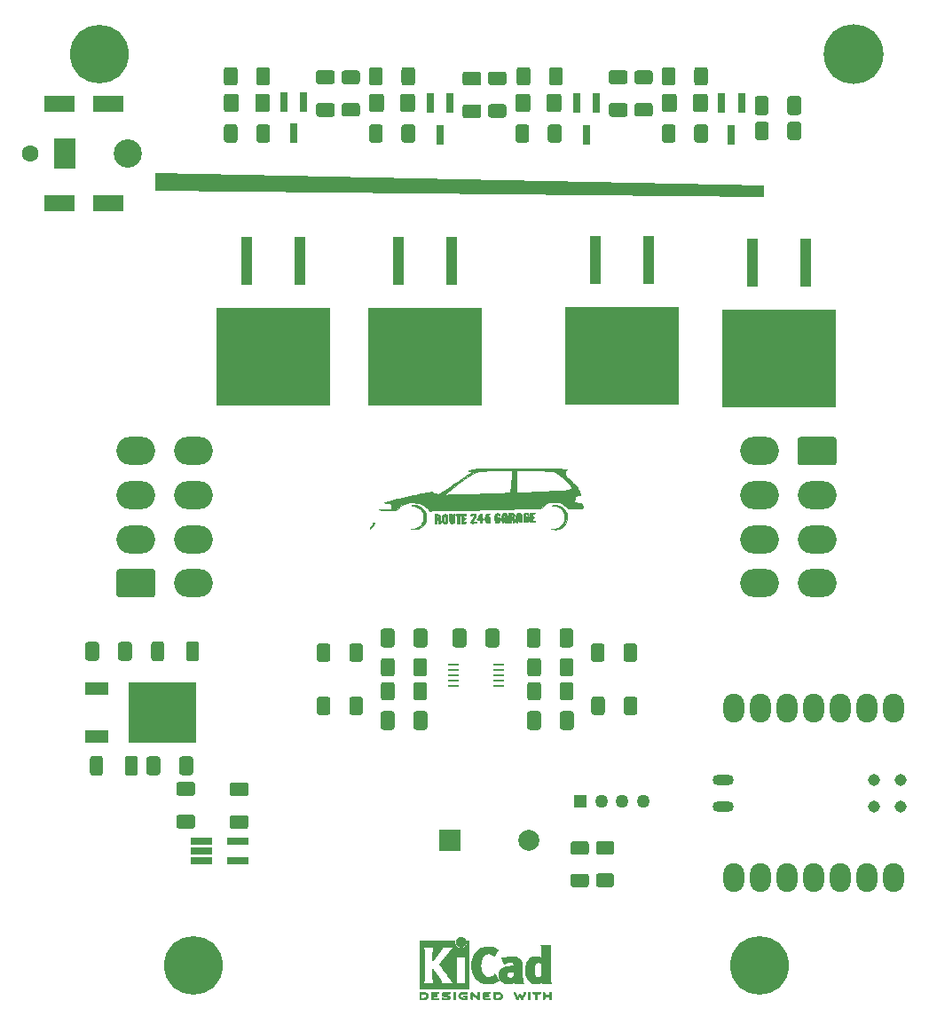
<source format=gts>
G04 #@! TF.GenerationSoftware,KiCad,Pcbnew,(5.1.10-1-10_14)*
G04 #@! TF.CreationDate,2022-01-28T00:17:02+09:00*
G04 #@! TF.ProjectId,TireWarmer power board,54697265-5761-4726-9d65-7220706f7765,2.0*
G04 #@! TF.SameCoordinates,Original*
G04 #@! TF.FileFunction,Soldermask,Top*
G04 #@! TF.FilePolarity,Negative*
%FSLAX46Y46*%
G04 Gerber Fmt 4.6, Leading zero omitted, Abs format (unit mm)*
G04 Created by KiCad (PCBNEW (5.1.10-1-10_14)) date 2022-01-28 00:17:02*
%MOMM*%
%LPD*%
G01*
G04 APERTURE LIST*
%ADD10C,0.100000*%
%ADD11C,0.010000*%
%ADD12C,5.600000*%
%ADD13C,3.600000*%
%ADD14R,0.800000X1.900000*%
%ADD15O,3.700000X2.700000*%
%ADD16R,3.000000X1.500000*%
%ADD17R,2.000000X3.000000*%
%ADD18C,2.700000*%
%ADD19C,1.600000*%
%ADD20R,2.000000X0.650000*%
%ADD21C,1.270000*%
%ADD22R,1.270000X1.270000*%
%ADD23R,10.800000X9.400000*%
%ADD24R,1.100000X4.600000*%
%ADD25R,6.400000X5.800000*%
%ADD26R,2.200000X1.200000*%
%ADD27C,5.700000*%
%ADD28R,1.100000X0.250000*%
%ADD29C,1.143000*%
%ADD30O,2.032000X1.016000*%
%ADD31O,1.998980X2.748280*%
%ADD32C,2.000000*%
%ADD33R,2.000000X2.000000*%
G04 APERTURE END LIST*
D10*
G36*
X122682000Y-82550000D02*
G01*
X122682000Y-83566000D01*
X64643000Y-82994500D01*
X64643000Y-81343500D01*
X122682000Y-82550000D01*
G37*
X122682000Y-82550000D02*
X122682000Y-83566000D01*
X64643000Y-82994500D01*
X64643000Y-81343500D01*
X122682000Y-82550000D01*
D11*
G04 #@! TO.C,REF\u002A\u002A*
G36*
X99883665Y-159497034D02*
G01*
X99903255Y-159504035D01*
X99904010Y-159504377D01*
X99930613Y-159524678D01*
X99945270Y-159545561D01*
X99948138Y-159555352D01*
X99947996Y-159568361D01*
X99943961Y-159586895D01*
X99935146Y-159613257D01*
X99920669Y-159649752D01*
X99899645Y-159698687D01*
X99871188Y-159762365D01*
X99834415Y-159843093D01*
X99814175Y-159887216D01*
X99777625Y-159965985D01*
X99743315Y-160038423D01*
X99712552Y-160101880D01*
X99686648Y-160153708D01*
X99666910Y-160191259D01*
X99654650Y-160211884D01*
X99652224Y-160214733D01*
X99621183Y-160227302D01*
X99586121Y-160225619D01*
X99558000Y-160210332D01*
X99556854Y-160209089D01*
X99545668Y-160192154D01*
X99526904Y-160159170D01*
X99502875Y-160114380D01*
X99475897Y-160062032D01*
X99466201Y-160042742D01*
X99393014Y-159896150D01*
X99313240Y-160055393D01*
X99284767Y-160110415D01*
X99258350Y-160158132D01*
X99236148Y-160194893D01*
X99220319Y-160217044D01*
X99214954Y-160221741D01*
X99173257Y-160228102D01*
X99138849Y-160214733D01*
X99128728Y-160200446D01*
X99111214Y-160168692D01*
X99087735Y-160122597D01*
X99059720Y-160065285D01*
X99028599Y-159999880D01*
X98995799Y-159929507D01*
X98962750Y-159857291D01*
X98930881Y-159786355D01*
X98901619Y-159719825D01*
X98876395Y-159660826D01*
X98856636Y-159612481D01*
X98843772Y-159577915D01*
X98839231Y-159560253D01*
X98839277Y-159559613D01*
X98850326Y-159537388D01*
X98872410Y-159514753D01*
X98873710Y-159513768D01*
X98900853Y-159498425D01*
X98925958Y-159498574D01*
X98935368Y-159501466D01*
X98946834Y-159507718D01*
X98959010Y-159520014D01*
X98973357Y-159540908D01*
X98991336Y-159572949D01*
X99014407Y-159618688D01*
X99044030Y-159680677D01*
X99070745Y-159737898D01*
X99101480Y-159804226D01*
X99129021Y-159863874D01*
X99151938Y-159913725D01*
X99168798Y-159950664D01*
X99178173Y-159971573D01*
X99179540Y-159974845D01*
X99185689Y-159969497D01*
X99199822Y-159947109D01*
X99220057Y-159910946D01*
X99244515Y-159864277D01*
X99254248Y-159845022D01*
X99287217Y-159780004D01*
X99312643Y-159732654D01*
X99332612Y-159700219D01*
X99349210Y-159679946D01*
X99364524Y-159669082D01*
X99380640Y-159664875D01*
X99391143Y-159664400D01*
X99409670Y-159666042D01*
X99425904Y-159672831D01*
X99442035Y-159687566D01*
X99460251Y-159713044D01*
X99482739Y-159752061D01*
X99511689Y-159807414D01*
X99527662Y-159838903D01*
X99553570Y-159889087D01*
X99576167Y-159930704D01*
X99593458Y-159960242D01*
X99603450Y-159974189D01*
X99604809Y-159974770D01*
X99611261Y-159963793D01*
X99625708Y-159935290D01*
X99646703Y-159892244D01*
X99672797Y-159837638D01*
X99702546Y-159774454D01*
X99717180Y-159743071D01*
X99755250Y-159662078D01*
X99785905Y-159599756D01*
X99810737Y-159554071D01*
X99831337Y-159522989D01*
X99849298Y-159504478D01*
X99866210Y-159496504D01*
X99883665Y-159497034D01*
G37*
X99883665Y-159497034D02*
X99903255Y-159504035D01*
X99904010Y-159504377D01*
X99930613Y-159524678D01*
X99945270Y-159545561D01*
X99948138Y-159555352D01*
X99947996Y-159568361D01*
X99943961Y-159586895D01*
X99935146Y-159613257D01*
X99920669Y-159649752D01*
X99899645Y-159698687D01*
X99871188Y-159762365D01*
X99834415Y-159843093D01*
X99814175Y-159887216D01*
X99777625Y-159965985D01*
X99743315Y-160038423D01*
X99712552Y-160101880D01*
X99686648Y-160153708D01*
X99666910Y-160191259D01*
X99654650Y-160211884D01*
X99652224Y-160214733D01*
X99621183Y-160227302D01*
X99586121Y-160225619D01*
X99558000Y-160210332D01*
X99556854Y-160209089D01*
X99545668Y-160192154D01*
X99526904Y-160159170D01*
X99502875Y-160114380D01*
X99475897Y-160062032D01*
X99466201Y-160042742D01*
X99393014Y-159896150D01*
X99313240Y-160055393D01*
X99284767Y-160110415D01*
X99258350Y-160158132D01*
X99236148Y-160194893D01*
X99220319Y-160217044D01*
X99214954Y-160221741D01*
X99173257Y-160228102D01*
X99138849Y-160214733D01*
X99128728Y-160200446D01*
X99111214Y-160168692D01*
X99087735Y-160122597D01*
X99059720Y-160065285D01*
X99028599Y-159999880D01*
X98995799Y-159929507D01*
X98962750Y-159857291D01*
X98930881Y-159786355D01*
X98901619Y-159719825D01*
X98876395Y-159660826D01*
X98856636Y-159612481D01*
X98843772Y-159577915D01*
X98839231Y-159560253D01*
X98839277Y-159559613D01*
X98850326Y-159537388D01*
X98872410Y-159514753D01*
X98873710Y-159513768D01*
X98900853Y-159498425D01*
X98925958Y-159498574D01*
X98935368Y-159501466D01*
X98946834Y-159507718D01*
X98959010Y-159520014D01*
X98973357Y-159540908D01*
X98991336Y-159572949D01*
X99014407Y-159618688D01*
X99044030Y-159680677D01*
X99070745Y-159737898D01*
X99101480Y-159804226D01*
X99129021Y-159863874D01*
X99151938Y-159913725D01*
X99168798Y-159950664D01*
X99178173Y-159971573D01*
X99179540Y-159974845D01*
X99185689Y-159969497D01*
X99199822Y-159947109D01*
X99220057Y-159910946D01*
X99244515Y-159864277D01*
X99254248Y-159845022D01*
X99287217Y-159780004D01*
X99312643Y-159732654D01*
X99332612Y-159700219D01*
X99349210Y-159679946D01*
X99364524Y-159669082D01*
X99380640Y-159664875D01*
X99391143Y-159664400D01*
X99409670Y-159666042D01*
X99425904Y-159672831D01*
X99442035Y-159687566D01*
X99460251Y-159713044D01*
X99482739Y-159752061D01*
X99511689Y-159807414D01*
X99527662Y-159838903D01*
X99553570Y-159889087D01*
X99576167Y-159930704D01*
X99593458Y-159960242D01*
X99603450Y-159974189D01*
X99604809Y-159974770D01*
X99611261Y-159963793D01*
X99625708Y-159935290D01*
X99646703Y-159892244D01*
X99672797Y-159837638D01*
X99702546Y-159774454D01*
X99717180Y-159743071D01*
X99755250Y-159662078D01*
X99785905Y-159599756D01*
X99810737Y-159554071D01*
X99831337Y-159522989D01*
X99849298Y-159504478D01*
X99866210Y-159496504D01*
X99883665Y-159497034D01*
G36*
X100327614Y-159501877D02*
G01*
X100351327Y-159516647D01*
X100377978Y-159538227D01*
X100377978Y-159859773D01*
X100377893Y-159953830D01*
X100377529Y-160027932D01*
X100376724Y-160084704D01*
X100375313Y-160126768D01*
X100373133Y-160156748D01*
X100370021Y-160177267D01*
X100365814Y-160190949D01*
X100360348Y-160200416D01*
X100356472Y-160205082D01*
X100325034Y-160225575D01*
X100289233Y-160224739D01*
X100257873Y-160207264D01*
X100231222Y-160185684D01*
X100231222Y-159538227D01*
X100257873Y-159516647D01*
X100283594Y-159500949D01*
X100304600Y-159495067D01*
X100327614Y-159501877D01*
G37*
X100327614Y-159501877D02*
X100351327Y-159516647D01*
X100377978Y-159538227D01*
X100377978Y-159859773D01*
X100377893Y-159953830D01*
X100377529Y-160027932D01*
X100376724Y-160084704D01*
X100375313Y-160126768D01*
X100373133Y-160156748D01*
X100370021Y-160177267D01*
X100365814Y-160190949D01*
X100360348Y-160200416D01*
X100356472Y-160205082D01*
X100325034Y-160225575D01*
X100289233Y-160224739D01*
X100257873Y-160207264D01*
X100231222Y-160185684D01*
X100231222Y-159538227D01*
X100257873Y-159516647D01*
X100283594Y-159500949D01*
X100304600Y-159495067D01*
X100327614Y-159501877D01*
G36*
X101102065Y-159495163D02*
G01*
X101180772Y-159495542D01*
X101241863Y-159496333D01*
X101287817Y-159497670D01*
X101321114Y-159499683D01*
X101344236Y-159502506D01*
X101359662Y-159506269D01*
X101369871Y-159511105D01*
X101374813Y-159514822D01*
X101400457Y-159547358D01*
X101403559Y-159581138D01*
X101387711Y-159611826D01*
X101377348Y-159624089D01*
X101366196Y-159632450D01*
X101350035Y-159637657D01*
X101324642Y-159640457D01*
X101285798Y-159641596D01*
X101229280Y-159641821D01*
X101218180Y-159641822D01*
X101072244Y-159641822D01*
X101072244Y-159912756D01*
X101072148Y-159998154D01*
X101071711Y-160063864D01*
X101070712Y-160112774D01*
X101068928Y-160147773D01*
X101066137Y-160171749D01*
X101062117Y-160187593D01*
X101056645Y-160198191D01*
X101049666Y-160206267D01*
X101016734Y-160226112D01*
X100982354Y-160224548D01*
X100951176Y-160201906D01*
X100948886Y-160199100D01*
X100941429Y-160188492D01*
X100935747Y-160176081D01*
X100931601Y-160158850D01*
X100928750Y-160133784D01*
X100926954Y-160097867D01*
X100925972Y-160048083D01*
X100925564Y-159981417D01*
X100925489Y-159905589D01*
X100925489Y-159641822D01*
X100786127Y-159641822D01*
X100726322Y-159641418D01*
X100684918Y-159639840D01*
X100657748Y-159636547D01*
X100640646Y-159630992D01*
X100629443Y-159622631D01*
X100628083Y-159621178D01*
X100611725Y-159587939D01*
X100613172Y-159550362D01*
X100631978Y-159517645D01*
X100639250Y-159511298D01*
X100648627Y-159506266D01*
X100662609Y-159502396D01*
X100683696Y-159499537D01*
X100714389Y-159497535D01*
X100757189Y-159496239D01*
X100814595Y-159495498D01*
X100889110Y-159495158D01*
X100983233Y-159495068D01*
X101003260Y-159495067D01*
X101102065Y-159495163D01*
G37*
X101102065Y-159495163D02*
X101180772Y-159495542D01*
X101241863Y-159496333D01*
X101287817Y-159497670D01*
X101321114Y-159499683D01*
X101344236Y-159502506D01*
X101359662Y-159506269D01*
X101369871Y-159511105D01*
X101374813Y-159514822D01*
X101400457Y-159547358D01*
X101403559Y-159581138D01*
X101387711Y-159611826D01*
X101377348Y-159624089D01*
X101366196Y-159632450D01*
X101350035Y-159637657D01*
X101324642Y-159640457D01*
X101285798Y-159641596D01*
X101229280Y-159641821D01*
X101218180Y-159641822D01*
X101072244Y-159641822D01*
X101072244Y-159912756D01*
X101072148Y-159998154D01*
X101071711Y-160063864D01*
X101070712Y-160112774D01*
X101068928Y-160147773D01*
X101066137Y-160171749D01*
X101062117Y-160187593D01*
X101056645Y-160198191D01*
X101049666Y-160206267D01*
X101016734Y-160226112D01*
X100982354Y-160224548D01*
X100951176Y-160201906D01*
X100948886Y-160199100D01*
X100941429Y-160188492D01*
X100935747Y-160176081D01*
X100931601Y-160158850D01*
X100928750Y-160133784D01*
X100926954Y-160097867D01*
X100925972Y-160048083D01*
X100925564Y-159981417D01*
X100925489Y-159905589D01*
X100925489Y-159641822D01*
X100786127Y-159641822D01*
X100726322Y-159641418D01*
X100684918Y-159639840D01*
X100657748Y-159636547D01*
X100640646Y-159630992D01*
X100629443Y-159622631D01*
X100628083Y-159621178D01*
X100611725Y-159587939D01*
X100613172Y-159550362D01*
X100631978Y-159517645D01*
X100639250Y-159511298D01*
X100648627Y-159506266D01*
X100662609Y-159502396D01*
X100683696Y-159499537D01*
X100714389Y-159497535D01*
X100757189Y-159496239D01*
X100814595Y-159495498D01*
X100889110Y-159495158D01*
X100983233Y-159495068D01*
X101003260Y-159495067D01*
X101102065Y-159495163D01*
G36*
X102367823Y-159500533D02*
G01*
X102399202Y-159522776D01*
X102426911Y-159550485D01*
X102426911Y-159859920D01*
X102426838Y-159951799D01*
X102426495Y-160023840D01*
X102425692Y-160078780D01*
X102424241Y-160119360D01*
X102421952Y-160148317D01*
X102418636Y-160168391D01*
X102414105Y-160182321D01*
X102408169Y-160192845D01*
X102403514Y-160199100D01*
X102372783Y-160223673D01*
X102337496Y-160226341D01*
X102305245Y-160211271D01*
X102294588Y-160202374D01*
X102287464Y-160190557D01*
X102283167Y-160171526D01*
X102280991Y-160140992D01*
X102280228Y-160094662D01*
X102280155Y-160058871D01*
X102280155Y-159924045D01*
X101783444Y-159924045D01*
X101783444Y-160046700D01*
X101782931Y-160102787D01*
X101780876Y-160141333D01*
X101776508Y-160167361D01*
X101769056Y-160185897D01*
X101760047Y-160199100D01*
X101729144Y-160223604D01*
X101694196Y-160226506D01*
X101660738Y-160209089D01*
X101651604Y-160199959D01*
X101645152Y-160187855D01*
X101640897Y-160169001D01*
X101638352Y-160139620D01*
X101637029Y-160095937D01*
X101636443Y-160034175D01*
X101636375Y-160020000D01*
X101635891Y-159903631D01*
X101635641Y-159807727D01*
X101635723Y-159730177D01*
X101636231Y-159668869D01*
X101637262Y-159621690D01*
X101638913Y-159586530D01*
X101641279Y-159561276D01*
X101644457Y-159543817D01*
X101648544Y-159532041D01*
X101653634Y-159523835D01*
X101659266Y-159517645D01*
X101691128Y-159497844D01*
X101724357Y-159500533D01*
X101755735Y-159522776D01*
X101768433Y-159537126D01*
X101776526Y-159552978D01*
X101781042Y-159575554D01*
X101783006Y-159610078D01*
X101783444Y-159661776D01*
X101783444Y-159777289D01*
X102280155Y-159777289D01*
X102280155Y-159658756D01*
X102280662Y-159604148D01*
X102282698Y-159567275D01*
X102287035Y-159543307D01*
X102294447Y-159527415D01*
X102302733Y-159517645D01*
X102334594Y-159497844D01*
X102367823Y-159500533D01*
G37*
X102367823Y-159500533D02*
X102399202Y-159522776D01*
X102426911Y-159550485D01*
X102426911Y-159859920D01*
X102426838Y-159951799D01*
X102426495Y-160023840D01*
X102425692Y-160078780D01*
X102424241Y-160119360D01*
X102421952Y-160148317D01*
X102418636Y-160168391D01*
X102414105Y-160182321D01*
X102408169Y-160192845D01*
X102403514Y-160199100D01*
X102372783Y-160223673D01*
X102337496Y-160226341D01*
X102305245Y-160211271D01*
X102294588Y-160202374D01*
X102287464Y-160190557D01*
X102283167Y-160171526D01*
X102280991Y-160140992D01*
X102280228Y-160094662D01*
X102280155Y-160058871D01*
X102280155Y-159924045D01*
X101783444Y-159924045D01*
X101783444Y-160046700D01*
X101782931Y-160102787D01*
X101780876Y-160141333D01*
X101776508Y-160167361D01*
X101769056Y-160185897D01*
X101760047Y-160199100D01*
X101729144Y-160223604D01*
X101694196Y-160226506D01*
X101660738Y-160209089D01*
X101651604Y-160199959D01*
X101645152Y-160187855D01*
X101640897Y-160169001D01*
X101638352Y-160139620D01*
X101637029Y-160095937D01*
X101636443Y-160034175D01*
X101636375Y-160020000D01*
X101635891Y-159903631D01*
X101635641Y-159807727D01*
X101635723Y-159730177D01*
X101636231Y-159668869D01*
X101637262Y-159621690D01*
X101638913Y-159586530D01*
X101641279Y-159561276D01*
X101644457Y-159543817D01*
X101648544Y-159532041D01*
X101653634Y-159523835D01*
X101659266Y-159517645D01*
X101691128Y-159497844D01*
X101724357Y-159500533D01*
X101755735Y-159522776D01*
X101768433Y-159537126D01*
X101776526Y-159552978D01*
X101781042Y-159575554D01*
X101783006Y-159610078D01*
X101783444Y-159661776D01*
X101783444Y-159777289D01*
X102280155Y-159777289D01*
X102280155Y-159658756D01*
X102280662Y-159604148D01*
X102282698Y-159567275D01*
X102287035Y-159543307D01*
X102294447Y-159527415D01*
X102302733Y-159517645D01*
X102334594Y-159497844D01*
X102367823Y-159500533D01*
G36*
X93192600Y-154713187D02*
G01*
X93203465Y-154827126D01*
X93235082Y-154934749D01*
X93285985Y-155033748D01*
X93354707Y-155121817D01*
X93439781Y-155196649D01*
X93536768Y-155254517D01*
X93643036Y-155294138D01*
X93750050Y-155312706D01*
X93855700Y-155311567D01*
X93957875Y-155292063D01*
X94054466Y-155255539D01*
X94143362Y-155203338D01*
X94222454Y-155136806D01*
X94289631Y-155057285D01*
X94342783Y-154966120D01*
X94379801Y-154864656D01*
X94398573Y-154754235D01*
X94400511Y-154704339D01*
X94400511Y-154616400D01*
X94452440Y-154616400D01*
X94488747Y-154619244D01*
X94515645Y-154631044D01*
X94542751Y-154654782D01*
X94581133Y-154693164D01*
X94581133Y-156884735D01*
X94581124Y-157146872D01*
X94581092Y-157387374D01*
X94581028Y-157607181D01*
X94580924Y-157807234D01*
X94580773Y-157988477D01*
X94580566Y-158151849D01*
X94580294Y-158298293D01*
X94579950Y-158428750D01*
X94579526Y-158544162D01*
X94579013Y-158645471D01*
X94578403Y-158733617D01*
X94577688Y-158809543D01*
X94576860Y-158874190D01*
X94575911Y-158928500D01*
X94574833Y-158973413D01*
X94573617Y-159009873D01*
X94572255Y-159038820D01*
X94570739Y-159061196D01*
X94569062Y-159077942D01*
X94567214Y-159090001D01*
X94565187Y-159098313D01*
X94562975Y-159103820D01*
X94561892Y-159105670D01*
X94557729Y-159112682D01*
X94554195Y-159119129D01*
X94550365Y-159125033D01*
X94545318Y-159130419D01*
X94538129Y-159135311D01*
X94527877Y-159139731D01*
X94513636Y-159143705D01*
X94494486Y-159147254D01*
X94469501Y-159150403D01*
X94437760Y-159153175D01*
X94398338Y-159155594D01*
X94350314Y-159157684D01*
X94292763Y-159159468D01*
X94224763Y-159160970D01*
X94145390Y-159162213D01*
X94053721Y-159163222D01*
X93948834Y-159164018D01*
X93829804Y-159164627D01*
X93695710Y-159165072D01*
X93545627Y-159165376D01*
X93378633Y-159165563D01*
X93193804Y-159165657D01*
X92990217Y-159165681D01*
X92766950Y-159165658D01*
X92523078Y-159165613D01*
X92257679Y-159165570D01*
X92219296Y-159165565D01*
X91952318Y-159165522D01*
X91706998Y-159165451D01*
X91482417Y-159165346D01*
X91277655Y-159165199D01*
X91091794Y-159165002D01*
X90923912Y-159164749D01*
X90773092Y-159164433D01*
X90638413Y-159164046D01*
X90518956Y-159163580D01*
X90413801Y-159163030D01*
X90322029Y-159162386D01*
X90242721Y-159161644D01*
X90174957Y-159160794D01*
X90117818Y-159159830D01*
X90070383Y-159158744D01*
X90031734Y-159157530D01*
X90000951Y-159156180D01*
X89977115Y-159154688D01*
X89959306Y-159153044D01*
X89946605Y-159151244D01*
X89938092Y-159149278D01*
X89933734Y-159147610D01*
X89925272Y-159144039D01*
X89917503Y-159141403D01*
X89910398Y-159138767D01*
X89903927Y-159135195D01*
X89898061Y-159129754D01*
X89892771Y-159121508D01*
X89888026Y-159109523D01*
X89883798Y-159092864D01*
X89880057Y-159070596D01*
X89876773Y-159041785D01*
X89873917Y-159005496D01*
X89871460Y-158960794D01*
X89869371Y-158906744D01*
X89867622Y-158842412D01*
X89866183Y-158766863D01*
X89865024Y-158679163D01*
X89864117Y-158578376D01*
X89863431Y-158463567D01*
X89862937Y-158333803D01*
X89862605Y-158188148D01*
X89862407Y-158025668D01*
X89862313Y-157845428D01*
X89862292Y-157646493D01*
X89862315Y-157427929D01*
X89862354Y-157188801D01*
X89862378Y-156928173D01*
X89862378Y-156886022D01*
X89862364Y-156623125D01*
X89862339Y-156381865D01*
X89862329Y-156161298D01*
X89862358Y-155960485D01*
X89862452Y-155778482D01*
X89862638Y-155614349D01*
X89862941Y-155467144D01*
X89863386Y-155335925D01*
X89863966Y-155226000D01*
X90166803Y-155226000D01*
X90206593Y-155283844D01*
X90217764Y-155299612D01*
X90227834Y-155313574D01*
X90236862Y-155326917D01*
X90244903Y-155340826D01*
X90252014Y-155356489D01*
X90258253Y-155375091D01*
X90263675Y-155397819D01*
X90268338Y-155425860D01*
X90272299Y-155460400D01*
X90275615Y-155502625D01*
X90278341Y-155553722D01*
X90280536Y-155614877D01*
X90282255Y-155687277D01*
X90283556Y-155772108D01*
X90284495Y-155870555D01*
X90285130Y-155983807D01*
X90285516Y-156113049D01*
X90285712Y-156259467D01*
X90285773Y-156424249D01*
X90285757Y-156608580D01*
X90285720Y-156813646D01*
X90285711Y-156936266D01*
X90285735Y-157153215D01*
X90285769Y-157348775D01*
X90285757Y-157524132D01*
X90285642Y-157680474D01*
X90285370Y-157818990D01*
X90284882Y-157940867D01*
X90284124Y-158047293D01*
X90283038Y-158139455D01*
X90281569Y-158218542D01*
X90279660Y-158285741D01*
X90277256Y-158342240D01*
X90274299Y-158389226D01*
X90270734Y-158427888D01*
X90266505Y-158459413D01*
X90261554Y-158484988D01*
X90255827Y-158505803D01*
X90249267Y-158523044D01*
X90241817Y-158537898D01*
X90233421Y-158551555D01*
X90224024Y-158565202D01*
X90213568Y-158580026D01*
X90207477Y-158588916D01*
X90168704Y-158646533D01*
X90700268Y-158646533D01*
X90823517Y-158646498D01*
X90926013Y-158646348D01*
X91009580Y-158646011D01*
X91076044Y-158645419D01*
X91127229Y-158644500D01*
X91164959Y-158643184D01*
X91191060Y-158641402D01*
X91207356Y-158639084D01*
X91215672Y-158636159D01*
X91217832Y-158632557D01*
X91215661Y-158628208D01*
X91214465Y-158626778D01*
X91189315Y-158589706D01*
X91163417Y-158536905D01*
X91139808Y-158474903D01*
X91131539Y-158448490D01*
X91126922Y-158430549D01*
X91123021Y-158409488D01*
X91119752Y-158383222D01*
X91117034Y-158349665D01*
X91114785Y-158306732D01*
X91112923Y-158252337D01*
X91111364Y-158184395D01*
X91110028Y-158100821D01*
X91108831Y-157999528D01*
X91107692Y-157878433D01*
X91107315Y-157833733D01*
X91106298Y-157708582D01*
X91105540Y-157604215D01*
X91105097Y-157518840D01*
X91105030Y-157450666D01*
X91105395Y-157397898D01*
X91106252Y-157358747D01*
X91107659Y-157331418D01*
X91109675Y-157314119D01*
X91112357Y-157305059D01*
X91115764Y-157302445D01*
X91119956Y-157304484D01*
X91124429Y-157308800D01*
X91134784Y-157321735D01*
X91156842Y-157350809D01*
X91189043Y-157393892D01*
X91229826Y-157448851D01*
X91277630Y-157513556D01*
X91330895Y-157585875D01*
X91388060Y-157663677D01*
X91447563Y-157744831D01*
X91507845Y-157827205D01*
X91567345Y-157908669D01*
X91624502Y-157987090D01*
X91677755Y-158060337D01*
X91725543Y-158126280D01*
X91766307Y-158182787D01*
X91798484Y-158227726D01*
X91820515Y-158258967D01*
X91825083Y-158265599D01*
X91848004Y-158302502D01*
X91874812Y-158350492D01*
X91900211Y-158400030D01*
X91903432Y-158406710D01*
X91925110Y-158454905D01*
X91937696Y-158492467D01*
X91943426Y-158528293D01*
X91944544Y-158570333D01*
X91943910Y-158646533D01*
X93098349Y-158646533D01*
X93007185Y-158552802D01*
X92960388Y-158502908D01*
X92910101Y-158446428D01*
X92864056Y-158392159D01*
X92843631Y-158366806D01*
X92813193Y-158327261D01*
X92773138Y-158274049D01*
X92724639Y-158208800D01*
X92668865Y-158133144D01*
X92606989Y-158048710D01*
X92540181Y-157957127D01*
X92469613Y-157860025D01*
X92396455Y-157759034D01*
X92321879Y-157655783D01*
X92247056Y-157551901D01*
X92173157Y-157449018D01*
X92101354Y-157348764D01*
X92032816Y-157252769D01*
X91968716Y-157162660D01*
X91910225Y-157080069D01*
X91858514Y-157006625D01*
X91814753Y-156943957D01*
X91780115Y-156893694D01*
X91755770Y-156857467D01*
X91742889Y-156836904D01*
X91741131Y-156832801D01*
X91749090Y-156821475D01*
X91769885Y-156794295D01*
X91802153Y-156752962D01*
X91844530Y-156699177D01*
X91895653Y-156634639D01*
X91954159Y-156561051D01*
X92018686Y-156480111D01*
X92087869Y-156393521D01*
X92160347Y-156302981D01*
X92234754Y-156210193D01*
X92294483Y-156135835D01*
X93305489Y-156135835D01*
X93311398Y-156148792D01*
X93325728Y-156171041D01*
X93326775Y-156172524D01*
X93345562Y-156202677D01*
X93365209Y-156239508D01*
X93369108Y-156247644D01*
X93372644Y-156256073D01*
X93375770Y-156266192D01*
X93378514Y-156279393D01*
X93380908Y-156297071D01*
X93382981Y-156320617D01*
X93384765Y-156351426D01*
X93386288Y-156390890D01*
X93387581Y-156440402D01*
X93388674Y-156501356D01*
X93389597Y-156575144D01*
X93390381Y-156663161D01*
X93391055Y-156766798D01*
X93391650Y-156887449D01*
X93392195Y-157026507D01*
X93392721Y-157185365D01*
X93393255Y-157364222D01*
X93393794Y-157549340D01*
X93394228Y-157713278D01*
X93394491Y-157857436D01*
X93394516Y-157983212D01*
X93394235Y-158092004D01*
X93393581Y-158185210D01*
X93392486Y-158264230D01*
X93390882Y-158330461D01*
X93388703Y-158385303D01*
X93385881Y-158430154D01*
X93382349Y-158466411D01*
X93378039Y-158495474D01*
X93372883Y-158518742D01*
X93366815Y-158537612D01*
X93359767Y-158553484D01*
X93351671Y-158567755D01*
X93342460Y-158581824D01*
X93333960Y-158594291D01*
X93316824Y-158620585D01*
X93306678Y-158638170D01*
X93305489Y-158641390D01*
X93316396Y-158642467D01*
X93347589Y-158643468D01*
X93396777Y-158644368D01*
X93461667Y-158645143D01*
X93539970Y-158645770D01*
X93629393Y-158646224D01*
X93727644Y-158646482D01*
X93796555Y-158646533D01*
X93901548Y-158646313D01*
X93998390Y-158645681D01*
X94084893Y-158644682D01*
X94158868Y-158643360D01*
X94218126Y-158641759D01*
X94260480Y-158639924D01*
X94283740Y-158637898D01*
X94287622Y-158636626D01*
X94279924Y-158621724D01*
X94271926Y-158613693D01*
X94258754Y-158596567D01*
X94241515Y-158566316D01*
X94229593Y-158541755D01*
X94202955Y-158482844D01*
X94199880Y-157305978D01*
X94196805Y-156129111D01*
X93751147Y-156129111D01*
X93653330Y-156129275D01*
X93562936Y-156129744D01*
X93482370Y-156130480D01*
X93414038Y-156131449D01*
X93360344Y-156132613D01*
X93323695Y-156133936D01*
X93306496Y-156135382D01*
X93305489Y-156135835D01*
X92294483Y-156135835D01*
X92309730Y-156116855D01*
X92383910Y-156024670D01*
X92455931Y-155935337D01*
X92524431Y-155850557D01*
X92588045Y-155772031D01*
X92645412Y-155701459D01*
X92695167Y-155640542D01*
X92735948Y-155590980D01*
X92753112Y-155570311D01*
X92839404Y-155469649D01*
X92916003Y-155386392D01*
X92984817Y-155318571D01*
X93047752Y-155264222D01*
X93057133Y-155256855D01*
X93096644Y-155226250D01*
X91964884Y-155226000D01*
X91970173Y-155273977D01*
X91966870Y-155331321D01*
X91945339Y-155399596D01*
X91905365Y-155479345D01*
X91860057Y-155551628D01*
X91843839Y-155574273D01*
X91815786Y-155611829D01*
X91777570Y-155662154D01*
X91730863Y-155723106D01*
X91677339Y-155792544D01*
X91618669Y-155868327D01*
X91556525Y-155948313D01*
X91492579Y-156030361D01*
X91428505Y-156112329D01*
X91365973Y-156192076D01*
X91306657Y-156267460D01*
X91252229Y-156336340D01*
X91204361Y-156396575D01*
X91164725Y-156446022D01*
X91134994Y-156482541D01*
X91116839Y-156503991D01*
X91113780Y-156507289D01*
X91110921Y-156499282D01*
X91108707Y-156468988D01*
X91107143Y-156416689D01*
X91106233Y-156342664D01*
X91105980Y-156247196D01*
X91106387Y-156130567D01*
X91107296Y-156010578D01*
X91108618Y-155878466D01*
X91110143Y-155766727D01*
X91112119Y-155673158D01*
X91114794Y-155595552D01*
X91118418Y-155531707D01*
X91123239Y-155479416D01*
X91129506Y-155436477D01*
X91137468Y-155400684D01*
X91147373Y-155369833D01*
X91159469Y-155341719D01*
X91174007Y-155314138D01*
X91188689Y-155289099D01*
X91226686Y-155226000D01*
X90166803Y-155226000D01*
X89863966Y-155226000D01*
X89863999Y-155219750D01*
X89864805Y-155117677D01*
X89865830Y-155028766D01*
X89867100Y-154952074D01*
X89868640Y-154886660D01*
X89870476Y-154831582D01*
X89872633Y-154785898D01*
X89875137Y-154748667D01*
X89878013Y-154718946D01*
X89881287Y-154695795D01*
X89884985Y-154678272D01*
X89889131Y-154665434D01*
X89893753Y-154656341D01*
X89898874Y-154650051D01*
X89904522Y-154645621D01*
X89910721Y-154642111D01*
X89917496Y-154638578D01*
X89923492Y-154635009D01*
X89928725Y-154632433D01*
X89936901Y-154630105D01*
X89949114Y-154628011D01*
X89966459Y-154626140D01*
X89990031Y-154624480D01*
X90020923Y-154623017D01*
X90060232Y-154621741D01*
X90109050Y-154620637D01*
X90168473Y-154619694D01*
X90239596Y-154618900D01*
X90323512Y-154618242D01*
X90421317Y-154617708D01*
X90534106Y-154617286D01*
X90662971Y-154616962D01*
X90809009Y-154616725D01*
X90973314Y-154616563D01*
X91156980Y-154616463D01*
X91361103Y-154616413D01*
X91572247Y-154616400D01*
X93192600Y-154616400D01*
X93192600Y-154713187D01*
G37*
X93192600Y-154713187D02*
X93203465Y-154827126D01*
X93235082Y-154934749D01*
X93285985Y-155033748D01*
X93354707Y-155121817D01*
X93439781Y-155196649D01*
X93536768Y-155254517D01*
X93643036Y-155294138D01*
X93750050Y-155312706D01*
X93855700Y-155311567D01*
X93957875Y-155292063D01*
X94054466Y-155255539D01*
X94143362Y-155203338D01*
X94222454Y-155136806D01*
X94289631Y-155057285D01*
X94342783Y-154966120D01*
X94379801Y-154864656D01*
X94398573Y-154754235D01*
X94400511Y-154704339D01*
X94400511Y-154616400D01*
X94452440Y-154616400D01*
X94488747Y-154619244D01*
X94515645Y-154631044D01*
X94542751Y-154654782D01*
X94581133Y-154693164D01*
X94581133Y-156884735D01*
X94581124Y-157146872D01*
X94581092Y-157387374D01*
X94581028Y-157607181D01*
X94580924Y-157807234D01*
X94580773Y-157988477D01*
X94580566Y-158151849D01*
X94580294Y-158298293D01*
X94579950Y-158428750D01*
X94579526Y-158544162D01*
X94579013Y-158645471D01*
X94578403Y-158733617D01*
X94577688Y-158809543D01*
X94576860Y-158874190D01*
X94575911Y-158928500D01*
X94574833Y-158973413D01*
X94573617Y-159009873D01*
X94572255Y-159038820D01*
X94570739Y-159061196D01*
X94569062Y-159077942D01*
X94567214Y-159090001D01*
X94565187Y-159098313D01*
X94562975Y-159103820D01*
X94561892Y-159105670D01*
X94557729Y-159112682D01*
X94554195Y-159119129D01*
X94550365Y-159125033D01*
X94545318Y-159130419D01*
X94538129Y-159135311D01*
X94527877Y-159139731D01*
X94513636Y-159143705D01*
X94494486Y-159147254D01*
X94469501Y-159150403D01*
X94437760Y-159153175D01*
X94398338Y-159155594D01*
X94350314Y-159157684D01*
X94292763Y-159159468D01*
X94224763Y-159160970D01*
X94145390Y-159162213D01*
X94053721Y-159163222D01*
X93948834Y-159164018D01*
X93829804Y-159164627D01*
X93695710Y-159165072D01*
X93545627Y-159165376D01*
X93378633Y-159165563D01*
X93193804Y-159165657D01*
X92990217Y-159165681D01*
X92766950Y-159165658D01*
X92523078Y-159165613D01*
X92257679Y-159165570D01*
X92219296Y-159165565D01*
X91952318Y-159165522D01*
X91706998Y-159165451D01*
X91482417Y-159165346D01*
X91277655Y-159165199D01*
X91091794Y-159165002D01*
X90923912Y-159164749D01*
X90773092Y-159164433D01*
X90638413Y-159164046D01*
X90518956Y-159163580D01*
X90413801Y-159163030D01*
X90322029Y-159162386D01*
X90242721Y-159161644D01*
X90174957Y-159160794D01*
X90117818Y-159159830D01*
X90070383Y-159158744D01*
X90031734Y-159157530D01*
X90000951Y-159156180D01*
X89977115Y-159154688D01*
X89959306Y-159153044D01*
X89946605Y-159151244D01*
X89938092Y-159149278D01*
X89933734Y-159147610D01*
X89925272Y-159144039D01*
X89917503Y-159141403D01*
X89910398Y-159138767D01*
X89903927Y-159135195D01*
X89898061Y-159129754D01*
X89892771Y-159121508D01*
X89888026Y-159109523D01*
X89883798Y-159092864D01*
X89880057Y-159070596D01*
X89876773Y-159041785D01*
X89873917Y-159005496D01*
X89871460Y-158960794D01*
X89869371Y-158906744D01*
X89867622Y-158842412D01*
X89866183Y-158766863D01*
X89865024Y-158679163D01*
X89864117Y-158578376D01*
X89863431Y-158463567D01*
X89862937Y-158333803D01*
X89862605Y-158188148D01*
X89862407Y-158025668D01*
X89862313Y-157845428D01*
X89862292Y-157646493D01*
X89862315Y-157427929D01*
X89862354Y-157188801D01*
X89862378Y-156928173D01*
X89862378Y-156886022D01*
X89862364Y-156623125D01*
X89862339Y-156381865D01*
X89862329Y-156161298D01*
X89862358Y-155960485D01*
X89862452Y-155778482D01*
X89862638Y-155614349D01*
X89862941Y-155467144D01*
X89863386Y-155335925D01*
X89863966Y-155226000D01*
X90166803Y-155226000D01*
X90206593Y-155283844D01*
X90217764Y-155299612D01*
X90227834Y-155313574D01*
X90236862Y-155326917D01*
X90244903Y-155340826D01*
X90252014Y-155356489D01*
X90258253Y-155375091D01*
X90263675Y-155397819D01*
X90268338Y-155425860D01*
X90272299Y-155460400D01*
X90275615Y-155502625D01*
X90278341Y-155553722D01*
X90280536Y-155614877D01*
X90282255Y-155687277D01*
X90283556Y-155772108D01*
X90284495Y-155870555D01*
X90285130Y-155983807D01*
X90285516Y-156113049D01*
X90285712Y-156259467D01*
X90285773Y-156424249D01*
X90285757Y-156608580D01*
X90285720Y-156813646D01*
X90285711Y-156936266D01*
X90285735Y-157153215D01*
X90285769Y-157348775D01*
X90285757Y-157524132D01*
X90285642Y-157680474D01*
X90285370Y-157818990D01*
X90284882Y-157940867D01*
X90284124Y-158047293D01*
X90283038Y-158139455D01*
X90281569Y-158218542D01*
X90279660Y-158285741D01*
X90277256Y-158342240D01*
X90274299Y-158389226D01*
X90270734Y-158427888D01*
X90266505Y-158459413D01*
X90261554Y-158484988D01*
X90255827Y-158505803D01*
X90249267Y-158523044D01*
X90241817Y-158537898D01*
X90233421Y-158551555D01*
X90224024Y-158565202D01*
X90213568Y-158580026D01*
X90207477Y-158588916D01*
X90168704Y-158646533D01*
X90700268Y-158646533D01*
X90823517Y-158646498D01*
X90926013Y-158646348D01*
X91009580Y-158646011D01*
X91076044Y-158645419D01*
X91127229Y-158644500D01*
X91164959Y-158643184D01*
X91191060Y-158641402D01*
X91207356Y-158639084D01*
X91215672Y-158636159D01*
X91217832Y-158632557D01*
X91215661Y-158628208D01*
X91214465Y-158626778D01*
X91189315Y-158589706D01*
X91163417Y-158536905D01*
X91139808Y-158474903D01*
X91131539Y-158448490D01*
X91126922Y-158430549D01*
X91123021Y-158409488D01*
X91119752Y-158383222D01*
X91117034Y-158349665D01*
X91114785Y-158306732D01*
X91112923Y-158252337D01*
X91111364Y-158184395D01*
X91110028Y-158100821D01*
X91108831Y-157999528D01*
X91107692Y-157878433D01*
X91107315Y-157833733D01*
X91106298Y-157708582D01*
X91105540Y-157604215D01*
X91105097Y-157518840D01*
X91105030Y-157450666D01*
X91105395Y-157397898D01*
X91106252Y-157358747D01*
X91107659Y-157331418D01*
X91109675Y-157314119D01*
X91112357Y-157305059D01*
X91115764Y-157302445D01*
X91119956Y-157304484D01*
X91124429Y-157308800D01*
X91134784Y-157321735D01*
X91156842Y-157350809D01*
X91189043Y-157393892D01*
X91229826Y-157448851D01*
X91277630Y-157513556D01*
X91330895Y-157585875D01*
X91388060Y-157663677D01*
X91447563Y-157744831D01*
X91507845Y-157827205D01*
X91567345Y-157908669D01*
X91624502Y-157987090D01*
X91677755Y-158060337D01*
X91725543Y-158126280D01*
X91766307Y-158182787D01*
X91798484Y-158227726D01*
X91820515Y-158258967D01*
X91825083Y-158265599D01*
X91848004Y-158302502D01*
X91874812Y-158350492D01*
X91900211Y-158400030D01*
X91903432Y-158406710D01*
X91925110Y-158454905D01*
X91937696Y-158492467D01*
X91943426Y-158528293D01*
X91944544Y-158570333D01*
X91943910Y-158646533D01*
X93098349Y-158646533D01*
X93007185Y-158552802D01*
X92960388Y-158502908D01*
X92910101Y-158446428D01*
X92864056Y-158392159D01*
X92843631Y-158366806D01*
X92813193Y-158327261D01*
X92773138Y-158274049D01*
X92724639Y-158208800D01*
X92668865Y-158133144D01*
X92606989Y-158048710D01*
X92540181Y-157957127D01*
X92469613Y-157860025D01*
X92396455Y-157759034D01*
X92321879Y-157655783D01*
X92247056Y-157551901D01*
X92173157Y-157449018D01*
X92101354Y-157348764D01*
X92032816Y-157252769D01*
X91968716Y-157162660D01*
X91910225Y-157080069D01*
X91858514Y-157006625D01*
X91814753Y-156943957D01*
X91780115Y-156893694D01*
X91755770Y-156857467D01*
X91742889Y-156836904D01*
X91741131Y-156832801D01*
X91749090Y-156821475D01*
X91769885Y-156794295D01*
X91802153Y-156752962D01*
X91844530Y-156699177D01*
X91895653Y-156634639D01*
X91954159Y-156561051D01*
X92018686Y-156480111D01*
X92087869Y-156393521D01*
X92160347Y-156302981D01*
X92234754Y-156210193D01*
X92294483Y-156135835D01*
X93305489Y-156135835D01*
X93311398Y-156148792D01*
X93325728Y-156171041D01*
X93326775Y-156172524D01*
X93345562Y-156202677D01*
X93365209Y-156239508D01*
X93369108Y-156247644D01*
X93372644Y-156256073D01*
X93375770Y-156266192D01*
X93378514Y-156279393D01*
X93380908Y-156297071D01*
X93382981Y-156320617D01*
X93384765Y-156351426D01*
X93386288Y-156390890D01*
X93387581Y-156440402D01*
X93388674Y-156501356D01*
X93389597Y-156575144D01*
X93390381Y-156663161D01*
X93391055Y-156766798D01*
X93391650Y-156887449D01*
X93392195Y-157026507D01*
X93392721Y-157185365D01*
X93393255Y-157364222D01*
X93393794Y-157549340D01*
X93394228Y-157713278D01*
X93394491Y-157857436D01*
X93394516Y-157983212D01*
X93394235Y-158092004D01*
X93393581Y-158185210D01*
X93392486Y-158264230D01*
X93390882Y-158330461D01*
X93388703Y-158385303D01*
X93385881Y-158430154D01*
X93382349Y-158466411D01*
X93378039Y-158495474D01*
X93372883Y-158518742D01*
X93366815Y-158537612D01*
X93359767Y-158553484D01*
X93351671Y-158567755D01*
X93342460Y-158581824D01*
X93333960Y-158594291D01*
X93316824Y-158620585D01*
X93306678Y-158638170D01*
X93305489Y-158641390D01*
X93316396Y-158642467D01*
X93347589Y-158643468D01*
X93396777Y-158644368D01*
X93461667Y-158645143D01*
X93539970Y-158645770D01*
X93629393Y-158646224D01*
X93727644Y-158646482D01*
X93796555Y-158646533D01*
X93901548Y-158646313D01*
X93998390Y-158645681D01*
X94084893Y-158644682D01*
X94158868Y-158643360D01*
X94218126Y-158641759D01*
X94260480Y-158639924D01*
X94283740Y-158637898D01*
X94287622Y-158636626D01*
X94279924Y-158621724D01*
X94271926Y-158613693D01*
X94258754Y-158596567D01*
X94241515Y-158566316D01*
X94229593Y-158541755D01*
X94202955Y-158482844D01*
X94199880Y-157305978D01*
X94196805Y-156129111D01*
X93751147Y-156129111D01*
X93653330Y-156129275D01*
X93562936Y-156129744D01*
X93482370Y-156130480D01*
X93414038Y-156131449D01*
X93360344Y-156132613D01*
X93323695Y-156133936D01*
X93306496Y-156135382D01*
X93305489Y-156135835D01*
X92294483Y-156135835D01*
X92309730Y-156116855D01*
X92383910Y-156024670D01*
X92455931Y-155935337D01*
X92524431Y-155850557D01*
X92588045Y-155772031D01*
X92645412Y-155701459D01*
X92695167Y-155640542D01*
X92735948Y-155590980D01*
X92753112Y-155570311D01*
X92839404Y-155469649D01*
X92916003Y-155386392D01*
X92984817Y-155318571D01*
X93047752Y-155264222D01*
X93057133Y-155256855D01*
X93096644Y-155226250D01*
X91964884Y-155226000D01*
X91970173Y-155273977D01*
X91966870Y-155331321D01*
X91945339Y-155399596D01*
X91905365Y-155479345D01*
X91860057Y-155551628D01*
X91843839Y-155574273D01*
X91815786Y-155611829D01*
X91777570Y-155662154D01*
X91730863Y-155723106D01*
X91677339Y-155792544D01*
X91618669Y-155868327D01*
X91556525Y-155948313D01*
X91492579Y-156030361D01*
X91428505Y-156112329D01*
X91365973Y-156192076D01*
X91306657Y-156267460D01*
X91252229Y-156336340D01*
X91204361Y-156396575D01*
X91164725Y-156446022D01*
X91134994Y-156482541D01*
X91116839Y-156503991D01*
X91113780Y-156507289D01*
X91110921Y-156499282D01*
X91108707Y-156468988D01*
X91107143Y-156416689D01*
X91106233Y-156342664D01*
X91105980Y-156247196D01*
X91106387Y-156130567D01*
X91107296Y-156010578D01*
X91108618Y-155878466D01*
X91110143Y-155766727D01*
X91112119Y-155673158D01*
X91114794Y-155595552D01*
X91118418Y-155531707D01*
X91123239Y-155479416D01*
X91129506Y-155436477D01*
X91137468Y-155400684D01*
X91147373Y-155369833D01*
X91159469Y-155341719D01*
X91174007Y-155314138D01*
X91188689Y-155289099D01*
X91226686Y-155226000D01*
X90166803Y-155226000D01*
X89863966Y-155226000D01*
X89863999Y-155219750D01*
X89864805Y-155117677D01*
X89865830Y-155028766D01*
X89867100Y-154952074D01*
X89868640Y-154886660D01*
X89870476Y-154831582D01*
X89872633Y-154785898D01*
X89875137Y-154748667D01*
X89878013Y-154718946D01*
X89881287Y-154695795D01*
X89884985Y-154678272D01*
X89889131Y-154665434D01*
X89893753Y-154656341D01*
X89898874Y-154650051D01*
X89904522Y-154645621D01*
X89910721Y-154642111D01*
X89917496Y-154638578D01*
X89923492Y-154635009D01*
X89928725Y-154632433D01*
X89936901Y-154630105D01*
X89949114Y-154628011D01*
X89966459Y-154626140D01*
X89990031Y-154624480D01*
X90020923Y-154623017D01*
X90060232Y-154621741D01*
X90109050Y-154620637D01*
X90168473Y-154619694D01*
X90239596Y-154618900D01*
X90323512Y-154618242D01*
X90421317Y-154617708D01*
X90534106Y-154617286D01*
X90662971Y-154616962D01*
X90809009Y-154616725D01*
X90973314Y-154616563D01*
X91156980Y-154616463D01*
X91361103Y-154616413D01*
X91572247Y-154616400D01*
X93192600Y-154616400D01*
X93192600Y-154713187D01*
G36*
X93865957Y-154252571D02*
G01*
X93962232Y-154276809D01*
X94048816Y-154319641D01*
X94123627Y-154379419D01*
X94184582Y-154454494D01*
X94229601Y-154543220D01*
X94255864Y-154639530D01*
X94261714Y-154736795D01*
X94246860Y-154830654D01*
X94213160Y-154918511D01*
X94162472Y-154997770D01*
X94096655Y-155065836D01*
X94017566Y-155120112D01*
X93927066Y-155158002D01*
X93875800Y-155170426D01*
X93831302Y-155177947D01*
X93797001Y-155180919D01*
X93764040Y-155179094D01*
X93723566Y-155172225D01*
X93690469Y-155165250D01*
X93597053Y-155133741D01*
X93513381Y-155082617D01*
X93441335Y-155013429D01*
X93382800Y-154927728D01*
X93368852Y-154900489D01*
X93352414Y-154864122D01*
X93342106Y-154833582D01*
X93336540Y-154801450D01*
X93334331Y-154760307D01*
X93334052Y-154714222D01*
X93338139Y-154629865D01*
X93351554Y-154560586D01*
X93376744Y-154499961D01*
X93416154Y-154441567D01*
X93454702Y-154397302D01*
X93526594Y-154331484D01*
X93601687Y-154286053D01*
X93684438Y-154258850D01*
X93762072Y-154248576D01*
X93865957Y-154252571D01*
G37*
X93865957Y-154252571D02*
X93962232Y-154276809D01*
X94048816Y-154319641D01*
X94123627Y-154379419D01*
X94184582Y-154454494D01*
X94229601Y-154543220D01*
X94255864Y-154639530D01*
X94261714Y-154736795D01*
X94246860Y-154830654D01*
X94213160Y-154918511D01*
X94162472Y-154997770D01*
X94096655Y-155065836D01*
X94017566Y-155120112D01*
X93927066Y-155158002D01*
X93875800Y-155170426D01*
X93831302Y-155177947D01*
X93797001Y-155180919D01*
X93764040Y-155179094D01*
X93723566Y-155172225D01*
X93690469Y-155165250D01*
X93597053Y-155133741D01*
X93513381Y-155082617D01*
X93441335Y-155013429D01*
X93382800Y-154927728D01*
X93368852Y-154900489D01*
X93352414Y-154864122D01*
X93342106Y-154833582D01*
X93336540Y-154801450D01*
X93334331Y-154760307D01*
X93334052Y-154714222D01*
X93338139Y-154629865D01*
X93351554Y-154560586D01*
X93376744Y-154499961D01*
X93416154Y-154441567D01*
X93454702Y-154397302D01*
X93526594Y-154331484D01*
X93601687Y-154286053D01*
X93684438Y-154258850D01*
X93762072Y-154248576D01*
X93865957Y-154252571D01*
G36*
X96467429Y-155175071D02*
G01*
X96627570Y-155196245D01*
X96791510Y-155236385D01*
X96961313Y-155295889D01*
X97139043Y-155375154D01*
X97150310Y-155380699D01*
X97208005Y-155408725D01*
X97259552Y-155432802D01*
X97301191Y-155451249D01*
X97329162Y-155462386D01*
X97338733Y-155464933D01*
X97357950Y-155469941D01*
X97362561Y-155474147D01*
X97357458Y-155484580D01*
X97341418Y-155510868D01*
X97316288Y-155550257D01*
X97283914Y-155599991D01*
X97246143Y-155657315D01*
X97204822Y-155719476D01*
X97161798Y-155783718D01*
X97118917Y-155847285D01*
X97078026Y-155907425D01*
X97040971Y-155961380D01*
X97009600Y-156006397D01*
X96985759Y-156039721D01*
X96971294Y-156058597D01*
X96969309Y-156060787D01*
X96959191Y-156056138D01*
X96936850Y-156038962D01*
X96906280Y-156012440D01*
X96890536Y-155997964D01*
X96794047Y-155922682D01*
X96687336Y-155867241D01*
X96571832Y-155832141D01*
X96448962Y-155817880D01*
X96379561Y-155819051D01*
X96258423Y-155836212D01*
X96149205Y-155872094D01*
X96051582Y-155926959D01*
X95965228Y-156001070D01*
X95889815Y-156094688D01*
X95825018Y-156208076D01*
X95787601Y-156294667D01*
X95743748Y-156430366D01*
X95711428Y-156577850D01*
X95690557Y-156733314D01*
X95681051Y-156892956D01*
X95682827Y-157052973D01*
X95695803Y-157209561D01*
X95719894Y-157358918D01*
X95755018Y-157497240D01*
X95801092Y-157620724D01*
X95817373Y-157654978D01*
X95885620Y-157769064D01*
X95966079Y-157865557D01*
X96057570Y-157943670D01*
X96158911Y-158002617D01*
X96268920Y-158041612D01*
X96386415Y-158059868D01*
X96427883Y-158061211D01*
X96549441Y-158050290D01*
X96669878Y-158017474D01*
X96787666Y-157963439D01*
X96901277Y-157888865D01*
X96992685Y-157810539D01*
X97039215Y-157766008D01*
X97220483Y-158063271D01*
X97265580Y-158137433D01*
X97306819Y-158205646D01*
X97342735Y-158265459D01*
X97371866Y-158314420D01*
X97392750Y-158350079D01*
X97403924Y-158369984D01*
X97405375Y-158373079D01*
X97397146Y-158382718D01*
X97371567Y-158399999D01*
X97331873Y-158423283D01*
X97281297Y-158450934D01*
X97223074Y-158481315D01*
X97160437Y-158512790D01*
X97096621Y-158543722D01*
X97034860Y-158572473D01*
X96978388Y-158597408D01*
X96930438Y-158616889D01*
X96906986Y-158625318D01*
X96773221Y-158663133D01*
X96635327Y-158688136D01*
X96487622Y-158701140D01*
X96360833Y-158703468D01*
X96292878Y-158702373D01*
X96227277Y-158700275D01*
X96169847Y-158697434D01*
X96126403Y-158694106D01*
X96112298Y-158692422D01*
X95973284Y-158663587D01*
X95831757Y-158618468D01*
X95694275Y-158559750D01*
X95567394Y-158490120D01*
X95489889Y-158437441D01*
X95362481Y-158329239D01*
X95244178Y-158202671D01*
X95137172Y-158060866D01*
X95043652Y-157906951D01*
X94965810Y-157744053D01*
X94921956Y-157626756D01*
X94871708Y-157443128D01*
X94838209Y-157248581D01*
X94821449Y-157047325D01*
X94821416Y-156843568D01*
X94838101Y-156641521D01*
X94871493Y-156445392D01*
X94921580Y-156259391D01*
X94925397Y-156247803D01*
X94988281Y-156085750D01*
X95065028Y-155937832D01*
X95158242Y-155799865D01*
X95270527Y-155667661D01*
X95314392Y-155622399D01*
X95450534Y-155498457D01*
X95590491Y-155395915D01*
X95736411Y-155313656D01*
X95890442Y-155250564D01*
X96054732Y-155205523D01*
X96150289Y-155188033D01*
X96309023Y-155172466D01*
X96467429Y-155175071D01*
G37*
X96467429Y-155175071D02*
X96627570Y-155196245D01*
X96791510Y-155236385D01*
X96961313Y-155295889D01*
X97139043Y-155375154D01*
X97150310Y-155380699D01*
X97208005Y-155408725D01*
X97259552Y-155432802D01*
X97301191Y-155451249D01*
X97329162Y-155462386D01*
X97338733Y-155464933D01*
X97357950Y-155469941D01*
X97362561Y-155474147D01*
X97357458Y-155484580D01*
X97341418Y-155510868D01*
X97316288Y-155550257D01*
X97283914Y-155599991D01*
X97246143Y-155657315D01*
X97204822Y-155719476D01*
X97161798Y-155783718D01*
X97118917Y-155847285D01*
X97078026Y-155907425D01*
X97040971Y-155961380D01*
X97009600Y-156006397D01*
X96985759Y-156039721D01*
X96971294Y-156058597D01*
X96969309Y-156060787D01*
X96959191Y-156056138D01*
X96936850Y-156038962D01*
X96906280Y-156012440D01*
X96890536Y-155997964D01*
X96794047Y-155922682D01*
X96687336Y-155867241D01*
X96571832Y-155832141D01*
X96448962Y-155817880D01*
X96379561Y-155819051D01*
X96258423Y-155836212D01*
X96149205Y-155872094D01*
X96051582Y-155926959D01*
X95965228Y-156001070D01*
X95889815Y-156094688D01*
X95825018Y-156208076D01*
X95787601Y-156294667D01*
X95743748Y-156430366D01*
X95711428Y-156577850D01*
X95690557Y-156733314D01*
X95681051Y-156892956D01*
X95682827Y-157052973D01*
X95695803Y-157209561D01*
X95719894Y-157358918D01*
X95755018Y-157497240D01*
X95801092Y-157620724D01*
X95817373Y-157654978D01*
X95885620Y-157769064D01*
X95966079Y-157865557D01*
X96057570Y-157943670D01*
X96158911Y-158002617D01*
X96268920Y-158041612D01*
X96386415Y-158059868D01*
X96427883Y-158061211D01*
X96549441Y-158050290D01*
X96669878Y-158017474D01*
X96787666Y-157963439D01*
X96901277Y-157888865D01*
X96992685Y-157810539D01*
X97039215Y-157766008D01*
X97220483Y-158063271D01*
X97265580Y-158137433D01*
X97306819Y-158205646D01*
X97342735Y-158265459D01*
X97371866Y-158314420D01*
X97392750Y-158350079D01*
X97403924Y-158369984D01*
X97405375Y-158373079D01*
X97397146Y-158382718D01*
X97371567Y-158399999D01*
X97331873Y-158423283D01*
X97281297Y-158450934D01*
X97223074Y-158481315D01*
X97160437Y-158512790D01*
X97096621Y-158543722D01*
X97034860Y-158572473D01*
X96978388Y-158597408D01*
X96930438Y-158616889D01*
X96906986Y-158625318D01*
X96773221Y-158663133D01*
X96635327Y-158688136D01*
X96487622Y-158701140D01*
X96360833Y-158703468D01*
X96292878Y-158702373D01*
X96227277Y-158700275D01*
X96169847Y-158697434D01*
X96126403Y-158694106D01*
X96112298Y-158692422D01*
X95973284Y-158663587D01*
X95831757Y-158618468D01*
X95694275Y-158559750D01*
X95567394Y-158490120D01*
X95489889Y-158437441D01*
X95362481Y-158329239D01*
X95244178Y-158202671D01*
X95137172Y-158060866D01*
X95043652Y-157906951D01*
X94965810Y-157744053D01*
X94921956Y-157626756D01*
X94871708Y-157443128D01*
X94838209Y-157248581D01*
X94821449Y-157047325D01*
X94821416Y-156843568D01*
X94838101Y-156641521D01*
X94871493Y-156445392D01*
X94921580Y-156259391D01*
X94925397Y-156247803D01*
X94988281Y-156085750D01*
X95065028Y-155937832D01*
X95158242Y-155799865D01*
X95270527Y-155667661D01*
X95314392Y-155622399D01*
X95450534Y-155498457D01*
X95590491Y-155395915D01*
X95736411Y-155313656D01*
X95890442Y-155250564D01*
X96054732Y-155205523D01*
X96150289Y-155188033D01*
X96309023Y-155172466D01*
X96467429Y-155175071D01*
G36*
X98812574Y-156092552D02*
G01*
X98964492Y-156112567D01*
X99099756Y-156146202D01*
X99219239Y-156193725D01*
X99323815Y-156255405D01*
X99401424Y-156318965D01*
X99470265Y-156393099D01*
X99524006Y-156472871D01*
X99566910Y-156565091D01*
X99582384Y-156608161D01*
X99595244Y-156647142D01*
X99606446Y-156683289D01*
X99616120Y-156718434D01*
X99624396Y-156754410D01*
X99631403Y-156793050D01*
X99637272Y-156836185D01*
X99642131Y-156885649D01*
X99646110Y-156943273D01*
X99649340Y-157010891D01*
X99651949Y-157090334D01*
X99654067Y-157183436D01*
X99655824Y-157292027D01*
X99657349Y-157417942D01*
X99658772Y-157563012D01*
X99660025Y-157705778D01*
X99661351Y-157861968D01*
X99662556Y-157997239D01*
X99663766Y-158113246D01*
X99665106Y-158211645D01*
X99666700Y-158294093D01*
X99668675Y-158362246D01*
X99671156Y-158417760D01*
X99674269Y-158462292D01*
X99678138Y-158497498D01*
X99682889Y-158525034D01*
X99688648Y-158546556D01*
X99695539Y-158563722D01*
X99703689Y-158578186D01*
X99713223Y-158591606D01*
X99724266Y-158605638D01*
X99728566Y-158611071D01*
X99744386Y-158633910D01*
X99751422Y-158649463D01*
X99751444Y-158649922D01*
X99740567Y-158652121D01*
X99709582Y-158654147D01*
X99660957Y-158655942D01*
X99597163Y-158657451D01*
X99520669Y-158658616D01*
X99433944Y-158659380D01*
X99339457Y-158659686D01*
X99328550Y-158659689D01*
X98905657Y-158659689D01*
X98902395Y-158563622D01*
X98899133Y-158467556D01*
X98837044Y-158518543D01*
X98739714Y-158586057D01*
X98629813Y-158640749D01*
X98543349Y-158670978D01*
X98474278Y-158685666D01*
X98390925Y-158695659D01*
X98301159Y-158700646D01*
X98212845Y-158700313D01*
X98133851Y-158694351D01*
X98097622Y-158688638D01*
X97957603Y-158650776D01*
X97831178Y-158595932D01*
X97719260Y-158524924D01*
X97622762Y-158438568D01*
X97542600Y-158337679D01*
X97479687Y-158223076D01*
X97435312Y-158096984D01*
X97422978Y-158040401D01*
X97415368Y-157978202D01*
X97411739Y-157903363D01*
X97411245Y-157869467D01*
X97411310Y-157866282D01*
X98171248Y-157866282D01*
X98180541Y-157941333D01*
X98208728Y-158005160D01*
X98257197Y-158060798D01*
X98262254Y-158065211D01*
X98310548Y-158100037D01*
X98362257Y-158122620D01*
X98422989Y-158134540D01*
X98498352Y-158137383D01*
X98516459Y-158136978D01*
X98570278Y-158134325D01*
X98610308Y-158128909D01*
X98645324Y-158118745D01*
X98684103Y-158101850D01*
X98694745Y-158096672D01*
X98755396Y-158060844D01*
X98802215Y-158018212D01*
X98814952Y-158002973D01*
X98859622Y-157946462D01*
X98859622Y-157750586D01*
X98859086Y-157671939D01*
X98857396Y-157613988D01*
X98854428Y-157574875D01*
X98850057Y-157552741D01*
X98845972Y-157546274D01*
X98830047Y-157543111D01*
X98796264Y-157540488D01*
X98749340Y-157538655D01*
X98693993Y-157537857D01*
X98685106Y-157537842D01*
X98564330Y-157543096D01*
X98461660Y-157559263D01*
X98375106Y-157586961D01*
X98302681Y-157626808D01*
X98247751Y-157673758D01*
X98203204Y-157731645D01*
X98178480Y-157794693D01*
X98171248Y-157866282D01*
X97411310Y-157866282D01*
X97413178Y-157775712D01*
X97421522Y-157696812D01*
X97437768Y-157625590D01*
X97463405Y-157554864D01*
X97487401Y-157502493D01*
X97546020Y-157407196D01*
X97624117Y-157319170D01*
X97719315Y-157240017D01*
X97829238Y-157171340D01*
X97951510Y-157114741D01*
X98083755Y-157071821D01*
X98148422Y-157056882D01*
X98284604Y-157034777D01*
X98433049Y-157020194D01*
X98584505Y-157013813D01*
X98711064Y-157015445D01*
X98872950Y-157022224D01*
X98865530Y-156963245D01*
X98846238Y-156864092D01*
X98815104Y-156783372D01*
X98771269Y-156720466D01*
X98713871Y-156674756D01*
X98642048Y-156645622D01*
X98554941Y-156632447D01*
X98451686Y-156634611D01*
X98413711Y-156638612D01*
X98272520Y-156663780D01*
X98135707Y-156704814D01*
X98041178Y-156742815D01*
X97996018Y-156762190D01*
X97957585Y-156777760D01*
X97931234Y-156787405D01*
X97923546Y-156789452D01*
X97913802Y-156780374D01*
X97897083Y-156751405D01*
X97873232Y-156702217D01*
X97842093Y-156632484D01*
X97803507Y-156541879D01*
X97796910Y-156526089D01*
X97766853Y-156453772D01*
X97739874Y-156388425D01*
X97717136Y-156332906D01*
X97699806Y-156290072D01*
X97689048Y-156262781D01*
X97685941Y-156253942D01*
X97695940Y-156249187D01*
X97722217Y-156243910D01*
X97750489Y-156240231D01*
X97780646Y-156235474D01*
X97828433Y-156226028D01*
X97889612Y-156212820D01*
X97959946Y-156196776D01*
X98035194Y-156178820D01*
X98063755Y-156171797D01*
X98168816Y-156146209D01*
X98256480Y-156126147D01*
X98331068Y-156110969D01*
X98396903Y-156100035D01*
X98458307Y-156092704D01*
X98519602Y-156088335D01*
X98585110Y-156086287D01*
X98643128Y-156085889D01*
X98812574Y-156092552D01*
G37*
X98812574Y-156092552D02*
X98964492Y-156112567D01*
X99099756Y-156146202D01*
X99219239Y-156193725D01*
X99323815Y-156255405D01*
X99401424Y-156318965D01*
X99470265Y-156393099D01*
X99524006Y-156472871D01*
X99566910Y-156565091D01*
X99582384Y-156608161D01*
X99595244Y-156647142D01*
X99606446Y-156683289D01*
X99616120Y-156718434D01*
X99624396Y-156754410D01*
X99631403Y-156793050D01*
X99637272Y-156836185D01*
X99642131Y-156885649D01*
X99646110Y-156943273D01*
X99649340Y-157010891D01*
X99651949Y-157090334D01*
X99654067Y-157183436D01*
X99655824Y-157292027D01*
X99657349Y-157417942D01*
X99658772Y-157563012D01*
X99660025Y-157705778D01*
X99661351Y-157861968D01*
X99662556Y-157997239D01*
X99663766Y-158113246D01*
X99665106Y-158211645D01*
X99666700Y-158294093D01*
X99668675Y-158362246D01*
X99671156Y-158417760D01*
X99674269Y-158462292D01*
X99678138Y-158497498D01*
X99682889Y-158525034D01*
X99688648Y-158546556D01*
X99695539Y-158563722D01*
X99703689Y-158578186D01*
X99713223Y-158591606D01*
X99724266Y-158605638D01*
X99728566Y-158611071D01*
X99744386Y-158633910D01*
X99751422Y-158649463D01*
X99751444Y-158649922D01*
X99740567Y-158652121D01*
X99709582Y-158654147D01*
X99660957Y-158655942D01*
X99597163Y-158657451D01*
X99520669Y-158658616D01*
X99433944Y-158659380D01*
X99339457Y-158659686D01*
X99328550Y-158659689D01*
X98905657Y-158659689D01*
X98902395Y-158563622D01*
X98899133Y-158467556D01*
X98837044Y-158518543D01*
X98739714Y-158586057D01*
X98629813Y-158640749D01*
X98543349Y-158670978D01*
X98474278Y-158685666D01*
X98390925Y-158695659D01*
X98301159Y-158700646D01*
X98212845Y-158700313D01*
X98133851Y-158694351D01*
X98097622Y-158688638D01*
X97957603Y-158650776D01*
X97831178Y-158595932D01*
X97719260Y-158524924D01*
X97622762Y-158438568D01*
X97542600Y-158337679D01*
X97479687Y-158223076D01*
X97435312Y-158096984D01*
X97422978Y-158040401D01*
X97415368Y-157978202D01*
X97411739Y-157903363D01*
X97411245Y-157869467D01*
X97411310Y-157866282D01*
X98171248Y-157866282D01*
X98180541Y-157941333D01*
X98208728Y-158005160D01*
X98257197Y-158060798D01*
X98262254Y-158065211D01*
X98310548Y-158100037D01*
X98362257Y-158122620D01*
X98422989Y-158134540D01*
X98498352Y-158137383D01*
X98516459Y-158136978D01*
X98570278Y-158134325D01*
X98610308Y-158128909D01*
X98645324Y-158118745D01*
X98684103Y-158101850D01*
X98694745Y-158096672D01*
X98755396Y-158060844D01*
X98802215Y-158018212D01*
X98814952Y-158002973D01*
X98859622Y-157946462D01*
X98859622Y-157750586D01*
X98859086Y-157671939D01*
X98857396Y-157613988D01*
X98854428Y-157574875D01*
X98850057Y-157552741D01*
X98845972Y-157546274D01*
X98830047Y-157543111D01*
X98796264Y-157540488D01*
X98749340Y-157538655D01*
X98693993Y-157537857D01*
X98685106Y-157537842D01*
X98564330Y-157543096D01*
X98461660Y-157559263D01*
X98375106Y-157586961D01*
X98302681Y-157626808D01*
X98247751Y-157673758D01*
X98203204Y-157731645D01*
X98178480Y-157794693D01*
X98171248Y-157866282D01*
X97411310Y-157866282D01*
X97413178Y-157775712D01*
X97421522Y-157696812D01*
X97437768Y-157625590D01*
X97463405Y-157554864D01*
X97487401Y-157502493D01*
X97546020Y-157407196D01*
X97624117Y-157319170D01*
X97719315Y-157240017D01*
X97829238Y-157171340D01*
X97951510Y-157114741D01*
X98083755Y-157071821D01*
X98148422Y-157056882D01*
X98284604Y-157034777D01*
X98433049Y-157020194D01*
X98584505Y-157013813D01*
X98711064Y-157015445D01*
X98872950Y-157022224D01*
X98865530Y-156963245D01*
X98846238Y-156864092D01*
X98815104Y-156783372D01*
X98771269Y-156720466D01*
X98713871Y-156674756D01*
X98642048Y-156645622D01*
X98554941Y-156632447D01*
X98451686Y-156634611D01*
X98413711Y-156638612D01*
X98272520Y-156663780D01*
X98135707Y-156704814D01*
X98041178Y-156742815D01*
X97996018Y-156762190D01*
X97957585Y-156777760D01*
X97931234Y-156787405D01*
X97923546Y-156789452D01*
X97913802Y-156780374D01*
X97897083Y-156751405D01*
X97873232Y-156702217D01*
X97842093Y-156632484D01*
X97803507Y-156541879D01*
X97796910Y-156526089D01*
X97766853Y-156453772D01*
X97739874Y-156388425D01*
X97717136Y-156332906D01*
X97699806Y-156290072D01*
X97689048Y-156262781D01*
X97685941Y-156253942D01*
X97695940Y-156249187D01*
X97722217Y-156243910D01*
X97750489Y-156240231D01*
X97780646Y-156235474D01*
X97828433Y-156226028D01*
X97889612Y-156212820D01*
X97959946Y-156196776D01*
X98035194Y-156178820D01*
X98063755Y-156171797D01*
X98168816Y-156146209D01*
X98256480Y-156126147D01*
X98331068Y-156110969D01*
X98396903Y-156100035D01*
X98458307Y-156092704D01*
X98519602Y-156088335D01*
X98585110Y-156086287D01*
X98643128Y-156085889D01*
X98812574Y-156092552D01*
G36*
X102325507Y-156698245D02*
G01*
X102325526Y-156932662D01*
X102325552Y-157145603D01*
X102325625Y-157338168D01*
X102325782Y-157511459D01*
X102326064Y-157666576D01*
X102326509Y-157804620D01*
X102327156Y-157926692D01*
X102328045Y-158033894D01*
X102329213Y-158127326D01*
X102330701Y-158208090D01*
X102332546Y-158277286D01*
X102334789Y-158336015D01*
X102337469Y-158385379D01*
X102340623Y-158426478D01*
X102344292Y-158460413D01*
X102348513Y-158488286D01*
X102353327Y-158511198D01*
X102358773Y-158530249D01*
X102364888Y-158546540D01*
X102371712Y-158561173D01*
X102379285Y-158575249D01*
X102387645Y-158589868D01*
X102392839Y-158598974D01*
X102427104Y-158659689D01*
X101568955Y-158659689D01*
X101568955Y-158563733D01*
X101568224Y-158520370D01*
X101566272Y-158487205D01*
X101563463Y-158469424D01*
X101562221Y-158467778D01*
X101550799Y-158474662D01*
X101528084Y-158492505D01*
X101505385Y-158511879D01*
X101450800Y-158552614D01*
X101381321Y-158593617D01*
X101304270Y-158631123D01*
X101226965Y-158661364D01*
X101196113Y-158671012D01*
X101127616Y-158685578D01*
X101044764Y-158695539D01*
X100955371Y-158700583D01*
X100867248Y-158700396D01*
X100788207Y-158694666D01*
X100750511Y-158688858D01*
X100612414Y-158650797D01*
X100485113Y-158593073D01*
X100369292Y-158516211D01*
X100265637Y-158420739D01*
X100174833Y-158307179D01*
X100108031Y-158196381D01*
X100053164Y-158079625D01*
X100011163Y-157960276D01*
X99981167Y-157834283D01*
X99962311Y-157697594D01*
X99953732Y-157546158D01*
X99953006Y-157468711D01*
X99955100Y-157411934D01*
X100784217Y-157411934D01*
X100784424Y-157505002D01*
X100787337Y-157592692D01*
X100793000Y-157669772D01*
X100801455Y-157731009D01*
X100804038Y-157743350D01*
X100835840Y-157850633D01*
X100877498Y-157937658D01*
X100929363Y-158004642D01*
X100991781Y-158051805D01*
X101065100Y-158079365D01*
X101149669Y-158087541D01*
X101245835Y-158076551D01*
X101309311Y-158060829D01*
X101358454Y-158042639D01*
X101412583Y-158016791D01*
X101453244Y-157993089D01*
X101523800Y-157946721D01*
X101523800Y-156796530D01*
X101456392Y-156752962D01*
X101377867Y-156712040D01*
X101293681Y-156685389D01*
X101208557Y-156673465D01*
X101127216Y-156676722D01*
X101054380Y-156695615D01*
X101022426Y-156711184D01*
X100964501Y-156754181D01*
X100915544Y-156810953D01*
X100874390Y-156883575D01*
X100839874Y-156974121D01*
X100810833Y-157084666D01*
X100809552Y-157090533D01*
X100799381Y-157152788D01*
X100791739Y-157230594D01*
X100786670Y-157318720D01*
X100784217Y-157411934D01*
X99955100Y-157411934D01*
X99960857Y-157255895D01*
X99982802Y-157060059D01*
X100018786Y-156881332D01*
X100068759Y-156719845D01*
X100132668Y-156575726D01*
X100210462Y-156449106D01*
X100302089Y-156340115D01*
X100407497Y-156248883D01*
X100452662Y-156217932D01*
X100553611Y-156161785D01*
X100656901Y-156122174D01*
X100766989Y-156098014D01*
X100888330Y-156088219D01*
X100980836Y-156089265D01*
X101110490Y-156100231D01*
X101223084Y-156122046D01*
X101321875Y-156155714D01*
X101410121Y-156202236D01*
X101458986Y-156236448D01*
X101488353Y-156258362D01*
X101510043Y-156273333D01*
X101518253Y-156277733D01*
X101519868Y-156266904D01*
X101521159Y-156236251D01*
X101522138Y-156188526D01*
X101522817Y-156126479D01*
X101523210Y-156052862D01*
X101523330Y-155970427D01*
X101523188Y-155881925D01*
X101522797Y-155790107D01*
X101522171Y-155697724D01*
X101521320Y-155607528D01*
X101520260Y-155522271D01*
X101519001Y-155444703D01*
X101517556Y-155377576D01*
X101515938Y-155323641D01*
X101514161Y-155285650D01*
X101513669Y-155278667D01*
X101506092Y-155208251D01*
X101494531Y-155153102D01*
X101476792Y-155105981D01*
X101450682Y-155059647D01*
X101444415Y-155050067D01*
X101419983Y-155013378D01*
X102325311Y-155013378D01*
X102325507Y-156698245D01*
G37*
X102325507Y-156698245D02*
X102325526Y-156932662D01*
X102325552Y-157145603D01*
X102325625Y-157338168D01*
X102325782Y-157511459D01*
X102326064Y-157666576D01*
X102326509Y-157804620D01*
X102327156Y-157926692D01*
X102328045Y-158033894D01*
X102329213Y-158127326D01*
X102330701Y-158208090D01*
X102332546Y-158277286D01*
X102334789Y-158336015D01*
X102337469Y-158385379D01*
X102340623Y-158426478D01*
X102344292Y-158460413D01*
X102348513Y-158488286D01*
X102353327Y-158511198D01*
X102358773Y-158530249D01*
X102364888Y-158546540D01*
X102371712Y-158561173D01*
X102379285Y-158575249D01*
X102387645Y-158589868D01*
X102392839Y-158598974D01*
X102427104Y-158659689D01*
X101568955Y-158659689D01*
X101568955Y-158563733D01*
X101568224Y-158520370D01*
X101566272Y-158487205D01*
X101563463Y-158469424D01*
X101562221Y-158467778D01*
X101550799Y-158474662D01*
X101528084Y-158492505D01*
X101505385Y-158511879D01*
X101450800Y-158552614D01*
X101381321Y-158593617D01*
X101304270Y-158631123D01*
X101226965Y-158661364D01*
X101196113Y-158671012D01*
X101127616Y-158685578D01*
X101044764Y-158695539D01*
X100955371Y-158700583D01*
X100867248Y-158700396D01*
X100788207Y-158694666D01*
X100750511Y-158688858D01*
X100612414Y-158650797D01*
X100485113Y-158593073D01*
X100369292Y-158516211D01*
X100265637Y-158420739D01*
X100174833Y-158307179D01*
X100108031Y-158196381D01*
X100053164Y-158079625D01*
X100011163Y-157960276D01*
X99981167Y-157834283D01*
X99962311Y-157697594D01*
X99953732Y-157546158D01*
X99953006Y-157468711D01*
X99955100Y-157411934D01*
X100784217Y-157411934D01*
X100784424Y-157505002D01*
X100787337Y-157592692D01*
X100793000Y-157669772D01*
X100801455Y-157731009D01*
X100804038Y-157743350D01*
X100835840Y-157850633D01*
X100877498Y-157937658D01*
X100929363Y-158004642D01*
X100991781Y-158051805D01*
X101065100Y-158079365D01*
X101149669Y-158087541D01*
X101245835Y-158076551D01*
X101309311Y-158060829D01*
X101358454Y-158042639D01*
X101412583Y-158016791D01*
X101453244Y-157993089D01*
X101523800Y-157946721D01*
X101523800Y-156796530D01*
X101456392Y-156752962D01*
X101377867Y-156712040D01*
X101293681Y-156685389D01*
X101208557Y-156673465D01*
X101127216Y-156676722D01*
X101054380Y-156695615D01*
X101022426Y-156711184D01*
X100964501Y-156754181D01*
X100915544Y-156810953D01*
X100874390Y-156883575D01*
X100839874Y-156974121D01*
X100810833Y-157084666D01*
X100809552Y-157090533D01*
X100799381Y-157152788D01*
X100791739Y-157230594D01*
X100786670Y-157318720D01*
X100784217Y-157411934D01*
X99955100Y-157411934D01*
X99960857Y-157255895D01*
X99982802Y-157060059D01*
X100018786Y-156881332D01*
X100068759Y-156719845D01*
X100132668Y-156575726D01*
X100210462Y-156449106D01*
X100302089Y-156340115D01*
X100407497Y-156248883D01*
X100452662Y-156217932D01*
X100553611Y-156161785D01*
X100656901Y-156122174D01*
X100766989Y-156098014D01*
X100888330Y-156088219D01*
X100980836Y-156089265D01*
X101110490Y-156100231D01*
X101223084Y-156122046D01*
X101321875Y-156155714D01*
X101410121Y-156202236D01*
X101458986Y-156236448D01*
X101488353Y-156258362D01*
X101510043Y-156273333D01*
X101518253Y-156277733D01*
X101519868Y-156266904D01*
X101521159Y-156236251D01*
X101522138Y-156188526D01*
X101522817Y-156126479D01*
X101523210Y-156052862D01*
X101523330Y-155970427D01*
X101523188Y-155881925D01*
X101522797Y-155790107D01*
X101522171Y-155697724D01*
X101521320Y-155607528D01*
X101520260Y-155522271D01*
X101519001Y-155444703D01*
X101517556Y-155377576D01*
X101515938Y-155323641D01*
X101514161Y-155285650D01*
X101513669Y-155278667D01*
X101506092Y-155208251D01*
X101494531Y-155153102D01*
X101476792Y-155105981D01*
X101450682Y-155059647D01*
X101444415Y-155050067D01*
X101419983Y-155013378D01*
X102325311Y-155013378D01*
X102325507Y-156698245D01*
G36*
X90017629Y-159495066D02*
G01*
X90057111Y-159495467D01*
X90172800Y-159498259D01*
X90269689Y-159506550D01*
X90351081Y-159521232D01*
X90420277Y-159543193D01*
X90480580Y-159573322D01*
X90535292Y-159612510D01*
X90554833Y-159629532D01*
X90587250Y-159669363D01*
X90616480Y-159723413D01*
X90639009Y-159783323D01*
X90651321Y-159840739D01*
X90652600Y-159861956D01*
X90644583Y-159920769D01*
X90623101Y-159985013D01*
X90592001Y-160045821D01*
X90555134Y-160094330D01*
X90549146Y-160100182D01*
X90498421Y-160141321D01*
X90442875Y-160173435D01*
X90379304Y-160197365D01*
X90304506Y-160213953D01*
X90215278Y-160224041D01*
X90108418Y-160228469D01*
X90059472Y-160228845D01*
X89997238Y-160228545D01*
X89953472Y-160227292D01*
X89924069Y-160224554D01*
X89904921Y-160219801D01*
X89891923Y-160212501D01*
X89884955Y-160206267D01*
X89878374Y-160198694D01*
X89873212Y-160188924D01*
X89869297Y-160174340D01*
X89866457Y-160152326D01*
X89864520Y-160120264D01*
X89863316Y-160075536D01*
X89862672Y-160015526D01*
X89862417Y-159937617D01*
X89862378Y-159861956D01*
X89862130Y-159761041D01*
X89862183Y-159680427D01*
X89863143Y-159641822D01*
X90009133Y-159641822D01*
X90009133Y-160082089D01*
X90102266Y-160082004D01*
X90158307Y-160080396D01*
X90217001Y-160076256D01*
X90265972Y-160070464D01*
X90267462Y-160070226D01*
X90346608Y-160051090D01*
X90407998Y-160021287D01*
X90454695Y-159978878D01*
X90484365Y-159932961D01*
X90502647Y-159882026D01*
X90501229Y-159834200D01*
X90480012Y-159782933D01*
X90438511Y-159729899D01*
X90381002Y-159690600D01*
X90306250Y-159664331D01*
X90256292Y-159655035D01*
X90199584Y-159648507D01*
X90139481Y-159643782D01*
X90088361Y-159641817D01*
X90085333Y-159641808D01*
X90009133Y-159641822D01*
X89863143Y-159641822D01*
X89863740Y-159617851D01*
X89868002Y-159571055D01*
X89876170Y-159537778D01*
X89889444Y-159515759D01*
X89909026Y-159502739D01*
X89936117Y-159496457D01*
X89971918Y-159494653D01*
X90017629Y-159495066D01*
G37*
X90017629Y-159495066D02*
X90057111Y-159495467D01*
X90172800Y-159498259D01*
X90269689Y-159506550D01*
X90351081Y-159521232D01*
X90420277Y-159543193D01*
X90480580Y-159573322D01*
X90535292Y-159612510D01*
X90554833Y-159629532D01*
X90587250Y-159669363D01*
X90616480Y-159723413D01*
X90639009Y-159783323D01*
X90651321Y-159840739D01*
X90652600Y-159861956D01*
X90644583Y-159920769D01*
X90623101Y-159985013D01*
X90592001Y-160045821D01*
X90555134Y-160094330D01*
X90549146Y-160100182D01*
X90498421Y-160141321D01*
X90442875Y-160173435D01*
X90379304Y-160197365D01*
X90304506Y-160213953D01*
X90215278Y-160224041D01*
X90108418Y-160228469D01*
X90059472Y-160228845D01*
X89997238Y-160228545D01*
X89953472Y-160227292D01*
X89924069Y-160224554D01*
X89904921Y-160219801D01*
X89891923Y-160212501D01*
X89884955Y-160206267D01*
X89878374Y-160198694D01*
X89873212Y-160188924D01*
X89869297Y-160174340D01*
X89866457Y-160152326D01*
X89864520Y-160120264D01*
X89863316Y-160075536D01*
X89862672Y-160015526D01*
X89862417Y-159937617D01*
X89862378Y-159861956D01*
X89862130Y-159761041D01*
X89862183Y-159680427D01*
X89863143Y-159641822D01*
X90009133Y-159641822D01*
X90009133Y-160082089D01*
X90102266Y-160082004D01*
X90158307Y-160080396D01*
X90217001Y-160076256D01*
X90265972Y-160070464D01*
X90267462Y-160070226D01*
X90346608Y-160051090D01*
X90407998Y-160021287D01*
X90454695Y-159978878D01*
X90484365Y-159932961D01*
X90502647Y-159882026D01*
X90501229Y-159834200D01*
X90480012Y-159782933D01*
X90438511Y-159729899D01*
X90381002Y-159690600D01*
X90306250Y-159664331D01*
X90256292Y-159655035D01*
X90199584Y-159648507D01*
X90139481Y-159643782D01*
X90088361Y-159641817D01*
X90085333Y-159641808D01*
X90009133Y-159641822D01*
X89863143Y-159641822D01*
X89863740Y-159617851D01*
X89868002Y-159571055D01*
X89876170Y-159537778D01*
X89889444Y-159515759D01*
X89909026Y-159502739D01*
X89936117Y-159496457D01*
X89971918Y-159494653D01*
X90017629Y-159495066D01*
G36*
X91426206Y-159495146D02*
G01*
X91495614Y-159495518D01*
X91548003Y-159496385D01*
X91586153Y-159497946D01*
X91612841Y-159500403D01*
X91630847Y-159503957D01*
X91642951Y-159508810D01*
X91651931Y-159515161D01*
X91655182Y-159518084D01*
X91674957Y-159549142D01*
X91678518Y-159584828D01*
X91665509Y-159616510D01*
X91659494Y-159622913D01*
X91649765Y-159629121D01*
X91634099Y-159633910D01*
X91609592Y-159637514D01*
X91573339Y-159640164D01*
X91522435Y-159642095D01*
X91453974Y-159643539D01*
X91391383Y-159644418D01*
X91143666Y-159647467D01*
X91140281Y-159712378D01*
X91136895Y-159777289D01*
X91305042Y-159777289D01*
X91378041Y-159777919D01*
X91431483Y-159780553D01*
X91468372Y-159786309D01*
X91491712Y-159796304D01*
X91504506Y-159811656D01*
X91509758Y-159833482D01*
X91510555Y-159853738D01*
X91508077Y-159878592D01*
X91498723Y-159896906D01*
X91479617Y-159909637D01*
X91447882Y-159917741D01*
X91400641Y-159922176D01*
X91335017Y-159923899D01*
X91299199Y-159924045D01*
X91138022Y-159924045D01*
X91138022Y-160082089D01*
X91386378Y-160082089D01*
X91467787Y-160082202D01*
X91529658Y-160082712D01*
X91575032Y-160083870D01*
X91606946Y-160085930D01*
X91628441Y-160089146D01*
X91642557Y-160093772D01*
X91652332Y-160100059D01*
X91657311Y-160104667D01*
X91674390Y-160131560D01*
X91679889Y-160155467D01*
X91672037Y-160184667D01*
X91657311Y-160206267D01*
X91649454Y-160213066D01*
X91639312Y-160218346D01*
X91624156Y-160222298D01*
X91601259Y-160225113D01*
X91567891Y-160226982D01*
X91521325Y-160228098D01*
X91458833Y-160228651D01*
X91377686Y-160228833D01*
X91335578Y-160228845D01*
X91245402Y-160228765D01*
X91175076Y-160228398D01*
X91121871Y-160227552D01*
X91083060Y-160226036D01*
X91055913Y-160223659D01*
X91037702Y-160220229D01*
X91025700Y-160215554D01*
X91017178Y-160209444D01*
X91013844Y-160206267D01*
X91007245Y-160198670D01*
X91002073Y-160188870D01*
X90998154Y-160174239D01*
X90995316Y-160152152D01*
X90993385Y-160119982D01*
X90992188Y-160075103D01*
X90991552Y-160014889D01*
X90991303Y-159936713D01*
X90991266Y-159863923D01*
X90991300Y-159770707D01*
X90991535Y-159697431D01*
X90992170Y-159641458D01*
X90993406Y-159600151D01*
X90995444Y-159570872D01*
X90998483Y-159550984D01*
X91002723Y-159537850D01*
X91008365Y-159528832D01*
X91015609Y-159521293D01*
X91017394Y-159519612D01*
X91026055Y-159512172D01*
X91036118Y-159506409D01*
X91050375Y-159502112D01*
X91071617Y-159499064D01*
X91102636Y-159497051D01*
X91146223Y-159495860D01*
X91205169Y-159495275D01*
X91282266Y-159495083D01*
X91336999Y-159495067D01*
X91426206Y-159495146D01*
G37*
X91426206Y-159495146D02*
X91495614Y-159495518D01*
X91548003Y-159496385D01*
X91586153Y-159497946D01*
X91612841Y-159500403D01*
X91630847Y-159503957D01*
X91642951Y-159508810D01*
X91651931Y-159515161D01*
X91655182Y-159518084D01*
X91674957Y-159549142D01*
X91678518Y-159584828D01*
X91665509Y-159616510D01*
X91659494Y-159622913D01*
X91649765Y-159629121D01*
X91634099Y-159633910D01*
X91609592Y-159637514D01*
X91573339Y-159640164D01*
X91522435Y-159642095D01*
X91453974Y-159643539D01*
X91391383Y-159644418D01*
X91143666Y-159647467D01*
X91140281Y-159712378D01*
X91136895Y-159777289D01*
X91305042Y-159777289D01*
X91378041Y-159777919D01*
X91431483Y-159780553D01*
X91468372Y-159786309D01*
X91491712Y-159796304D01*
X91504506Y-159811656D01*
X91509758Y-159833482D01*
X91510555Y-159853738D01*
X91508077Y-159878592D01*
X91498723Y-159896906D01*
X91479617Y-159909637D01*
X91447882Y-159917741D01*
X91400641Y-159922176D01*
X91335017Y-159923899D01*
X91299199Y-159924045D01*
X91138022Y-159924045D01*
X91138022Y-160082089D01*
X91386378Y-160082089D01*
X91467787Y-160082202D01*
X91529658Y-160082712D01*
X91575032Y-160083870D01*
X91606946Y-160085930D01*
X91628441Y-160089146D01*
X91642557Y-160093772D01*
X91652332Y-160100059D01*
X91657311Y-160104667D01*
X91674390Y-160131560D01*
X91679889Y-160155467D01*
X91672037Y-160184667D01*
X91657311Y-160206267D01*
X91649454Y-160213066D01*
X91639312Y-160218346D01*
X91624156Y-160222298D01*
X91601259Y-160225113D01*
X91567891Y-160226982D01*
X91521325Y-160228098D01*
X91458833Y-160228651D01*
X91377686Y-160228833D01*
X91335578Y-160228845D01*
X91245402Y-160228765D01*
X91175076Y-160228398D01*
X91121871Y-160227552D01*
X91083060Y-160226036D01*
X91055913Y-160223659D01*
X91037702Y-160220229D01*
X91025700Y-160215554D01*
X91017178Y-160209444D01*
X91013844Y-160206267D01*
X91007245Y-160198670D01*
X91002073Y-160188870D01*
X90998154Y-160174239D01*
X90995316Y-160152152D01*
X90993385Y-160119982D01*
X90992188Y-160075103D01*
X90991552Y-160014889D01*
X90991303Y-159936713D01*
X90991266Y-159863923D01*
X90991300Y-159770707D01*
X90991535Y-159697431D01*
X90992170Y-159641458D01*
X90993406Y-159600151D01*
X90995444Y-159570872D01*
X90998483Y-159550984D01*
X91002723Y-159537850D01*
X91008365Y-159528832D01*
X91015609Y-159521293D01*
X91017394Y-159519612D01*
X91026055Y-159512172D01*
X91036118Y-159506409D01*
X91050375Y-159502112D01*
X91071617Y-159499064D01*
X91102636Y-159497051D01*
X91146223Y-159495860D01*
X91205169Y-159495275D01*
X91282266Y-159495083D01*
X91336999Y-159495067D01*
X91426206Y-159495146D01*
G36*
X92447297Y-159496351D02*
G01*
X92522112Y-159501581D01*
X92591694Y-159509750D01*
X92651998Y-159520550D01*
X92698980Y-159533673D01*
X92728594Y-159548813D01*
X92733140Y-159553269D01*
X92748946Y-159587850D01*
X92744153Y-159623351D01*
X92719636Y-159653725D01*
X92718466Y-159654596D01*
X92704046Y-159663954D01*
X92688992Y-159668876D01*
X92667995Y-159669473D01*
X92635743Y-159665861D01*
X92586927Y-159658154D01*
X92583000Y-159657505D01*
X92510261Y-159648569D01*
X92431783Y-159644161D01*
X92353073Y-159644119D01*
X92279639Y-159648279D01*
X92216989Y-159656479D01*
X92170630Y-159668557D01*
X92167584Y-159669771D01*
X92133952Y-159688615D01*
X92122136Y-159707685D01*
X92131386Y-159726439D01*
X92160953Y-159744337D01*
X92210089Y-159760837D01*
X92278043Y-159775396D01*
X92323355Y-159782406D01*
X92417544Y-159795889D01*
X92492456Y-159808214D01*
X92551283Y-159820449D01*
X92597215Y-159833661D01*
X92633445Y-159848917D01*
X92663162Y-159867285D01*
X92689558Y-159889831D01*
X92710770Y-159911971D01*
X92735935Y-159942819D01*
X92748319Y-159969345D01*
X92752192Y-160002026D01*
X92752333Y-160013995D01*
X92749424Y-160053712D01*
X92737798Y-160083259D01*
X92717677Y-160109486D01*
X92676784Y-160149576D01*
X92631183Y-160180149D01*
X92577487Y-160202203D01*
X92512308Y-160216735D01*
X92432256Y-160224741D01*
X92333943Y-160227218D01*
X92317711Y-160227177D01*
X92252151Y-160225818D01*
X92187134Y-160222730D01*
X92129748Y-160218356D01*
X92087078Y-160213140D01*
X92083628Y-160212541D01*
X92041204Y-160202491D01*
X92005220Y-160189796D01*
X91984850Y-160178190D01*
X91965893Y-160147572D01*
X91964573Y-160111918D01*
X91980915Y-160080144D01*
X91984571Y-160076551D01*
X91999685Y-160065876D01*
X92018585Y-160061276D01*
X92047838Y-160062059D01*
X92083349Y-160066127D01*
X92123030Y-160069762D01*
X92178655Y-160072828D01*
X92243594Y-160075053D01*
X92311215Y-160076164D01*
X92329000Y-160076237D01*
X92396872Y-160075964D01*
X92446546Y-160074646D01*
X92482390Y-160071827D01*
X92508776Y-160067050D01*
X92530074Y-160059857D01*
X92542874Y-160053867D01*
X92571000Y-160037233D01*
X92588932Y-160022168D01*
X92591553Y-160017897D01*
X92586024Y-160000263D01*
X92559740Y-159983192D01*
X92514522Y-159967458D01*
X92452192Y-159953838D01*
X92433829Y-159950804D01*
X92337910Y-159935738D01*
X92261359Y-159923146D01*
X92201220Y-159912111D01*
X92154540Y-159901720D01*
X92118363Y-159891056D01*
X92089735Y-159879205D01*
X92065702Y-159865251D01*
X92043308Y-159848281D01*
X92019598Y-159827378D01*
X92011620Y-159820049D01*
X91983647Y-159792699D01*
X91968840Y-159771029D01*
X91963048Y-159746232D01*
X91962111Y-159714983D01*
X91972425Y-159653705D01*
X92003248Y-159601640D01*
X92054405Y-159558958D01*
X92125717Y-159525825D01*
X92176600Y-159510964D01*
X92231900Y-159501366D01*
X92298147Y-159495936D01*
X92371294Y-159494367D01*
X92447297Y-159496351D01*
G37*
X92447297Y-159496351D02*
X92522112Y-159501581D01*
X92591694Y-159509750D01*
X92651998Y-159520550D01*
X92698980Y-159533673D01*
X92728594Y-159548813D01*
X92733140Y-159553269D01*
X92748946Y-159587850D01*
X92744153Y-159623351D01*
X92719636Y-159653725D01*
X92718466Y-159654596D01*
X92704046Y-159663954D01*
X92688992Y-159668876D01*
X92667995Y-159669473D01*
X92635743Y-159665861D01*
X92586927Y-159658154D01*
X92583000Y-159657505D01*
X92510261Y-159648569D01*
X92431783Y-159644161D01*
X92353073Y-159644119D01*
X92279639Y-159648279D01*
X92216989Y-159656479D01*
X92170630Y-159668557D01*
X92167584Y-159669771D01*
X92133952Y-159688615D01*
X92122136Y-159707685D01*
X92131386Y-159726439D01*
X92160953Y-159744337D01*
X92210089Y-159760837D01*
X92278043Y-159775396D01*
X92323355Y-159782406D01*
X92417544Y-159795889D01*
X92492456Y-159808214D01*
X92551283Y-159820449D01*
X92597215Y-159833661D01*
X92633445Y-159848917D01*
X92663162Y-159867285D01*
X92689558Y-159889831D01*
X92710770Y-159911971D01*
X92735935Y-159942819D01*
X92748319Y-159969345D01*
X92752192Y-160002026D01*
X92752333Y-160013995D01*
X92749424Y-160053712D01*
X92737798Y-160083259D01*
X92717677Y-160109486D01*
X92676784Y-160149576D01*
X92631183Y-160180149D01*
X92577487Y-160202203D01*
X92512308Y-160216735D01*
X92432256Y-160224741D01*
X92333943Y-160227218D01*
X92317711Y-160227177D01*
X92252151Y-160225818D01*
X92187134Y-160222730D01*
X92129748Y-160218356D01*
X92087078Y-160213140D01*
X92083628Y-160212541D01*
X92041204Y-160202491D01*
X92005220Y-160189796D01*
X91984850Y-160178190D01*
X91965893Y-160147572D01*
X91964573Y-160111918D01*
X91980915Y-160080144D01*
X91984571Y-160076551D01*
X91999685Y-160065876D01*
X92018585Y-160061276D01*
X92047838Y-160062059D01*
X92083349Y-160066127D01*
X92123030Y-160069762D01*
X92178655Y-160072828D01*
X92243594Y-160075053D01*
X92311215Y-160076164D01*
X92329000Y-160076237D01*
X92396872Y-160075964D01*
X92446546Y-160074646D01*
X92482390Y-160071827D01*
X92508776Y-160067050D01*
X92530074Y-160059857D01*
X92542874Y-160053867D01*
X92571000Y-160037233D01*
X92588932Y-160022168D01*
X92591553Y-160017897D01*
X92586024Y-160000263D01*
X92559740Y-159983192D01*
X92514522Y-159967458D01*
X92452192Y-159953838D01*
X92433829Y-159950804D01*
X92337910Y-159935738D01*
X92261359Y-159923146D01*
X92201220Y-159912111D01*
X92154540Y-159901720D01*
X92118363Y-159891056D01*
X92089735Y-159879205D01*
X92065702Y-159865251D01*
X92043308Y-159848281D01*
X92019598Y-159827378D01*
X92011620Y-159820049D01*
X91983647Y-159792699D01*
X91968840Y-159771029D01*
X91963048Y-159746232D01*
X91962111Y-159714983D01*
X91972425Y-159653705D01*
X92003248Y-159601640D01*
X92054405Y-159558958D01*
X92125717Y-159525825D01*
X92176600Y-159510964D01*
X92231900Y-159501366D01*
X92298147Y-159495936D01*
X92371294Y-159494367D01*
X92447297Y-159496351D01*
G36*
X93215178Y-159517645D02*
G01*
X93221758Y-159525218D01*
X93226921Y-159534987D01*
X93230836Y-159549571D01*
X93233676Y-159571585D01*
X93235613Y-159603648D01*
X93236817Y-159648375D01*
X93237461Y-159708385D01*
X93237716Y-159786294D01*
X93237755Y-159861956D01*
X93237686Y-159955802D01*
X93237362Y-160029689D01*
X93236614Y-160086232D01*
X93235268Y-160128049D01*
X93233154Y-160157757D01*
X93230100Y-160177973D01*
X93225934Y-160191314D01*
X93220484Y-160200398D01*
X93215178Y-160206267D01*
X93182174Y-160225947D01*
X93147009Y-160224181D01*
X93115545Y-160202717D01*
X93108316Y-160194337D01*
X93102666Y-160184614D01*
X93098401Y-160170861D01*
X93095327Y-160150389D01*
X93093248Y-160120512D01*
X93091970Y-160078541D01*
X93091299Y-160021789D01*
X93091041Y-159947567D01*
X93091000Y-159863537D01*
X93091000Y-159550485D01*
X93118709Y-159522776D01*
X93152863Y-159499463D01*
X93185994Y-159498623D01*
X93215178Y-159517645D01*
G37*
X93215178Y-159517645D02*
X93221758Y-159525218D01*
X93226921Y-159534987D01*
X93230836Y-159549571D01*
X93233676Y-159571585D01*
X93235613Y-159603648D01*
X93236817Y-159648375D01*
X93237461Y-159708385D01*
X93237716Y-159786294D01*
X93237755Y-159861956D01*
X93237686Y-159955802D01*
X93237362Y-160029689D01*
X93236614Y-160086232D01*
X93235268Y-160128049D01*
X93233154Y-160157757D01*
X93230100Y-160177973D01*
X93225934Y-160191314D01*
X93220484Y-160200398D01*
X93215178Y-160206267D01*
X93182174Y-160225947D01*
X93147009Y-160224181D01*
X93115545Y-160202717D01*
X93108316Y-160194337D01*
X93102666Y-160184614D01*
X93098401Y-160170861D01*
X93095327Y-160150389D01*
X93093248Y-160120512D01*
X93091970Y-160078541D01*
X93091299Y-160021789D01*
X93091041Y-159947567D01*
X93091000Y-159863537D01*
X93091000Y-159550485D01*
X93118709Y-159522776D01*
X93152863Y-159499463D01*
X93185994Y-159498623D01*
X93215178Y-159517645D01*
G36*
X94188919Y-159500599D02*
G01*
X94257435Y-159512095D01*
X94310057Y-159529967D01*
X94344292Y-159553499D01*
X94353621Y-159566924D01*
X94363107Y-159598148D01*
X94356723Y-159626395D01*
X94336570Y-159653182D01*
X94305255Y-159665713D01*
X94259817Y-159664696D01*
X94224674Y-159657906D01*
X94146581Y-159644971D01*
X94066774Y-159643742D01*
X93977445Y-159654241D01*
X93952771Y-159658690D01*
X93869709Y-159682108D01*
X93804727Y-159716945D01*
X93758539Y-159762604D01*
X93731855Y-159818494D01*
X93726337Y-159847388D01*
X93729949Y-159906012D01*
X93753271Y-159957879D01*
X93794176Y-160001978D01*
X93850541Y-160037299D01*
X93920240Y-160062829D01*
X94001148Y-160077559D01*
X94091140Y-160080478D01*
X94188090Y-160070575D01*
X94193564Y-160069641D01*
X94232125Y-160062459D01*
X94253506Y-160055521D01*
X94262773Y-160045227D01*
X94264994Y-160027976D01*
X94265044Y-160018841D01*
X94265044Y-159980489D01*
X94196569Y-159980489D01*
X94136100Y-159976347D01*
X94094835Y-159963147D01*
X94070825Y-159939730D01*
X94062123Y-159904936D01*
X94062017Y-159900394D01*
X94067108Y-159870654D01*
X94084567Y-159849419D01*
X94117061Y-159835366D01*
X94167257Y-159827173D01*
X94215877Y-159824161D01*
X94286544Y-159822433D01*
X94337802Y-159825070D01*
X94372761Y-159834800D01*
X94394530Y-159854353D01*
X94406220Y-159886456D01*
X94410940Y-159933838D01*
X94411800Y-159996071D01*
X94410391Y-160065535D01*
X94406152Y-160112786D01*
X94399064Y-160138012D01*
X94397689Y-160139988D01*
X94358772Y-160171508D01*
X94301714Y-160196470D01*
X94230131Y-160214340D01*
X94147642Y-160224586D01*
X94057861Y-160226673D01*
X93964408Y-160220068D01*
X93909444Y-160211956D01*
X93823234Y-160187554D01*
X93743108Y-160147662D01*
X93676023Y-160095887D01*
X93665827Y-160085539D01*
X93632698Y-160042035D01*
X93602806Y-159988118D01*
X93579643Y-159931592D01*
X93566702Y-159880259D01*
X93565142Y-159860544D01*
X93571782Y-159819419D01*
X93589432Y-159768252D01*
X93614703Y-159714394D01*
X93644211Y-159665195D01*
X93670281Y-159632334D01*
X93731235Y-159583452D01*
X93810031Y-159544545D01*
X93903843Y-159516494D01*
X94009850Y-159500179D01*
X94107000Y-159496192D01*
X94188919Y-159500599D01*
G37*
X94188919Y-159500599D02*
X94257435Y-159512095D01*
X94310057Y-159529967D01*
X94344292Y-159553499D01*
X94353621Y-159566924D01*
X94363107Y-159598148D01*
X94356723Y-159626395D01*
X94336570Y-159653182D01*
X94305255Y-159665713D01*
X94259817Y-159664696D01*
X94224674Y-159657906D01*
X94146581Y-159644971D01*
X94066774Y-159643742D01*
X93977445Y-159654241D01*
X93952771Y-159658690D01*
X93869709Y-159682108D01*
X93804727Y-159716945D01*
X93758539Y-159762604D01*
X93731855Y-159818494D01*
X93726337Y-159847388D01*
X93729949Y-159906012D01*
X93753271Y-159957879D01*
X93794176Y-160001978D01*
X93850541Y-160037299D01*
X93920240Y-160062829D01*
X94001148Y-160077559D01*
X94091140Y-160080478D01*
X94188090Y-160070575D01*
X94193564Y-160069641D01*
X94232125Y-160062459D01*
X94253506Y-160055521D01*
X94262773Y-160045227D01*
X94264994Y-160027976D01*
X94265044Y-160018841D01*
X94265044Y-159980489D01*
X94196569Y-159980489D01*
X94136100Y-159976347D01*
X94094835Y-159963147D01*
X94070825Y-159939730D01*
X94062123Y-159904936D01*
X94062017Y-159900394D01*
X94067108Y-159870654D01*
X94084567Y-159849419D01*
X94117061Y-159835366D01*
X94167257Y-159827173D01*
X94215877Y-159824161D01*
X94286544Y-159822433D01*
X94337802Y-159825070D01*
X94372761Y-159834800D01*
X94394530Y-159854353D01*
X94406220Y-159886456D01*
X94410940Y-159933838D01*
X94411800Y-159996071D01*
X94410391Y-160065535D01*
X94406152Y-160112786D01*
X94399064Y-160138012D01*
X94397689Y-160139988D01*
X94358772Y-160171508D01*
X94301714Y-160196470D01*
X94230131Y-160214340D01*
X94147642Y-160224586D01*
X94057861Y-160226673D01*
X93964408Y-160220068D01*
X93909444Y-160211956D01*
X93823234Y-160187554D01*
X93743108Y-160147662D01*
X93676023Y-160095887D01*
X93665827Y-160085539D01*
X93632698Y-160042035D01*
X93602806Y-159988118D01*
X93579643Y-159931592D01*
X93566702Y-159880259D01*
X93565142Y-159860544D01*
X93571782Y-159819419D01*
X93589432Y-159768252D01*
X93614703Y-159714394D01*
X93644211Y-159665195D01*
X93670281Y-159632334D01*
X93731235Y-159583452D01*
X93810031Y-159544545D01*
X93903843Y-159516494D01*
X94009850Y-159500179D01*
X94107000Y-159496192D01*
X94188919Y-159500599D01*
G36*
X94838886Y-159499448D02*
G01*
X94862452Y-159513273D01*
X94893265Y-159535881D01*
X94932922Y-159568338D01*
X94983020Y-159611708D01*
X95045157Y-159667058D01*
X95120928Y-159735451D01*
X95207666Y-159814084D01*
X95388289Y-159977878D01*
X95393933Y-159758029D01*
X95395971Y-159682351D01*
X95397937Y-159625994D01*
X95400266Y-159585706D01*
X95403394Y-159558235D01*
X95407755Y-159540329D01*
X95413784Y-159528737D01*
X95421916Y-159520208D01*
X95426228Y-159516623D01*
X95460759Y-159497670D01*
X95493617Y-159500441D01*
X95519682Y-159516633D01*
X95546333Y-159538199D01*
X95549648Y-159853151D01*
X95550565Y-159945779D01*
X95551032Y-160018544D01*
X95550887Y-160074161D01*
X95549968Y-160115342D01*
X95548113Y-160144803D01*
X95545161Y-160165255D01*
X95540950Y-160179413D01*
X95535318Y-160189991D01*
X95529073Y-160198474D01*
X95515561Y-160214207D01*
X95502117Y-160224636D01*
X95486876Y-160228639D01*
X95467974Y-160225094D01*
X95443545Y-160212879D01*
X95411727Y-160190871D01*
X95370652Y-160157949D01*
X95318458Y-160112991D01*
X95253278Y-160054875D01*
X95179444Y-159988099D01*
X94914155Y-159747458D01*
X94908511Y-159966589D01*
X94906469Y-160042128D01*
X94904498Y-160098354D01*
X94902161Y-160138524D01*
X94899019Y-160165896D01*
X94894636Y-160183728D01*
X94888576Y-160195279D01*
X94880400Y-160203807D01*
X94876216Y-160207282D01*
X94839235Y-160226372D01*
X94804292Y-160223493D01*
X94773864Y-160199100D01*
X94766903Y-160189286D01*
X94761477Y-160177826D01*
X94757397Y-160161968D01*
X94754471Y-160138963D01*
X94752508Y-160106062D01*
X94751317Y-160060516D01*
X94750708Y-159999573D01*
X94750489Y-159920486D01*
X94750466Y-159861956D01*
X94750540Y-159770407D01*
X94750887Y-159698687D01*
X94751699Y-159644045D01*
X94753167Y-159603732D01*
X94755481Y-159574998D01*
X94758833Y-159555093D01*
X94763412Y-159541268D01*
X94769411Y-159530772D01*
X94773864Y-159524811D01*
X94785150Y-159510691D01*
X94795699Y-159500029D01*
X94807107Y-159493892D01*
X94820970Y-159493343D01*
X94838886Y-159499448D01*
G37*
X94838886Y-159499448D02*
X94862452Y-159513273D01*
X94893265Y-159535881D01*
X94932922Y-159568338D01*
X94983020Y-159611708D01*
X95045157Y-159667058D01*
X95120928Y-159735451D01*
X95207666Y-159814084D01*
X95388289Y-159977878D01*
X95393933Y-159758029D01*
X95395971Y-159682351D01*
X95397937Y-159625994D01*
X95400266Y-159585706D01*
X95403394Y-159558235D01*
X95407755Y-159540329D01*
X95413784Y-159528737D01*
X95421916Y-159520208D01*
X95426228Y-159516623D01*
X95460759Y-159497670D01*
X95493617Y-159500441D01*
X95519682Y-159516633D01*
X95546333Y-159538199D01*
X95549648Y-159853151D01*
X95550565Y-159945779D01*
X95551032Y-160018544D01*
X95550887Y-160074161D01*
X95549968Y-160115342D01*
X95548113Y-160144803D01*
X95545161Y-160165255D01*
X95540950Y-160179413D01*
X95535318Y-160189991D01*
X95529073Y-160198474D01*
X95515561Y-160214207D01*
X95502117Y-160224636D01*
X95486876Y-160228639D01*
X95467974Y-160225094D01*
X95443545Y-160212879D01*
X95411727Y-160190871D01*
X95370652Y-160157949D01*
X95318458Y-160112991D01*
X95253278Y-160054875D01*
X95179444Y-159988099D01*
X94914155Y-159747458D01*
X94908511Y-159966589D01*
X94906469Y-160042128D01*
X94904498Y-160098354D01*
X94902161Y-160138524D01*
X94899019Y-160165896D01*
X94894636Y-160183728D01*
X94888576Y-160195279D01*
X94880400Y-160203807D01*
X94876216Y-160207282D01*
X94839235Y-160226372D01*
X94804292Y-160223493D01*
X94773864Y-160199100D01*
X94766903Y-160189286D01*
X94761477Y-160177826D01*
X94757397Y-160161968D01*
X94754471Y-160138963D01*
X94752508Y-160106062D01*
X94751317Y-160060516D01*
X94750708Y-159999573D01*
X94750489Y-159920486D01*
X94750466Y-159861956D01*
X94750540Y-159770407D01*
X94750887Y-159698687D01*
X94751699Y-159644045D01*
X94753167Y-159603732D01*
X94755481Y-159574998D01*
X94758833Y-159555093D01*
X94763412Y-159541268D01*
X94769411Y-159530772D01*
X94773864Y-159524811D01*
X94785150Y-159510691D01*
X94795699Y-159500029D01*
X94807107Y-159493892D01*
X94820970Y-159493343D01*
X94838886Y-159499448D01*
G36*
X96369343Y-159495260D02*
G01*
X96445701Y-159496174D01*
X96504217Y-159498311D01*
X96547255Y-159502175D01*
X96577183Y-159508267D01*
X96596368Y-159517090D01*
X96607176Y-159529146D01*
X96611973Y-159544939D01*
X96613127Y-159564970D01*
X96613133Y-159567335D01*
X96612131Y-159589992D01*
X96607396Y-159607503D01*
X96596333Y-159620574D01*
X96576348Y-159629913D01*
X96544846Y-159636227D01*
X96499232Y-159640222D01*
X96436913Y-159642606D01*
X96355293Y-159644086D01*
X96330277Y-159644414D01*
X96088200Y-159647467D01*
X96084814Y-159712378D01*
X96081429Y-159777289D01*
X96249576Y-159777289D01*
X96315266Y-159777531D01*
X96362172Y-159778556D01*
X96394083Y-159780811D01*
X96414791Y-159784742D01*
X96428084Y-159790798D01*
X96437755Y-159799424D01*
X96437817Y-159799493D01*
X96455356Y-159833112D01*
X96454722Y-159869448D01*
X96436314Y-159900423D01*
X96432671Y-159903607D01*
X96419741Y-159911812D01*
X96402024Y-159917521D01*
X96375570Y-159921162D01*
X96336432Y-159923167D01*
X96280662Y-159923964D01*
X96244994Y-159924045D01*
X96082555Y-159924045D01*
X96082555Y-160082089D01*
X96329161Y-160082089D01*
X96410580Y-160082231D01*
X96472410Y-160082814D01*
X96517637Y-160084068D01*
X96549248Y-160086227D01*
X96570231Y-160089523D01*
X96583573Y-160094189D01*
X96592261Y-160100457D01*
X96594450Y-160102733D01*
X96610614Y-160134280D01*
X96611797Y-160170168D01*
X96598536Y-160201285D01*
X96588043Y-160211271D01*
X96577129Y-160216769D01*
X96560217Y-160221022D01*
X96534633Y-160224180D01*
X96497701Y-160226392D01*
X96446746Y-160227806D01*
X96379094Y-160228572D01*
X96292069Y-160228838D01*
X96272394Y-160228845D01*
X96183911Y-160228787D01*
X96115227Y-160228467D01*
X96063564Y-160227667D01*
X96026145Y-160226167D01*
X96000190Y-160223749D01*
X95982922Y-160220194D01*
X95971562Y-160215282D01*
X95963332Y-160208795D01*
X95958817Y-160204138D01*
X95952021Y-160195889D01*
X95946712Y-160185669D01*
X95942706Y-160170800D01*
X95939821Y-160148602D01*
X95937874Y-160116393D01*
X95936681Y-160071496D01*
X95936061Y-160011228D01*
X95935829Y-159932911D01*
X95935800Y-159866994D01*
X95935871Y-159774628D01*
X95936208Y-159702117D01*
X95936998Y-159646737D01*
X95938426Y-159605765D01*
X95940679Y-159576478D01*
X95943943Y-159556153D01*
X95948404Y-159542066D01*
X95954248Y-159531495D01*
X95959197Y-159524811D01*
X95982594Y-159495067D01*
X96272774Y-159495067D01*
X96369343Y-159495260D01*
G37*
X96369343Y-159495260D02*
X96445701Y-159496174D01*
X96504217Y-159498311D01*
X96547255Y-159502175D01*
X96577183Y-159508267D01*
X96596368Y-159517090D01*
X96607176Y-159529146D01*
X96611973Y-159544939D01*
X96613127Y-159564970D01*
X96613133Y-159567335D01*
X96612131Y-159589992D01*
X96607396Y-159607503D01*
X96596333Y-159620574D01*
X96576348Y-159629913D01*
X96544846Y-159636227D01*
X96499232Y-159640222D01*
X96436913Y-159642606D01*
X96355293Y-159644086D01*
X96330277Y-159644414D01*
X96088200Y-159647467D01*
X96084814Y-159712378D01*
X96081429Y-159777289D01*
X96249576Y-159777289D01*
X96315266Y-159777531D01*
X96362172Y-159778556D01*
X96394083Y-159780811D01*
X96414791Y-159784742D01*
X96428084Y-159790798D01*
X96437755Y-159799424D01*
X96437817Y-159799493D01*
X96455356Y-159833112D01*
X96454722Y-159869448D01*
X96436314Y-159900423D01*
X96432671Y-159903607D01*
X96419741Y-159911812D01*
X96402024Y-159917521D01*
X96375570Y-159921162D01*
X96336432Y-159923167D01*
X96280662Y-159923964D01*
X96244994Y-159924045D01*
X96082555Y-159924045D01*
X96082555Y-160082089D01*
X96329161Y-160082089D01*
X96410580Y-160082231D01*
X96472410Y-160082814D01*
X96517637Y-160084068D01*
X96549248Y-160086227D01*
X96570231Y-160089523D01*
X96583573Y-160094189D01*
X96592261Y-160100457D01*
X96594450Y-160102733D01*
X96610614Y-160134280D01*
X96611797Y-160170168D01*
X96598536Y-160201285D01*
X96588043Y-160211271D01*
X96577129Y-160216769D01*
X96560217Y-160221022D01*
X96534633Y-160224180D01*
X96497701Y-160226392D01*
X96446746Y-160227806D01*
X96379094Y-160228572D01*
X96292069Y-160228838D01*
X96272394Y-160228845D01*
X96183911Y-160228787D01*
X96115227Y-160228467D01*
X96063564Y-160227667D01*
X96026145Y-160226167D01*
X96000190Y-160223749D01*
X95982922Y-160220194D01*
X95971562Y-160215282D01*
X95963332Y-160208795D01*
X95958817Y-160204138D01*
X95952021Y-160195889D01*
X95946712Y-160185669D01*
X95942706Y-160170800D01*
X95939821Y-160148602D01*
X95937874Y-160116393D01*
X95936681Y-160071496D01*
X95936061Y-160011228D01*
X95935829Y-159932911D01*
X95935800Y-159866994D01*
X95935871Y-159774628D01*
X95936208Y-159702117D01*
X95936998Y-159646737D01*
X95938426Y-159605765D01*
X95940679Y-159576478D01*
X95943943Y-159556153D01*
X95948404Y-159542066D01*
X95954248Y-159531495D01*
X95959197Y-159524811D01*
X95982594Y-159495067D01*
X96272774Y-159495067D01*
X96369343Y-159495260D01*
G36*
X97157309Y-159495275D02*
G01*
X97286288Y-159499636D01*
X97395991Y-159512861D01*
X97488226Y-159535741D01*
X97564802Y-159569070D01*
X97627527Y-159613638D01*
X97678212Y-159670236D01*
X97718663Y-159739658D01*
X97719459Y-159741351D01*
X97743601Y-159803483D01*
X97752203Y-159858509D01*
X97745231Y-159913887D01*
X97722654Y-159977073D01*
X97718372Y-159986689D01*
X97689172Y-160042966D01*
X97656356Y-160086451D01*
X97614002Y-160123417D01*
X97556190Y-160160135D01*
X97552831Y-160162052D01*
X97502504Y-160186227D01*
X97445621Y-160204282D01*
X97378527Y-160216839D01*
X97297565Y-160224522D01*
X97199082Y-160227953D01*
X97164286Y-160228251D01*
X96998594Y-160228845D01*
X96975197Y-160199100D01*
X96968257Y-160189319D01*
X96962842Y-160177897D01*
X96958765Y-160162095D01*
X96955837Y-160139175D01*
X96953867Y-160106396D01*
X96953225Y-160082089D01*
X97109844Y-160082089D01*
X97203726Y-160082089D01*
X97258664Y-160080483D01*
X97315060Y-160076255D01*
X97361345Y-160070292D01*
X97364139Y-160069790D01*
X97446348Y-160047736D01*
X97510114Y-160014600D01*
X97557452Y-159968847D01*
X97590382Y-159908939D01*
X97596108Y-159893061D01*
X97601721Y-159868333D01*
X97599291Y-159843902D01*
X97587467Y-159811400D01*
X97580340Y-159795434D01*
X97557000Y-159753006D01*
X97528880Y-159723240D01*
X97497940Y-159702511D01*
X97435966Y-159675537D01*
X97356651Y-159655998D01*
X97264253Y-159644746D01*
X97197333Y-159642270D01*
X97109844Y-159641822D01*
X97109844Y-160082089D01*
X96953225Y-160082089D01*
X96952668Y-160061021D01*
X96952050Y-160000311D01*
X96951825Y-159921526D01*
X96951800Y-159859920D01*
X96951800Y-159550485D01*
X96979509Y-159522776D01*
X96991806Y-159511544D01*
X97005103Y-159503853D01*
X97023672Y-159499040D01*
X97051786Y-159496446D01*
X97093717Y-159495410D01*
X97153737Y-159495270D01*
X97157309Y-159495275D01*
G37*
X97157309Y-159495275D02*
X97286288Y-159499636D01*
X97395991Y-159512861D01*
X97488226Y-159535741D01*
X97564802Y-159569070D01*
X97627527Y-159613638D01*
X97678212Y-159670236D01*
X97718663Y-159739658D01*
X97719459Y-159741351D01*
X97743601Y-159803483D01*
X97752203Y-159858509D01*
X97745231Y-159913887D01*
X97722654Y-159977073D01*
X97718372Y-159986689D01*
X97689172Y-160042966D01*
X97656356Y-160086451D01*
X97614002Y-160123417D01*
X97556190Y-160160135D01*
X97552831Y-160162052D01*
X97502504Y-160186227D01*
X97445621Y-160204282D01*
X97378527Y-160216839D01*
X97297565Y-160224522D01*
X97199082Y-160227953D01*
X97164286Y-160228251D01*
X96998594Y-160228845D01*
X96975197Y-160199100D01*
X96968257Y-160189319D01*
X96962842Y-160177897D01*
X96958765Y-160162095D01*
X96955837Y-160139175D01*
X96953867Y-160106396D01*
X96953225Y-160082089D01*
X97109844Y-160082089D01*
X97203726Y-160082089D01*
X97258664Y-160080483D01*
X97315060Y-160076255D01*
X97361345Y-160070292D01*
X97364139Y-160069790D01*
X97446348Y-160047736D01*
X97510114Y-160014600D01*
X97557452Y-159968847D01*
X97590382Y-159908939D01*
X97596108Y-159893061D01*
X97601721Y-159868333D01*
X97599291Y-159843902D01*
X97587467Y-159811400D01*
X97580340Y-159795434D01*
X97557000Y-159753006D01*
X97528880Y-159723240D01*
X97497940Y-159702511D01*
X97435966Y-159675537D01*
X97356651Y-159655998D01*
X97264253Y-159644746D01*
X97197333Y-159642270D01*
X97109844Y-159641822D01*
X97109844Y-160082089D01*
X96953225Y-160082089D01*
X96952668Y-160061021D01*
X96952050Y-160000311D01*
X96951825Y-159921526D01*
X96951800Y-159859920D01*
X96951800Y-159550485D01*
X96979509Y-159522776D01*
X96991806Y-159511544D01*
X97005103Y-159503853D01*
X97023672Y-159499040D01*
X97051786Y-159496446D01*
X97093717Y-159495410D01*
X97153737Y-159495270D01*
X97157309Y-159495275D01*
G04 #@! TO.C,G\u002A\u002A\u002A*
G36*
X100765002Y-113789800D02*
G01*
X100834112Y-113799871D01*
X100863259Y-113819715D01*
X100866500Y-113834625D01*
X100845528Y-113867740D01*
X100776011Y-113881385D01*
X100739500Y-113882250D01*
X100612500Y-113882250D01*
X100612500Y-114023016D01*
X100616086Y-114110891D01*
X100634015Y-114153941D01*
X100677037Y-114170738D01*
X100699812Y-114173828D01*
X100766904Y-114197048D01*
X100787125Y-114231500D01*
X100758707Y-114271365D01*
X100699812Y-114289171D01*
X100643075Y-114302642D01*
X100618233Y-114338508D01*
X100612514Y-114416509D01*
X100612500Y-114424108D01*
X100615644Y-114504049D01*
X100637300Y-114539571D01*
X100695796Y-114548699D01*
X100739500Y-114549000D01*
X100822588Y-114554325D01*
X100859309Y-114575847D01*
X100866500Y-114612500D01*
X100860503Y-114645871D01*
X100833463Y-114664989D01*
X100771802Y-114673733D01*
X100661941Y-114675982D01*
X100644250Y-114676000D01*
X100422000Y-114676000D01*
X100422000Y-113787000D01*
X100644250Y-113787000D01*
X100765002Y-113789800D01*
G37*
X100765002Y-113789800D02*
X100834112Y-113799871D01*
X100863259Y-113819715D01*
X100866500Y-113834625D01*
X100845528Y-113867740D01*
X100776011Y-113881385D01*
X100739500Y-113882250D01*
X100612500Y-113882250D01*
X100612500Y-114023016D01*
X100616086Y-114110891D01*
X100634015Y-114153941D01*
X100677037Y-114170738D01*
X100699812Y-114173828D01*
X100766904Y-114197048D01*
X100787125Y-114231500D01*
X100758707Y-114271365D01*
X100699812Y-114289171D01*
X100643075Y-114302642D01*
X100618233Y-114338508D01*
X100612514Y-114416509D01*
X100612500Y-114424108D01*
X100615644Y-114504049D01*
X100637300Y-114539571D01*
X100695796Y-114548699D01*
X100739500Y-114549000D01*
X100822588Y-114554325D01*
X100859309Y-114575847D01*
X100866500Y-114612500D01*
X100860503Y-114645871D01*
X100833463Y-114664989D01*
X100771802Y-114673733D01*
X100661941Y-114675982D01*
X100644250Y-114676000D01*
X100422000Y-114676000D01*
X100422000Y-113787000D01*
X100644250Y-113787000D01*
X100765002Y-113789800D01*
G36*
X91676128Y-113924628D02*
G01*
X91775063Y-113960553D01*
X91829999Y-114027830D01*
X91849193Y-114132516D01*
X91849500Y-114152051D01*
X91842768Y-114241264D01*
X91825841Y-114300966D01*
X91817409Y-114311085D01*
X91807796Y-114350043D01*
X91833284Y-114399398D01*
X91863795Y-114477600D01*
X91879975Y-114592000D01*
X91881249Y-114635439D01*
X91879455Y-114732695D01*
X91868026Y-114782405D01*
X91837896Y-114800522D01*
X91786000Y-114803000D01*
X91727043Y-114798731D01*
X91699382Y-114774336D01*
X91691213Y-114712432D01*
X91690749Y-114662721D01*
X91683867Y-114533543D01*
X91660685Y-114457345D01*
X91617402Y-114424848D01*
X91592103Y-114422000D01*
X91558403Y-114429951D01*
X91540193Y-114463345D01*
X91532957Y-114536491D01*
X91532000Y-114612500D01*
X91532000Y-114803000D01*
X91341500Y-114803000D01*
X91341500Y-114168000D01*
X91532000Y-114168000D01*
X91537655Y-114251642D01*
X91559691Y-114288456D01*
X91592103Y-114295000D01*
X91650098Y-114275732D01*
X91668207Y-114253300D01*
X91677805Y-114175067D01*
X91657951Y-114098687D01*
X91617432Y-114048576D01*
X91591798Y-114040999D01*
X91552387Y-114053082D01*
X91535049Y-114099994D01*
X91532000Y-114168000D01*
X91341500Y-114168000D01*
X91341500Y-113914000D01*
X91524935Y-113913999D01*
X91676128Y-113924628D01*
G37*
X91676128Y-113924628D02*
X91775063Y-113960553D01*
X91829999Y-114027830D01*
X91849193Y-114132516D01*
X91849500Y-114152051D01*
X91842768Y-114241264D01*
X91825841Y-114300966D01*
X91817409Y-114311085D01*
X91807796Y-114350043D01*
X91833284Y-114399398D01*
X91863795Y-114477600D01*
X91879975Y-114592000D01*
X91881249Y-114635439D01*
X91879455Y-114732695D01*
X91868026Y-114782405D01*
X91837896Y-114800522D01*
X91786000Y-114803000D01*
X91727043Y-114798731D01*
X91699382Y-114774336D01*
X91691213Y-114712432D01*
X91690749Y-114662721D01*
X91683867Y-114533543D01*
X91660685Y-114457345D01*
X91617402Y-114424848D01*
X91592103Y-114422000D01*
X91558403Y-114429951D01*
X91540193Y-114463345D01*
X91532957Y-114536491D01*
X91532000Y-114612500D01*
X91532000Y-114803000D01*
X91341500Y-114803000D01*
X91341500Y-114168000D01*
X91532000Y-114168000D01*
X91537655Y-114251642D01*
X91559691Y-114288456D01*
X91592103Y-114295000D01*
X91650098Y-114275732D01*
X91668207Y-114253300D01*
X91677805Y-114175067D01*
X91657951Y-114098687D01*
X91617432Y-114048576D01*
X91591798Y-114040999D01*
X91552387Y-114053082D01*
X91535049Y-114099994D01*
X91532000Y-114168000D01*
X91341500Y-114168000D01*
X91341500Y-113914000D01*
X91524935Y-113913999D01*
X91676128Y-113924628D01*
G36*
X99481032Y-113829270D02*
G01*
X99509187Y-113849781D01*
X99546091Y-113880938D01*
X99570783Y-113913696D01*
X99585716Y-113960628D01*
X99593344Y-114034310D01*
X99596121Y-114147318D01*
X99596500Y-114297304D01*
X99596500Y-114676000D01*
X99406000Y-114676000D01*
X99406000Y-114485500D01*
X99404319Y-114379922D01*
X99395135Y-114322921D01*
X99372235Y-114299585D01*
X99329407Y-114295004D01*
X99326625Y-114295000D01*
X99282306Y-114299141D01*
X99258567Y-114321600D01*
X99249014Y-114377427D01*
X99247250Y-114481674D01*
X99247250Y-114481798D01*
X99245080Y-114586971D01*
X99234334Y-114645003D01*
X99208652Y-114672213D01*
X99168621Y-114683628D01*
X99102982Y-114689201D01*
X99073371Y-114682037D01*
X99066721Y-114645455D01*
X99061338Y-114558864D01*
X99057822Y-114435755D01*
X99056750Y-114309100D01*
X99060355Y-114122040D01*
X99062996Y-114096562D01*
X99247736Y-114096562D01*
X99254406Y-114168196D01*
X99285062Y-114196073D01*
X99326625Y-114199750D01*
X99377619Y-114192890D01*
X99400386Y-114160446D01*
X99405962Y-114084621D01*
X99406000Y-114071753D01*
X99394428Y-113972178D01*
X99358222Y-113925528D01*
X99355170Y-113924252D01*
X99298319Y-113928848D01*
X99261216Y-113988722D01*
X99247736Y-114096562D01*
X99062996Y-114096562D01*
X99074200Y-113988483D01*
X99102826Y-113898690D01*
X99150778Y-113842921D01*
X99222598Y-113811435D01*
X99295199Y-113797851D01*
X99399481Y-113795817D01*
X99481032Y-113829270D01*
G37*
X99481032Y-113829270D02*
X99509187Y-113849781D01*
X99546091Y-113880938D01*
X99570783Y-113913696D01*
X99585716Y-113960628D01*
X99593344Y-114034310D01*
X99596121Y-114147318D01*
X99596500Y-114297304D01*
X99596500Y-114676000D01*
X99406000Y-114676000D01*
X99406000Y-114485500D01*
X99404319Y-114379922D01*
X99395135Y-114322921D01*
X99372235Y-114299585D01*
X99329407Y-114295004D01*
X99326625Y-114295000D01*
X99282306Y-114299141D01*
X99258567Y-114321600D01*
X99249014Y-114377427D01*
X99247250Y-114481674D01*
X99247250Y-114481798D01*
X99245080Y-114586971D01*
X99234334Y-114645003D01*
X99208652Y-114672213D01*
X99168621Y-114683628D01*
X99102982Y-114689201D01*
X99073371Y-114682037D01*
X99066721Y-114645455D01*
X99061338Y-114558864D01*
X99057822Y-114435755D01*
X99056750Y-114309100D01*
X99060355Y-114122040D01*
X99062996Y-114096562D01*
X99247736Y-114096562D01*
X99254406Y-114168196D01*
X99285062Y-114196073D01*
X99326625Y-114199750D01*
X99377619Y-114192890D01*
X99400386Y-114160446D01*
X99405962Y-114084621D01*
X99406000Y-114071753D01*
X99394428Y-113972178D01*
X99358222Y-113925528D01*
X99355170Y-113924252D01*
X99298319Y-113928848D01*
X99261216Y-113988722D01*
X99247736Y-114096562D01*
X99062996Y-114096562D01*
X99074200Y-113988483D01*
X99102826Y-113898690D01*
X99150778Y-113842921D01*
X99222598Y-113811435D01*
X99295199Y-113797851D01*
X99399481Y-113795817D01*
X99481032Y-113829270D01*
G36*
X100131309Y-113798694D02*
G01*
X100208336Y-113832277D01*
X100213357Y-113836892D01*
X100254369Y-113904374D01*
X100263250Y-113948017D01*
X100242633Y-113998006D01*
X100198877Y-114005751D01*
X100159124Y-113967794D01*
X100156518Y-113961624D01*
X100112716Y-113925922D01*
X100041996Y-113913999D01*
X99945750Y-113914000D01*
X99945750Y-114231500D01*
X99946730Y-114376309D01*
X99951110Y-114469047D01*
X99961053Y-114521130D01*
X99978719Y-114543975D01*
X100005853Y-114549000D01*
X100065503Y-114525692D01*
X100085199Y-114498852D01*
X100093046Y-114434610D01*
X100081708Y-114361816D01*
X100057510Y-114307535D01*
X100037558Y-114295000D01*
X100014548Y-114268377D01*
X100009250Y-114231500D01*
X100019900Y-114189955D01*
X100062945Y-114171595D01*
X100136250Y-114168000D01*
X100263250Y-114168000D01*
X100268280Y-114302937D01*
X100270226Y-114434091D01*
X100261949Y-114520025D01*
X100240145Y-114578640D01*
X100209971Y-114618746D01*
X100135844Y-114660788D01*
X100030056Y-114677747D01*
X99919258Y-114669679D01*
X99830102Y-114636637D01*
X99807795Y-114617937D01*
X99783042Y-114577451D01*
X99767144Y-114513463D01*
X99758461Y-114413632D01*
X99755349Y-114265619D01*
X99755250Y-114222862D01*
X99756225Y-114071578D01*
X99760734Y-113970773D01*
X99771154Y-113907438D01*
X99789859Y-113868563D01*
X99819226Y-113841140D01*
X99825814Y-113836425D01*
X99913567Y-113800737D01*
X100024225Y-113788170D01*
X100131309Y-113798694D01*
G37*
X100131309Y-113798694D02*
X100208336Y-113832277D01*
X100213357Y-113836892D01*
X100254369Y-113904374D01*
X100263250Y-113948017D01*
X100242633Y-113998006D01*
X100198877Y-114005751D01*
X100159124Y-113967794D01*
X100156518Y-113961624D01*
X100112716Y-113925922D01*
X100041996Y-113913999D01*
X99945750Y-113914000D01*
X99945750Y-114231500D01*
X99946730Y-114376309D01*
X99951110Y-114469047D01*
X99961053Y-114521130D01*
X99978719Y-114543975D01*
X100005853Y-114549000D01*
X100065503Y-114525692D01*
X100085199Y-114498852D01*
X100093046Y-114434610D01*
X100081708Y-114361816D01*
X100057510Y-114307535D01*
X100037558Y-114295000D01*
X100014548Y-114268377D01*
X100009250Y-114231500D01*
X100019900Y-114189955D01*
X100062945Y-114171595D01*
X100136250Y-114168000D01*
X100263250Y-114168000D01*
X100268280Y-114302937D01*
X100270226Y-114434091D01*
X100261949Y-114520025D01*
X100240145Y-114578640D01*
X100209971Y-114618746D01*
X100135844Y-114660788D01*
X100030056Y-114677747D01*
X99919258Y-114669679D01*
X99830102Y-114636637D01*
X99807795Y-114617937D01*
X99783042Y-114577451D01*
X99767144Y-114513463D01*
X99758461Y-114413632D01*
X99755349Y-114265619D01*
X99755250Y-114222862D01*
X99756225Y-114071578D01*
X99760734Y-113970773D01*
X99771154Y-113907438D01*
X99789859Y-113868563D01*
X99819226Y-113841140D01*
X99825814Y-113836425D01*
X99913567Y-113800737D01*
X100024225Y-113788170D01*
X100131309Y-113798694D01*
G36*
X97411354Y-113841999D02*
G01*
X97448522Y-113860275D01*
X97510572Y-113917017D01*
X97542481Y-113977170D01*
X97539356Y-114024019D01*
X97501424Y-114040999D01*
X97443135Y-114016765D01*
X97425202Y-113991248D01*
X97378953Y-113953779D01*
X97318618Y-113951561D01*
X97231125Y-113961625D01*
X97221926Y-114260596D01*
X97221543Y-114428863D01*
X97233537Y-114538409D01*
X97259257Y-114593051D01*
X97300054Y-114596605D01*
X97333247Y-114575046D01*
X97363467Y-114522791D01*
X97374563Y-114448635D01*
X97367207Y-114376886D01*
X97342073Y-114331851D01*
X97326375Y-114326750D01*
X97284234Y-114303470D01*
X97278750Y-114283279D01*
X97306292Y-114253284D01*
X97372177Y-114227188D01*
X97451290Y-114211255D01*
X97518518Y-114211750D01*
X97537709Y-114218690D01*
X97557742Y-114262609D01*
X97565069Y-114346822D01*
X97560863Y-114449656D01*
X97546294Y-114549440D01*
X97522536Y-114624501D01*
X97515074Y-114637185D01*
X97472936Y-114680148D01*
X97411231Y-114701457D01*
X97309377Y-114707700D01*
X97294625Y-114707750D01*
X97187015Y-114702780D01*
X97121850Y-114683478D01*
X97078549Y-114643257D01*
X97074175Y-114637185D01*
X97048224Y-114578463D01*
X97032491Y-114484779D01*
X97025469Y-114344678D01*
X97024750Y-114261106D01*
X97026563Y-114113620D01*
X97033524Y-114015791D01*
X97047918Y-113953841D01*
X97072026Y-113913994D01*
X97084312Y-113901688D01*
X97181958Y-113847102D01*
X97300486Y-113826123D01*
X97411354Y-113841999D01*
G37*
X97411354Y-113841999D02*
X97448522Y-113860275D01*
X97510572Y-113917017D01*
X97542481Y-113977170D01*
X97539356Y-114024019D01*
X97501424Y-114040999D01*
X97443135Y-114016765D01*
X97425202Y-113991248D01*
X97378953Y-113953779D01*
X97318618Y-113951561D01*
X97231125Y-113961625D01*
X97221926Y-114260596D01*
X97221543Y-114428863D01*
X97233537Y-114538409D01*
X97259257Y-114593051D01*
X97300054Y-114596605D01*
X97333247Y-114575046D01*
X97363467Y-114522791D01*
X97374563Y-114448635D01*
X97367207Y-114376886D01*
X97342073Y-114331851D01*
X97326375Y-114326750D01*
X97284234Y-114303470D01*
X97278750Y-114283279D01*
X97306292Y-114253284D01*
X97372177Y-114227188D01*
X97451290Y-114211255D01*
X97518518Y-114211750D01*
X97537709Y-114218690D01*
X97557742Y-114262609D01*
X97565069Y-114346822D01*
X97560863Y-114449656D01*
X97546294Y-114549440D01*
X97522536Y-114624501D01*
X97515074Y-114637185D01*
X97472936Y-114680148D01*
X97411231Y-114701457D01*
X97309377Y-114707700D01*
X97294625Y-114707750D01*
X97187015Y-114702780D01*
X97121850Y-114683478D01*
X97078549Y-114643257D01*
X97074175Y-114637185D01*
X97048224Y-114578463D01*
X97032491Y-114484779D01*
X97025469Y-114344678D01*
X97024750Y-114261106D01*
X97026563Y-114113620D01*
X97033524Y-114015791D01*
X97047918Y-113953841D01*
X97072026Y-113913994D01*
X97084312Y-113901688D01*
X97181958Y-113847102D01*
X97300486Y-113826123D01*
X97411354Y-113841999D01*
G36*
X92393602Y-113920800D02*
G01*
X92464458Y-113947398D01*
X92510031Y-114003090D01*
X92535587Y-114097168D01*
X92546391Y-114238929D01*
X92548000Y-114365564D01*
X92543148Y-114541893D01*
X92524832Y-114664434D01*
X92487405Y-114742415D01*
X92425223Y-114785064D01*
X92332641Y-114801611D01*
X92280429Y-114803000D01*
X92179859Y-114794609D01*
X92113917Y-114762003D01*
X92074054Y-114719343D01*
X92042059Y-114669381D01*
X92022271Y-114608149D01*
X92011964Y-114519852D01*
X92010519Y-114466545D01*
X92202453Y-114466545D01*
X92211449Y-114582262D01*
X92233543Y-114648236D01*
X92270151Y-114670927D01*
X92287196Y-114669737D01*
X92312880Y-114656716D01*
X92329080Y-114621764D01*
X92337859Y-114553071D01*
X92341279Y-114438829D01*
X92341625Y-114358065D01*
X92340663Y-114217996D01*
X92336122Y-114129630D01*
X92325516Y-114081181D01*
X92306360Y-114060860D01*
X92278125Y-114056875D01*
X92245316Y-114063141D01*
X92225123Y-114090665D01*
X92213528Y-114152538D01*
X92206513Y-114261849D01*
X92205143Y-114294626D01*
X92202453Y-114466545D01*
X92010519Y-114466545D01*
X92008408Y-114388694D01*
X92008250Y-114338343D01*
X92013252Y-114165470D01*
X92032471Y-114046161D01*
X92072226Y-113970970D01*
X92138838Y-113930454D01*
X92238626Y-113915168D01*
X92292199Y-113913999D01*
X92393602Y-113920800D01*
G37*
X92393602Y-113920800D02*
X92464458Y-113947398D01*
X92510031Y-114003090D01*
X92535587Y-114097168D01*
X92546391Y-114238929D01*
X92548000Y-114365564D01*
X92543148Y-114541893D01*
X92524832Y-114664434D01*
X92487405Y-114742415D01*
X92425223Y-114785064D01*
X92332641Y-114801611D01*
X92280429Y-114803000D01*
X92179859Y-114794609D01*
X92113917Y-114762003D01*
X92074054Y-114719343D01*
X92042059Y-114669381D01*
X92022271Y-114608149D01*
X92011964Y-114519852D01*
X92010519Y-114466545D01*
X92202453Y-114466545D01*
X92211449Y-114582262D01*
X92233543Y-114648236D01*
X92270151Y-114670927D01*
X92287196Y-114669737D01*
X92312880Y-114656716D01*
X92329080Y-114621764D01*
X92337859Y-114553071D01*
X92341279Y-114438829D01*
X92341625Y-114358065D01*
X92340663Y-114217996D01*
X92336122Y-114129630D01*
X92325516Y-114081181D01*
X92306360Y-114060860D01*
X92278125Y-114056875D01*
X92245316Y-114063141D01*
X92225123Y-114090665D01*
X92213528Y-114152538D01*
X92206513Y-114261849D01*
X92205143Y-114294626D01*
X92202453Y-114466545D01*
X92010519Y-114466545D01*
X92008408Y-114388694D01*
X92008250Y-114338343D01*
X92013252Y-114165470D01*
X92032471Y-114046161D01*
X92072226Y-113970970D01*
X92138838Y-113930454D01*
X92238626Y-113915168D01*
X92292199Y-113913999D01*
X92393602Y-113920800D01*
G36*
X93182077Y-113888116D02*
G01*
X93197699Y-113911386D01*
X93207410Y-113962530D01*
X93212570Y-114051530D01*
X93214537Y-114188372D01*
X93214750Y-114291112D01*
X93212593Y-114479175D01*
X93205690Y-114610835D01*
X93193394Y-114693060D01*
X93175054Y-114732813D01*
X93173487Y-114734219D01*
X93109500Y-114762613D01*
X93012039Y-114783091D01*
X92911024Y-114791414D01*
X92836374Y-114783339D01*
X92833750Y-114782382D01*
X92782168Y-114753860D01*
X92746423Y-114708022D01*
X92723798Y-114634305D01*
X92711573Y-114522144D01*
X92707029Y-114360975D01*
X92706750Y-114288931D01*
X92706750Y-113914000D01*
X92895234Y-113914000D01*
X92904179Y-114287062D01*
X92909417Y-114450033D01*
X92916844Y-114559142D01*
X92927920Y-114624024D01*
X92944107Y-114654313D01*
X92960750Y-114660125D01*
X92982045Y-114649551D01*
X92996990Y-114611348D01*
X93007098Y-114535795D01*
X93013883Y-114413168D01*
X93017415Y-114296192D01*
X93023433Y-114126818D01*
X93033859Y-114010957D01*
X93052114Y-113938632D01*
X93081620Y-113899863D01*
X93125799Y-113884673D01*
X93159187Y-113882736D01*
X93182077Y-113888116D01*
G37*
X93182077Y-113888116D02*
X93197699Y-113911386D01*
X93207410Y-113962530D01*
X93212570Y-114051530D01*
X93214537Y-114188372D01*
X93214750Y-114291112D01*
X93212593Y-114479175D01*
X93205690Y-114610835D01*
X93193394Y-114693060D01*
X93175054Y-114732813D01*
X93173487Y-114734219D01*
X93109500Y-114762613D01*
X93012039Y-114783091D01*
X92911024Y-114791414D01*
X92836374Y-114783339D01*
X92833750Y-114782382D01*
X92782168Y-114753860D01*
X92746423Y-114708022D01*
X92723798Y-114634305D01*
X92711573Y-114522144D01*
X92707029Y-114360975D01*
X92706750Y-114288931D01*
X92706750Y-113914000D01*
X92895234Y-113914000D01*
X92904179Y-114287062D01*
X92909417Y-114450033D01*
X92916844Y-114559142D01*
X92927920Y-114624024D01*
X92944107Y-114654313D01*
X92960750Y-114660125D01*
X92982045Y-114649551D01*
X92996990Y-114611348D01*
X93007098Y-114535795D01*
X93013883Y-114413168D01*
X93017415Y-114296192D01*
X93023433Y-114126818D01*
X93033859Y-114010957D01*
X93052114Y-113938632D01*
X93081620Y-113899863D01*
X93125799Y-113884673D01*
X93159187Y-113882736D01*
X93182077Y-113888116D01*
G36*
X93762646Y-113888066D02*
G01*
X93802274Y-113899410D01*
X93816446Y-113922179D01*
X93818000Y-113944465D01*
X93800029Y-113995082D01*
X93738625Y-114009250D01*
X93659250Y-114009250D01*
X93659250Y-114771250D01*
X93468750Y-114771250D01*
X93468750Y-114009250D01*
X93371171Y-114009249D01*
X93302570Y-114000994D01*
X93282453Y-113970461D01*
X93284210Y-113953687D01*
X93299144Y-113925409D01*
X93339155Y-113907239D01*
X93416735Y-113896206D01*
X93544371Y-113889337D01*
X93556413Y-113888903D01*
X93684909Y-113885459D01*
X93762646Y-113888066D01*
G37*
X93762646Y-113888066D02*
X93802274Y-113899410D01*
X93816446Y-113922179D01*
X93818000Y-113944465D01*
X93800029Y-113995082D01*
X93738625Y-114009250D01*
X93659250Y-114009250D01*
X93659250Y-114771250D01*
X93468750Y-114771250D01*
X93468750Y-114009250D01*
X93371171Y-114009249D01*
X93302570Y-114000994D01*
X93282453Y-113970461D01*
X93284210Y-113953687D01*
X93299144Y-113925409D01*
X93339155Y-113907239D01*
X93416735Y-113896206D01*
X93544371Y-113889337D01*
X93556413Y-113888903D01*
X93684909Y-113885459D01*
X93762646Y-113888066D01*
G36*
X94220549Y-113883963D02*
G01*
X94287461Y-113891688D01*
X94318065Y-113909306D01*
X94325938Y-113940695D01*
X94326000Y-113945750D01*
X94315349Y-113987294D01*
X94272304Y-114005654D01*
X94199000Y-114009250D01*
X94117709Y-114012342D01*
X94081587Y-114033638D01*
X94072305Y-114091163D01*
X94072000Y-114134141D01*
X94076853Y-114215855D01*
X94099929Y-114254044D01*
X94154000Y-114268447D01*
X94159312Y-114269078D01*
X94226404Y-114292298D01*
X94246625Y-114326750D01*
X94218207Y-114366615D01*
X94159312Y-114384421D01*
X94102575Y-114397892D01*
X94077733Y-114433758D01*
X94072014Y-114511759D01*
X94072000Y-114519358D01*
X94075144Y-114599299D01*
X94096800Y-114634821D01*
X94155296Y-114643949D01*
X94199000Y-114644250D01*
X94282088Y-114649575D01*
X94318809Y-114671097D01*
X94326000Y-114707750D01*
X94320003Y-114741121D01*
X94292963Y-114760239D01*
X94231302Y-114768983D01*
X94121441Y-114771232D01*
X94103750Y-114771250D01*
X93881500Y-114771250D01*
X93881500Y-113882250D01*
X94103750Y-113882250D01*
X94220549Y-113883963D01*
G37*
X94220549Y-113883963D02*
X94287461Y-113891688D01*
X94318065Y-113909306D01*
X94325938Y-113940695D01*
X94326000Y-113945750D01*
X94315349Y-113987294D01*
X94272304Y-114005654D01*
X94199000Y-114009250D01*
X94117709Y-114012342D01*
X94081587Y-114033638D01*
X94072305Y-114091163D01*
X94072000Y-114134141D01*
X94076853Y-114215855D01*
X94099929Y-114254044D01*
X94154000Y-114268447D01*
X94159312Y-114269078D01*
X94226404Y-114292298D01*
X94246625Y-114326750D01*
X94218207Y-114366615D01*
X94159312Y-114384421D01*
X94102575Y-114397892D01*
X94077733Y-114433758D01*
X94072014Y-114511759D01*
X94072000Y-114519358D01*
X94075144Y-114599299D01*
X94096800Y-114634821D01*
X94155296Y-114643949D01*
X94199000Y-114644250D01*
X94282088Y-114649575D01*
X94318809Y-114671097D01*
X94326000Y-114707750D01*
X94320003Y-114741121D01*
X94292963Y-114760239D01*
X94231302Y-114768983D01*
X94121441Y-114771232D01*
X94103750Y-114771250D01*
X93881500Y-114771250D01*
X93881500Y-113882250D01*
X94103750Y-113882250D01*
X94220549Y-113883963D01*
G36*
X95117420Y-113889876D02*
G01*
X95196374Y-113918429D01*
X95235705Y-113976414D01*
X95246737Y-114072341D01*
X95246750Y-114076997D01*
X95237782Y-114152291D01*
X95205281Y-114229569D01*
X95140845Y-114325570D01*
X95088000Y-114393350D01*
X95013617Y-114489147D01*
X94957903Y-114566833D01*
X94930531Y-114612738D01*
X94929250Y-114617703D01*
X94957963Y-114632242D01*
X95032031Y-114641885D01*
X95103875Y-114644250D01*
X95212835Y-114649459D01*
X95267676Y-114666511D01*
X95278500Y-114687452D01*
X95248918Y-114715605D01*
X95168831Y-114740348D01*
X95051229Y-114759195D01*
X94909100Y-114769663D01*
X94841937Y-114770974D01*
X94770765Y-114764685D01*
X94742978Y-114733552D01*
X94738750Y-114678776D01*
X94760284Y-114594575D01*
X94827377Y-114484222D01*
X94892452Y-114400963D01*
X94993689Y-114269884D01*
X95050981Y-114170647D01*
X95068442Y-114093587D01*
X95050520Y-114029634D01*
X95000039Y-113989722D01*
X94928979Y-113979227D01*
X94866572Y-113998791D01*
X94845481Y-114025125D01*
X94811094Y-114062919D01*
X94766263Y-114071316D01*
X94739464Y-114046637D01*
X94738750Y-114038912D01*
X94752665Y-113985308D01*
X94771617Y-113943662D01*
X94803613Y-113907338D01*
X94861034Y-113888540D01*
X94961027Y-113882391D01*
X94987517Y-113882249D01*
X95117420Y-113889876D01*
G37*
X95117420Y-113889876D02*
X95196374Y-113918429D01*
X95235705Y-113976414D01*
X95246737Y-114072341D01*
X95246750Y-114076997D01*
X95237782Y-114152291D01*
X95205281Y-114229569D01*
X95140845Y-114325570D01*
X95088000Y-114393350D01*
X95013617Y-114489147D01*
X94957903Y-114566833D01*
X94930531Y-114612738D01*
X94929250Y-114617703D01*
X94957963Y-114632242D01*
X95032031Y-114641885D01*
X95103875Y-114644250D01*
X95212835Y-114649459D01*
X95267676Y-114666511D01*
X95278500Y-114687452D01*
X95248918Y-114715605D01*
X95168831Y-114740348D01*
X95051229Y-114759195D01*
X94909100Y-114769663D01*
X94841937Y-114770974D01*
X94770765Y-114764685D01*
X94742978Y-114733552D01*
X94738750Y-114678776D01*
X94760284Y-114594575D01*
X94827377Y-114484222D01*
X94892452Y-114400963D01*
X94993689Y-114269884D01*
X95050981Y-114170647D01*
X95068442Y-114093587D01*
X95050520Y-114029634D01*
X95000039Y-113989722D01*
X94928979Y-113979227D01*
X94866572Y-113998791D01*
X94845481Y-114025125D01*
X94811094Y-114062919D01*
X94766263Y-114071316D01*
X94739464Y-114046637D01*
X94738750Y-114038912D01*
X94752665Y-113985308D01*
X94771617Y-113943662D01*
X94803613Y-113907338D01*
X94861034Y-113888540D01*
X94961027Y-113882391D01*
X94987517Y-113882249D01*
X95117420Y-113889876D01*
G36*
X95850000Y-114088625D02*
G01*
X95852494Y-114214229D01*
X95861510Y-114287958D01*
X95879342Y-114321294D01*
X95897625Y-114326750D01*
X95936410Y-114353219D01*
X95945250Y-114390250D01*
X95925397Y-114441964D01*
X95897625Y-114453750D01*
X95866234Y-114472448D01*
X95851936Y-114536026D01*
X95850000Y-114596625D01*
X95847238Y-114684481D01*
X95831296Y-114726092D01*
X95790684Y-114738692D01*
X95754750Y-114739500D01*
X95696179Y-114735358D01*
X95668438Y-114711444D01*
X95660038Y-114650526D01*
X95659500Y-114596625D01*
X95659500Y-114453750D01*
X95500750Y-114453750D01*
X95411338Y-114448893D01*
X95359899Y-114429326D01*
X95346587Y-114387551D01*
X95367826Y-114326750D01*
X95461696Y-114326750D01*
X95560598Y-114326750D01*
X95620353Y-114323215D01*
X95649346Y-114301375D01*
X95658692Y-114244375D01*
X95659500Y-114176810D01*
X95658881Y-114099976D01*
X95652317Y-114063381D01*
X95632744Y-114070147D01*
X95593098Y-114123398D01*
X95526315Y-114226255D01*
X95517842Y-114239437D01*
X95461696Y-114326750D01*
X95367826Y-114326750D01*
X95371557Y-114316070D01*
X95434961Y-114207387D01*
X95508092Y-114096562D01*
X95591071Y-113977785D01*
X95651721Y-113903816D01*
X95700146Y-113864868D01*
X95746446Y-113851156D01*
X95762102Y-113850500D01*
X95850000Y-113850500D01*
X95850000Y-114088625D01*
G37*
X95850000Y-114088625D02*
X95852494Y-114214229D01*
X95861510Y-114287958D01*
X95879342Y-114321294D01*
X95897625Y-114326750D01*
X95936410Y-114353219D01*
X95945250Y-114390250D01*
X95925397Y-114441964D01*
X95897625Y-114453750D01*
X95866234Y-114472448D01*
X95851936Y-114536026D01*
X95850000Y-114596625D01*
X95847238Y-114684481D01*
X95831296Y-114726092D01*
X95790684Y-114738692D01*
X95754750Y-114739500D01*
X95696179Y-114735358D01*
X95668438Y-114711444D01*
X95660038Y-114650526D01*
X95659500Y-114596625D01*
X95659500Y-114453750D01*
X95500750Y-114453750D01*
X95411338Y-114448893D01*
X95359899Y-114429326D01*
X95346587Y-114387551D01*
X95367826Y-114326750D01*
X95461696Y-114326750D01*
X95560598Y-114326750D01*
X95620353Y-114323215D01*
X95649346Y-114301375D01*
X95658692Y-114244375D01*
X95659500Y-114176810D01*
X95658881Y-114099976D01*
X95652317Y-114063381D01*
X95632744Y-114070147D01*
X95593098Y-114123398D01*
X95526315Y-114226255D01*
X95517842Y-114239437D01*
X95461696Y-114326750D01*
X95367826Y-114326750D01*
X95371557Y-114316070D01*
X95434961Y-114207387D01*
X95508092Y-114096562D01*
X95591071Y-113977785D01*
X95651721Y-113903816D01*
X95700146Y-113864868D01*
X95746446Y-113851156D01*
X95762102Y-113850500D01*
X95850000Y-113850500D01*
X95850000Y-114088625D01*
G36*
X98064367Y-113824662D02*
G01*
X98136378Y-113848321D01*
X98184390Y-113898607D01*
X98213079Y-113984403D01*
X98227126Y-114114590D01*
X98231207Y-114298050D01*
X98231250Y-114326750D01*
X98231250Y-114707750D01*
X98040750Y-114707750D01*
X98040750Y-114517250D01*
X98039153Y-114411720D01*
X98030072Y-114354750D01*
X98007073Y-114331408D01*
X97963718Y-114326761D01*
X97958645Y-114326750D01*
X97912694Y-114330131D01*
X97889375Y-114350421D01*
X97882734Y-114402834D01*
X97886816Y-114502588D01*
X97887208Y-114509312D01*
X97891525Y-114612219D01*
X97885055Y-114667846D01*
X97861788Y-114692231D01*
X97815710Y-114701414D01*
X97815181Y-114701475D01*
X97766725Y-114702319D01*
X97739156Y-114680603D01*
X97722916Y-114621577D01*
X97712270Y-114542725D01*
X97690758Y-114301107D01*
X97692370Y-114114381D01*
X97692745Y-114112437D01*
X97882486Y-114112437D01*
X97892527Y-114176729D01*
X97935227Y-114198579D01*
X97961375Y-114199750D01*
X98014880Y-114191547D01*
X98036913Y-114154518D01*
X98040750Y-114087628D01*
X98025655Y-113993771D01*
X97989920Y-113956002D01*
X97933141Y-113960970D01*
X97895311Y-114019246D01*
X97882486Y-114112437D01*
X97692745Y-114112437D01*
X97718802Y-113977665D01*
X97771750Y-113886076D01*
X97852908Y-113834732D01*
X97963679Y-113818750D01*
X98064367Y-113824662D01*
G37*
X98064367Y-113824662D02*
X98136378Y-113848321D01*
X98184390Y-113898607D01*
X98213079Y-113984403D01*
X98227126Y-114114590D01*
X98231207Y-114298050D01*
X98231250Y-114326750D01*
X98231250Y-114707750D01*
X98040750Y-114707750D01*
X98040750Y-114517250D01*
X98039153Y-114411720D01*
X98030072Y-114354750D01*
X98007073Y-114331408D01*
X97963718Y-114326761D01*
X97958645Y-114326750D01*
X97912694Y-114330131D01*
X97889375Y-114350421D01*
X97882734Y-114402834D01*
X97886816Y-114502588D01*
X97887208Y-114509312D01*
X97891525Y-114612219D01*
X97885055Y-114667846D01*
X97861788Y-114692231D01*
X97815710Y-114701414D01*
X97815181Y-114701475D01*
X97766725Y-114702319D01*
X97739156Y-114680603D01*
X97722916Y-114621577D01*
X97712270Y-114542725D01*
X97690758Y-114301107D01*
X97692370Y-114114381D01*
X97692745Y-114112437D01*
X97882486Y-114112437D01*
X97892527Y-114176729D01*
X97935227Y-114198579D01*
X97961375Y-114199750D01*
X98014880Y-114191547D01*
X98036913Y-114154518D01*
X98040750Y-114087628D01*
X98025655Y-113993771D01*
X97989920Y-113956002D01*
X97933141Y-113960970D01*
X97895311Y-114019246D01*
X97882486Y-114112437D01*
X97692745Y-114112437D01*
X97718802Y-113977665D01*
X97771750Y-113886076D01*
X97852908Y-113834732D01*
X97963679Y-113818750D01*
X98064367Y-113824662D01*
G36*
X98588437Y-113819236D02*
G01*
X98698932Y-113823131D01*
X98785715Y-113832762D01*
X98824576Y-113843694D01*
X98878866Y-113910458D01*
X98906881Y-114008680D01*
X98901274Y-114109203D01*
X98895780Y-114126212D01*
X98881586Y-114236924D01*
X98898495Y-114296196D01*
X98917738Y-114379546D01*
X98925096Y-114490284D01*
X98923741Y-114536420D01*
X98914582Y-114630110D01*
X98895773Y-114677880D01*
X98856996Y-114697306D01*
X98826562Y-114701921D01*
X98772856Y-114703839D01*
X98747423Y-114682531D01*
X98739733Y-114622037D01*
X98739250Y-114569580D01*
X98732520Y-114439865D01*
X98709795Y-114363107D01*
X98667272Y-114329944D01*
X98640603Y-114326750D01*
X98606903Y-114334701D01*
X98588693Y-114368095D01*
X98581457Y-114441241D01*
X98580500Y-114517250D01*
X98580500Y-114707750D01*
X98390000Y-114707750D01*
X98390000Y-114056875D01*
X98580500Y-114056875D01*
X98592317Y-114154094D01*
X98623103Y-114200732D01*
X98665858Y-114192258D01*
X98706382Y-114138337D01*
X98736343Y-114059527D01*
X98720181Y-113999793D01*
X98689357Y-113963892D01*
X98632307Y-113920309D01*
X98597870Y-113930856D01*
X98582337Y-113998700D01*
X98580500Y-114056875D01*
X98390000Y-114056875D01*
X98390000Y-113818750D01*
X98588437Y-113819236D01*
G37*
X98588437Y-113819236D02*
X98698932Y-113823131D01*
X98785715Y-113832762D01*
X98824576Y-113843694D01*
X98878866Y-113910458D01*
X98906881Y-114008680D01*
X98901274Y-114109203D01*
X98895780Y-114126212D01*
X98881586Y-114236924D01*
X98898495Y-114296196D01*
X98917738Y-114379546D01*
X98925096Y-114490284D01*
X98923741Y-114536420D01*
X98914582Y-114630110D01*
X98895773Y-114677880D01*
X98856996Y-114697306D01*
X98826562Y-114701921D01*
X98772856Y-114703839D01*
X98747423Y-114682531D01*
X98739733Y-114622037D01*
X98739250Y-114569580D01*
X98732520Y-114439865D01*
X98709795Y-114363107D01*
X98667272Y-114329944D01*
X98640603Y-114326750D01*
X98606903Y-114334701D01*
X98588693Y-114368095D01*
X98581457Y-114441241D01*
X98580500Y-114517250D01*
X98580500Y-114707750D01*
X98390000Y-114707750D01*
X98390000Y-114056875D01*
X98580500Y-114056875D01*
X98592317Y-114154094D01*
X98623103Y-114200732D01*
X98665858Y-114192258D01*
X98706382Y-114138337D01*
X98736343Y-114059527D01*
X98720181Y-113999793D01*
X98689357Y-113963892D01*
X98632307Y-113920309D01*
X98597870Y-113930856D01*
X98582337Y-113998700D01*
X98580500Y-114056875D01*
X98390000Y-114056875D01*
X98390000Y-113818750D01*
X98588437Y-113819236D01*
G36*
X96514607Y-113856484D02*
G01*
X96543091Y-113879478D01*
X96542566Y-113906062D01*
X96505942Y-113952986D01*
X96452925Y-113972604D01*
X96350856Y-114006413D01*
X96299464Y-114069584D01*
X96294500Y-114102888D01*
X96308776Y-114139819D01*
X96361962Y-114146319D01*
X96391002Y-114142838D01*
X96493447Y-114146496D01*
X96562216Y-114195786D01*
X96600622Y-114295176D01*
X96612000Y-114440995D01*
X96608671Y-114555956D01*
X96595187Y-114626131D01*
X96566300Y-114670045D01*
X96541435Y-114690074D01*
X96439852Y-114731192D01*
X96321939Y-114737100D01*
X96214967Y-114708826D01*
X96167500Y-114676000D01*
X96134562Y-114632528D01*
X96115162Y-114572836D01*
X96106061Y-114480650D01*
X96104996Y-114416708D01*
X96294500Y-114416708D01*
X96298550Y-114510764D01*
X96308839Y-114576265D01*
X96315666Y-114591333D01*
X96370627Y-114612112D01*
X96417993Y-114581318D01*
X96428418Y-114556937D01*
X96434359Y-114489036D01*
X96430103Y-114395662D01*
X96428647Y-114382312D01*
X96410413Y-114299711D01*
X96376335Y-114266128D01*
X96354526Y-114263250D01*
X96317850Y-114273073D01*
X96299878Y-114312830D01*
X96294575Y-114397947D01*
X96294500Y-114416708D01*
X96104996Y-114416708D01*
X96104000Y-114356923D01*
X96114892Y-114158695D01*
X96150123Y-114014751D01*
X96213522Y-113919280D01*
X96308916Y-113866468D01*
X96437615Y-113850500D01*
X96514607Y-113856484D01*
G37*
X96514607Y-113856484D02*
X96543091Y-113879478D01*
X96542566Y-113906062D01*
X96505942Y-113952986D01*
X96452925Y-113972604D01*
X96350856Y-114006413D01*
X96299464Y-114069584D01*
X96294500Y-114102888D01*
X96308776Y-114139819D01*
X96361962Y-114146319D01*
X96391002Y-114142838D01*
X96493447Y-114146496D01*
X96562216Y-114195786D01*
X96600622Y-114295176D01*
X96612000Y-114440995D01*
X96608671Y-114555956D01*
X96595187Y-114626131D01*
X96566300Y-114670045D01*
X96541435Y-114690074D01*
X96439852Y-114731192D01*
X96321939Y-114737100D01*
X96214967Y-114708826D01*
X96167500Y-114676000D01*
X96134562Y-114632528D01*
X96115162Y-114572836D01*
X96106061Y-114480650D01*
X96104996Y-114416708D01*
X96294500Y-114416708D01*
X96298550Y-114510764D01*
X96308839Y-114576265D01*
X96315666Y-114591333D01*
X96370627Y-114612112D01*
X96417993Y-114581318D01*
X96428418Y-114556937D01*
X96434359Y-114489036D01*
X96430103Y-114395662D01*
X96428647Y-114382312D01*
X96410413Y-114299711D01*
X96376335Y-114266128D01*
X96354526Y-114263250D01*
X96317850Y-114273073D01*
X96299878Y-114312830D01*
X96294575Y-114397947D01*
X96294500Y-114416708D01*
X96104996Y-114416708D01*
X96104000Y-114356923D01*
X96114892Y-114158695D01*
X96150123Y-114014751D01*
X96213522Y-113919280D01*
X96308916Y-113866468D01*
X96437615Y-113850500D01*
X96514607Y-113856484D01*
G36*
X102970112Y-113065385D02*
G01*
X103077989Y-113075192D01*
X103169520Y-113097864D01*
X103268221Y-113137841D01*
X103305589Y-113155216D01*
X103535829Y-113296361D01*
X103720245Y-113475612D01*
X103856646Y-113684940D01*
X103942841Y-113916316D01*
X103976639Y-114161708D01*
X103955847Y-114413089D01*
X103878275Y-114662428D01*
X103770787Y-114859688D01*
X103601215Y-115061244D01*
X103393688Y-115211987D01*
X103147921Y-115312095D01*
X102992896Y-115346199D01*
X102886516Y-115362589D01*
X102807553Y-115373126D01*
X102774750Y-115375525D01*
X102736744Y-115368666D01*
X102657704Y-115355103D01*
X102604958Y-115346203D01*
X102492968Y-115324265D01*
X102444096Y-115306834D01*
X102458101Y-115294177D01*
X102534745Y-115286566D01*
X102660299Y-115284250D01*
X102813428Y-115278809D01*
X102931339Y-115258974D01*
X103041655Y-115219473D01*
X103071587Y-115205764D01*
X103294697Y-115073037D01*
X103468748Y-114906139D01*
X103602926Y-114696186D01*
X103606854Y-114688272D01*
X103660091Y-114572934D01*
X103691516Y-114477883D01*
X103706708Y-114377333D01*
X103711249Y-114245503D01*
X103711375Y-114205417D01*
X103707734Y-114054377D01*
X103693723Y-113941701D01*
X103664706Y-113842509D01*
X103627708Y-113756439D01*
X103488158Y-113525520D01*
X103308086Y-113343000D01*
X103116275Y-113221651D01*
X103003066Y-113170046D01*
X102903656Y-113140349D01*
X102790864Y-113126599D01*
X102666491Y-113123018D01*
X102537180Y-113119259D01*
X102470480Y-113110706D01*
X102465674Y-113097247D01*
X102473125Y-113093500D01*
X102532586Y-113080966D01*
X102636859Y-113070912D01*
X102767262Y-113064914D01*
X102822375Y-113064006D01*
X102970112Y-113065385D01*
G37*
X102970112Y-113065385D02*
X103077989Y-113075192D01*
X103169520Y-113097864D01*
X103268221Y-113137841D01*
X103305589Y-113155216D01*
X103535829Y-113296361D01*
X103720245Y-113475612D01*
X103856646Y-113684940D01*
X103942841Y-113916316D01*
X103976639Y-114161708D01*
X103955847Y-114413089D01*
X103878275Y-114662428D01*
X103770787Y-114859688D01*
X103601215Y-115061244D01*
X103393688Y-115211987D01*
X103147921Y-115312095D01*
X102992896Y-115346199D01*
X102886516Y-115362589D01*
X102807553Y-115373126D01*
X102774750Y-115375525D01*
X102736744Y-115368666D01*
X102657704Y-115355103D01*
X102604958Y-115346203D01*
X102492968Y-115324265D01*
X102444096Y-115306834D01*
X102458101Y-115294177D01*
X102534745Y-115286566D01*
X102660299Y-115284250D01*
X102813428Y-115278809D01*
X102931339Y-115258974D01*
X103041655Y-115219473D01*
X103071587Y-115205764D01*
X103294697Y-115073037D01*
X103468748Y-114906139D01*
X103602926Y-114696186D01*
X103606854Y-114688272D01*
X103660091Y-114572934D01*
X103691516Y-114477883D01*
X103706708Y-114377333D01*
X103711249Y-114245503D01*
X103711375Y-114205417D01*
X103707734Y-114054377D01*
X103693723Y-113941701D01*
X103664706Y-113842509D01*
X103627708Y-113756439D01*
X103488158Y-113525520D01*
X103308086Y-113343000D01*
X103116275Y-113221651D01*
X103003066Y-113170046D01*
X102903656Y-113140349D01*
X102790864Y-113126599D01*
X102666491Y-113123018D01*
X102537180Y-113119259D01*
X102470480Y-113110706D01*
X102465674Y-113097247D01*
X102473125Y-113093500D01*
X102532586Y-113080966D01*
X102636859Y-113070912D01*
X102767262Y-113064914D01*
X102822375Y-113064006D01*
X102970112Y-113065385D01*
G36*
X89399624Y-113054663D02*
G01*
X89517683Y-113065362D01*
X89529503Y-113066904D01*
X89793015Y-113132202D01*
X90024824Y-113252233D01*
X90223169Y-113425735D01*
X90386291Y-113651444D01*
X90414051Y-113701823D01*
X90455934Y-113787544D01*
X90482273Y-113864456D01*
X90496595Y-113951793D01*
X90502427Y-114068789D01*
X90503350Y-114188875D01*
X90501366Y-114343741D01*
X90492884Y-114456198D01*
X90474151Y-114547276D01*
X90441415Y-114638005D01*
X90411007Y-114706415D01*
X90281855Y-114915022D01*
X90104191Y-115097157D01*
X89891693Y-115239183D01*
X89861391Y-115254391D01*
X89769619Y-115291907D01*
X89669227Y-115316095D01*
X89541137Y-115330323D01*
X89392125Y-115337226D01*
X89249976Y-115338503D01*
X89126536Y-115334148D01*
X89039035Y-115325044D01*
X89011125Y-115317746D01*
X88998229Y-115302637D01*
X89040176Y-115292735D01*
X89140463Y-115287475D01*
X89204491Y-115286481D01*
X89349180Y-115281516D01*
X89457814Y-115265605D01*
X89557642Y-115232751D01*
X89655631Y-115187170D01*
X89859369Y-115054359D01*
X90033942Y-114879670D01*
X90165174Y-114678512D01*
X90203089Y-114592151D01*
X90251654Y-114395586D01*
X90264276Y-114176351D01*
X90242036Y-113957839D01*
X90186017Y-113763444D01*
X90162422Y-113712625D01*
X90041067Y-113531043D01*
X89882790Y-113371893D01*
X89701225Y-113244631D01*
X89510007Y-113158715D01*
X89322771Y-113123600D01*
X89312750Y-113123328D01*
X89209822Y-113116238D01*
X89125057Y-113101575D01*
X89106375Y-113095665D01*
X89085774Y-113077559D01*
X89116692Y-113063598D01*
X89187236Y-113054589D01*
X89285511Y-113051341D01*
X89399624Y-113054663D01*
G37*
X89399624Y-113054663D02*
X89517683Y-113065362D01*
X89529503Y-113066904D01*
X89793015Y-113132202D01*
X90024824Y-113252233D01*
X90223169Y-113425735D01*
X90386291Y-113651444D01*
X90414051Y-113701823D01*
X90455934Y-113787544D01*
X90482273Y-113864456D01*
X90496595Y-113951793D01*
X90502427Y-114068789D01*
X90503350Y-114188875D01*
X90501366Y-114343741D01*
X90492884Y-114456198D01*
X90474151Y-114547276D01*
X90441415Y-114638005D01*
X90411007Y-114706415D01*
X90281855Y-114915022D01*
X90104191Y-115097157D01*
X89891693Y-115239183D01*
X89861391Y-115254391D01*
X89769619Y-115291907D01*
X89669227Y-115316095D01*
X89541137Y-115330323D01*
X89392125Y-115337226D01*
X89249976Y-115338503D01*
X89126536Y-115334148D01*
X89039035Y-115325044D01*
X89011125Y-115317746D01*
X88998229Y-115302637D01*
X89040176Y-115292735D01*
X89140463Y-115287475D01*
X89204491Y-115286481D01*
X89349180Y-115281516D01*
X89457814Y-115265605D01*
X89557642Y-115232751D01*
X89655631Y-115187170D01*
X89859369Y-115054359D01*
X90033942Y-114879670D01*
X90165174Y-114678512D01*
X90203089Y-114592151D01*
X90251654Y-114395586D01*
X90264276Y-114176351D01*
X90242036Y-113957839D01*
X90186017Y-113763444D01*
X90162422Y-113712625D01*
X90041067Y-113531043D01*
X89882790Y-113371893D01*
X89701225Y-113244631D01*
X89510007Y-113158715D01*
X89322771Y-113123600D01*
X89312750Y-113123328D01*
X89209822Y-113116238D01*
X89125057Y-113101575D01*
X89106375Y-113095665D01*
X89085774Y-113077559D01*
X89116692Y-113063598D01*
X89187236Y-113054589D01*
X89285511Y-113051341D01*
X89399624Y-113054663D01*
G36*
X85532530Y-114731708D02*
G01*
X85534500Y-114784577D01*
X85512056Y-114889506D01*
X85441544Y-115000929D01*
X85318191Y-115125620D01*
X85258621Y-115176133D01*
X85107047Y-115300125D01*
X85175448Y-115189000D01*
X85226011Y-115105387D01*
X85294090Y-114990929D01*
X85365359Y-114869719D01*
X85368605Y-114864160D01*
X85440349Y-114748417D01*
X85489297Y-114688857D01*
X85518880Y-114683837D01*
X85532530Y-114731708D01*
G37*
X85532530Y-114731708D02*
X85534500Y-114784577D01*
X85512056Y-114889506D01*
X85441544Y-115000929D01*
X85318191Y-115125620D01*
X85258621Y-115176133D01*
X85107047Y-115300125D01*
X85175448Y-115189000D01*
X85226011Y-115105387D01*
X85294090Y-114990929D01*
X85365359Y-114869719D01*
X85368605Y-114864160D01*
X85440349Y-114748417D01*
X85489297Y-114688857D01*
X85518880Y-114683837D01*
X85532530Y-114731708D01*
G36*
X97857637Y-109543573D02*
G01*
X98354641Y-109544987D01*
X98908513Y-109547686D01*
X99335156Y-109550320D01*
X99783152Y-109553449D01*
X100229172Y-109556879D01*
X100666928Y-109560544D01*
X101090132Y-109564378D01*
X101492497Y-109568315D01*
X101867734Y-109572289D01*
X102209558Y-109576234D01*
X102511680Y-109580084D01*
X102767813Y-109583773D01*
X102971669Y-109587235D01*
X103090967Y-109589750D01*
X103925778Y-109609857D01*
X103859647Y-109680251D01*
X103795790Y-109791710D01*
X103768328Y-109945412D01*
X103778174Y-110122727D01*
X103787122Y-110170360D01*
X103802359Y-110214466D01*
X103829686Y-110261651D01*
X103874903Y-110318516D01*
X103943811Y-110391666D01*
X104042211Y-110487704D01*
X104175904Y-110613234D01*
X104350691Y-110774860D01*
X104352461Y-110776492D01*
X104550670Y-110961218D01*
X104707307Y-111113644D01*
X104828933Y-111242892D01*
X104922104Y-111358083D01*
X104993379Y-111468339D01*
X105049318Y-111582781D01*
X105096478Y-111710532D01*
X105141419Y-111860713D01*
X105147348Y-111882026D01*
X105177109Y-112006489D01*
X105176681Y-112082978D01*
X105137894Y-112123077D01*
X105052583Y-112138373D01*
X104965111Y-112140513D01*
X104850411Y-112152464D01*
X104774228Y-112184058D01*
X104767870Y-112189696D01*
X104718531Y-112269668D01*
X104674012Y-112400334D01*
X104638484Y-112568890D01*
X104633317Y-112602606D01*
X104628085Y-112690104D01*
X104647869Y-112751373D01*
X104701403Y-112791646D01*
X104797418Y-112816155D01*
X104944646Y-112830131D01*
X105019378Y-112833924D01*
X105315406Y-112846871D01*
X105398033Y-113069787D01*
X105435524Y-113179098D01*
X105458959Y-113263899D01*
X105464040Y-113308229D01*
X105462825Y-113310538D01*
X105423223Y-113320929D01*
X105331476Y-113332131D01*
X105198923Y-113343445D01*
X105036902Y-113354167D01*
X104856751Y-113363599D01*
X104669807Y-113371039D01*
X104487408Y-113375785D01*
X104387266Y-113377034D01*
X104041877Y-113379249D01*
X103819014Y-113169012D01*
X103641371Y-113019112D01*
X103462563Y-112899964D01*
X103386528Y-112860132D01*
X103281161Y-112813859D01*
X103187947Y-112783599D01*
X103086348Y-112765198D01*
X102955823Y-112754503D01*
X102839469Y-112749490D01*
X102536189Y-112756121D01*
X102272366Y-112802651D01*
X102034399Y-112894095D01*
X101808685Y-113035466D01*
X101613279Y-113201481D01*
X101398906Y-113403704D01*
X96445906Y-113486569D01*
X95884394Y-113495985D01*
X95336732Y-113505210D01*
X94806622Y-113514180D01*
X94297767Y-113522832D01*
X93813868Y-113531099D01*
X93358627Y-113538920D01*
X92935748Y-113546228D01*
X92548932Y-113552960D01*
X92201882Y-113559052D01*
X91898300Y-113564439D01*
X91641888Y-113569057D01*
X91436348Y-113572841D01*
X91285384Y-113575727D01*
X91192696Y-113577652D01*
X91172460Y-113578146D01*
X90852014Y-113586859D01*
X90659233Y-113377798D01*
X90433467Y-113170077D01*
X90182976Y-113012710D01*
X89901082Y-112902872D01*
X89581110Y-112837741D01*
X89333906Y-112817361D01*
X88993674Y-112818442D01*
X88697871Y-112854358D01*
X88435568Y-112928830D01*
X88195838Y-113045582D01*
X87967751Y-113208337D01*
X87832930Y-113328674D01*
X87580599Y-113569750D01*
X87250752Y-113569029D01*
X87089211Y-113566224D01*
X86900810Y-113559076D01*
X86699905Y-113548546D01*
X86500853Y-113535595D01*
X86318012Y-113521183D01*
X86165739Y-113506272D01*
X86058390Y-113491823D01*
X86037573Y-113487827D01*
X85972081Y-113469597D01*
X85964339Y-113455499D01*
X86015431Y-113445437D01*
X86126439Y-113439316D01*
X86298444Y-113437042D01*
X86532529Y-113438519D01*
X86591227Y-113439319D01*
X87196421Y-113448225D01*
X87175173Y-113231175D01*
X87160010Y-113082907D01*
X87141363Y-112982300D01*
X87107960Y-112919140D01*
X87048528Y-112883217D01*
X86951792Y-112864317D01*
X86806480Y-112852228D01*
X86752692Y-112848471D01*
X86636290Y-112837502D01*
X86552556Y-112824266D01*
X86514385Y-112811038D01*
X86514567Y-112806434D01*
X86557385Y-112787004D01*
X86654746Y-112754400D01*
X86799535Y-112710624D01*
X86984635Y-112657681D01*
X87202931Y-112597573D01*
X87447306Y-112532304D01*
X87710645Y-112463877D01*
X87921031Y-112410505D01*
X88583234Y-112252956D01*
X89274048Y-112104586D01*
X89480355Y-112064842D01*
X92302531Y-112064842D01*
X92330550Y-112071469D01*
X92401089Y-112068680D01*
X92437468Y-112064830D01*
X92506910Y-112059447D01*
X92629154Y-112053258D01*
X92793512Y-112046668D01*
X92989300Y-112040079D01*
X93205829Y-112033895D01*
X93350281Y-112030339D01*
X93746307Y-112020922D01*
X94155086Y-112010662D01*
X94571781Y-111999717D01*
X94991556Y-111988242D01*
X95409573Y-111976394D01*
X95820995Y-111964330D01*
X96220986Y-111952206D01*
X96604708Y-111940178D01*
X96967325Y-111928402D01*
X97304000Y-111917036D01*
X97609896Y-111906234D01*
X97880176Y-111896155D01*
X98110004Y-111886954D01*
X98294541Y-111878787D01*
X98428952Y-111871811D01*
X98508399Y-111866182D01*
X98529045Y-111862899D01*
X98529712Y-111859714D01*
X99128781Y-111859714D01*
X99565343Y-111840538D01*
X99689069Y-111835155D01*
X99867386Y-111827470D01*
X100091441Y-111817861D01*
X100352382Y-111806706D01*
X100641355Y-111794384D01*
X100949509Y-111781272D01*
X101267991Y-111767748D01*
X101494156Y-111758161D01*
X101973223Y-111737524D01*
X102392923Y-111718572D01*
X102757353Y-111700928D01*
X103070613Y-111684217D01*
X103336801Y-111668064D01*
X103560016Y-111652092D01*
X103744356Y-111635926D01*
X103893920Y-111619189D01*
X104012807Y-111601507D01*
X104105116Y-111582502D01*
X104174944Y-111561800D01*
X104226391Y-111539024D01*
X104263556Y-111513799D01*
X104275121Y-111503159D01*
X104322954Y-111436370D01*
X104337147Y-111360417D01*
X104314937Y-111270726D01*
X104253562Y-111162721D01*
X104150258Y-111031829D01*
X104002263Y-110873475D01*
X103806814Y-110683085D01*
X103744546Y-110624658D01*
X103499048Y-110400245D01*
X103290131Y-110219366D01*
X103112511Y-110077807D01*
X102960908Y-109971354D01*
X102832863Y-109897219D01*
X102768948Y-109869658D01*
X102690773Y-109845976D01*
X102593493Y-109825895D01*
X102472267Y-109809134D01*
X102322251Y-109795417D01*
X102138603Y-109784464D01*
X101916479Y-109775996D01*
X101651036Y-109769736D01*
X101337433Y-109765404D01*
X100970825Y-109762722D01*
X100546370Y-109761412D01*
X100470218Y-109761308D01*
X99128781Y-109759750D01*
X99128781Y-111859714D01*
X98529712Y-111859714D01*
X98536482Y-111827423D01*
X98548192Y-111737888D01*
X98563325Y-111603527D01*
X98581032Y-111433574D01*
X98600466Y-111237264D01*
X98620777Y-111023830D01*
X98641117Y-110802506D01*
X98660637Y-110582527D01*
X98678488Y-110373125D01*
X98693822Y-110183535D01*
X98705790Y-110022991D01*
X98713544Y-109900726D01*
X98716234Y-109826251D01*
X98716031Y-109718127D01*
X97438093Y-109738409D01*
X97035367Y-109745520D01*
X96690354Y-109753398D01*
X96397271Y-109762500D01*
X96150330Y-109773283D01*
X95943748Y-109786203D01*
X95771738Y-109801717D01*
X95628515Y-109820282D01*
X95508295Y-109842356D01*
X95405291Y-109868394D01*
X95313719Y-109898853D01*
X95289799Y-109908055D01*
X95056717Y-110013734D01*
X94788013Y-110160836D01*
X94481852Y-110350511D01*
X94136399Y-110583912D01*
X93749819Y-110862189D01*
X93643684Y-110941034D01*
X93444070Y-111092378D01*
X93242444Y-111249237D01*
X93045118Y-111406321D01*
X92858407Y-111558337D01*
X92688624Y-111699997D01*
X92542083Y-111826009D01*
X92425098Y-111931084D01*
X92343982Y-112009929D01*
X92305049Y-112057256D01*
X92302531Y-112064842D01*
X89480355Y-112064842D01*
X89958609Y-111972709D01*
X90254656Y-111920810D01*
X90446551Y-111887579D01*
X90624689Y-111855408D01*
X90776357Y-111826693D01*
X90888844Y-111803831D01*
X90944049Y-111790820D01*
X91028007Y-111773451D01*
X91082409Y-111785592D01*
X91125879Y-111821598D01*
X91225633Y-111892923D01*
X91369441Y-111958559D01*
X91537931Y-112009802D01*
X91551953Y-112013031D01*
X91583283Y-112019260D01*
X91614131Y-112020927D01*
X91649797Y-112014972D01*
X91695582Y-111998335D01*
X91756785Y-111967956D01*
X91838706Y-111920775D01*
X91946645Y-111853731D01*
X92085903Y-111763765D01*
X92261777Y-111647817D01*
X92479569Y-111502827D01*
X92744579Y-111325734D01*
X92758831Y-111316204D01*
X93170308Y-111040481D01*
X93530456Y-110797850D01*
X93841263Y-110586911D01*
X94104715Y-110406266D01*
X94322799Y-110254514D01*
X94497502Y-110130254D01*
X94630811Y-110032088D01*
X94724711Y-109958614D01*
X94781191Y-109908434D01*
X94802237Y-109880146D01*
X94802208Y-109876372D01*
X94765772Y-109851113D01*
X94689288Y-109832745D01*
X94657500Y-109829361D01*
X94575940Y-109817509D01*
X94529283Y-109799410D01*
X94525031Y-109792226D01*
X94554145Y-109764860D01*
X94632625Y-109731325D01*
X94747176Y-109695743D01*
X94884503Y-109662237D01*
X95031313Y-109634931D01*
X95033031Y-109634665D01*
X95160836Y-109616909D01*
X95302784Y-109601277D01*
X95462760Y-109587691D01*
X95644648Y-109576077D01*
X95852330Y-109566358D01*
X96089692Y-109558458D01*
X96360618Y-109552300D01*
X96668991Y-109547809D01*
X97018696Y-109544908D01*
X97413616Y-109543522D01*
X97857637Y-109543573D01*
G37*
X97857637Y-109543573D02*
X98354641Y-109544987D01*
X98908513Y-109547686D01*
X99335156Y-109550320D01*
X99783152Y-109553449D01*
X100229172Y-109556879D01*
X100666928Y-109560544D01*
X101090132Y-109564378D01*
X101492497Y-109568315D01*
X101867734Y-109572289D01*
X102209558Y-109576234D01*
X102511680Y-109580084D01*
X102767813Y-109583773D01*
X102971669Y-109587235D01*
X103090967Y-109589750D01*
X103925778Y-109609857D01*
X103859647Y-109680251D01*
X103795790Y-109791710D01*
X103768328Y-109945412D01*
X103778174Y-110122727D01*
X103787122Y-110170360D01*
X103802359Y-110214466D01*
X103829686Y-110261651D01*
X103874903Y-110318516D01*
X103943811Y-110391666D01*
X104042211Y-110487704D01*
X104175904Y-110613234D01*
X104350691Y-110774860D01*
X104352461Y-110776492D01*
X104550670Y-110961218D01*
X104707307Y-111113644D01*
X104828933Y-111242892D01*
X104922104Y-111358083D01*
X104993379Y-111468339D01*
X105049318Y-111582781D01*
X105096478Y-111710532D01*
X105141419Y-111860713D01*
X105147348Y-111882026D01*
X105177109Y-112006489D01*
X105176681Y-112082978D01*
X105137894Y-112123077D01*
X105052583Y-112138373D01*
X104965111Y-112140513D01*
X104850411Y-112152464D01*
X104774228Y-112184058D01*
X104767870Y-112189696D01*
X104718531Y-112269668D01*
X104674012Y-112400334D01*
X104638484Y-112568890D01*
X104633317Y-112602606D01*
X104628085Y-112690104D01*
X104647869Y-112751373D01*
X104701403Y-112791646D01*
X104797418Y-112816155D01*
X104944646Y-112830131D01*
X105019378Y-112833924D01*
X105315406Y-112846871D01*
X105398033Y-113069787D01*
X105435524Y-113179098D01*
X105458959Y-113263899D01*
X105464040Y-113308229D01*
X105462825Y-113310538D01*
X105423223Y-113320929D01*
X105331476Y-113332131D01*
X105198923Y-113343445D01*
X105036902Y-113354167D01*
X104856751Y-113363599D01*
X104669807Y-113371039D01*
X104487408Y-113375785D01*
X104387266Y-113377034D01*
X104041877Y-113379249D01*
X103819014Y-113169012D01*
X103641371Y-113019112D01*
X103462563Y-112899964D01*
X103386528Y-112860132D01*
X103281161Y-112813859D01*
X103187947Y-112783599D01*
X103086348Y-112765198D01*
X102955823Y-112754503D01*
X102839469Y-112749490D01*
X102536189Y-112756121D01*
X102272366Y-112802651D01*
X102034399Y-112894095D01*
X101808685Y-113035466D01*
X101613279Y-113201481D01*
X101398906Y-113403704D01*
X96445906Y-113486569D01*
X95884394Y-113495985D01*
X95336732Y-113505210D01*
X94806622Y-113514180D01*
X94297767Y-113522832D01*
X93813868Y-113531099D01*
X93358627Y-113538920D01*
X92935748Y-113546228D01*
X92548932Y-113552960D01*
X92201882Y-113559052D01*
X91898300Y-113564439D01*
X91641888Y-113569057D01*
X91436348Y-113572841D01*
X91285384Y-113575727D01*
X91192696Y-113577652D01*
X91172460Y-113578146D01*
X90852014Y-113586859D01*
X90659233Y-113377798D01*
X90433467Y-113170077D01*
X90182976Y-113012710D01*
X89901082Y-112902872D01*
X89581110Y-112837741D01*
X89333906Y-112817361D01*
X88993674Y-112818442D01*
X88697871Y-112854358D01*
X88435568Y-112928830D01*
X88195838Y-113045582D01*
X87967751Y-113208337D01*
X87832930Y-113328674D01*
X87580599Y-113569750D01*
X87250752Y-113569029D01*
X87089211Y-113566224D01*
X86900810Y-113559076D01*
X86699905Y-113548546D01*
X86500853Y-113535595D01*
X86318012Y-113521183D01*
X86165739Y-113506272D01*
X86058390Y-113491823D01*
X86037573Y-113487827D01*
X85972081Y-113469597D01*
X85964339Y-113455499D01*
X86015431Y-113445437D01*
X86126439Y-113439316D01*
X86298444Y-113437042D01*
X86532529Y-113438519D01*
X86591227Y-113439319D01*
X87196421Y-113448225D01*
X87175173Y-113231175D01*
X87160010Y-113082907D01*
X87141363Y-112982300D01*
X87107960Y-112919140D01*
X87048528Y-112883217D01*
X86951792Y-112864317D01*
X86806480Y-112852228D01*
X86752692Y-112848471D01*
X86636290Y-112837502D01*
X86552556Y-112824266D01*
X86514385Y-112811038D01*
X86514567Y-112806434D01*
X86557385Y-112787004D01*
X86654746Y-112754400D01*
X86799535Y-112710624D01*
X86984635Y-112657681D01*
X87202931Y-112597573D01*
X87447306Y-112532304D01*
X87710645Y-112463877D01*
X87921031Y-112410505D01*
X88583234Y-112252956D01*
X89274048Y-112104586D01*
X89480355Y-112064842D01*
X92302531Y-112064842D01*
X92330550Y-112071469D01*
X92401089Y-112068680D01*
X92437468Y-112064830D01*
X92506910Y-112059447D01*
X92629154Y-112053258D01*
X92793512Y-112046668D01*
X92989300Y-112040079D01*
X93205829Y-112033895D01*
X93350281Y-112030339D01*
X93746307Y-112020922D01*
X94155086Y-112010662D01*
X94571781Y-111999717D01*
X94991556Y-111988242D01*
X95409573Y-111976394D01*
X95820995Y-111964330D01*
X96220986Y-111952206D01*
X96604708Y-111940178D01*
X96967325Y-111928402D01*
X97304000Y-111917036D01*
X97609896Y-111906234D01*
X97880176Y-111896155D01*
X98110004Y-111886954D01*
X98294541Y-111878787D01*
X98428952Y-111871811D01*
X98508399Y-111866182D01*
X98529045Y-111862899D01*
X98529712Y-111859714D01*
X99128781Y-111859714D01*
X99565343Y-111840538D01*
X99689069Y-111835155D01*
X99867386Y-111827470D01*
X100091441Y-111817861D01*
X100352382Y-111806706D01*
X100641355Y-111794384D01*
X100949509Y-111781272D01*
X101267991Y-111767748D01*
X101494156Y-111758161D01*
X101973223Y-111737524D01*
X102392923Y-111718572D01*
X102757353Y-111700928D01*
X103070613Y-111684217D01*
X103336801Y-111668064D01*
X103560016Y-111652092D01*
X103744356Y-111635926D01*
X103893920Y-111619189D01*
X104012807Y-111601507D01*
X104105116Y-111582502D01*
X104174944Y-111561800D01*
X104226391Y-111539024D01*
X104263556Y-111513799D01*
X104275121Y-111503159D01*
X104322954Y-111436370D01*
X104337147Y-111360417D01*
X104314937Y-111270726D01*
X104253562Y-111162721D01*
X104150258Y-111031829D01*
X104002263Y-110873475D01*
X103806814Y-110683085D01*
X103744546Y-110624658D01*
X103499048Y-110400245D01*
X103290131Y-110219366D01*
X103112511Y-110077807D01*
X102960908Y-109971354D01*
X102832863Y-109897219D01*
X102768948Y-109869658D01*
X102690773Y-109845976D01*
X102593493Y-109825895D01*
X102472267Y-109809134D01*
X102322251Y-109795417D01*
X102138603Y-109784464D01*
X101916479Y-109775996D01*
X101651036Y-109769736D01*
X101337433Y-109765404D01*
X100970825Y-109762722D01*
X100546370Y-109761412D01*
X100470218Y-109761308D01*
X99128781Y-109759750D01*
X99128781Y-111859714D01*
X98529712Y-111859714D01*
X98536482Y-111827423D01*
X98548192Y-111737888D01*
X98563325Y-111603527D01*
X98581032Y-111433574D01*
X98600466Y-111237264D01*
X98620777Y-111023830D01*
X98641117Y-110802506D01*
X98660637Y-110582527D01*
X98678488Y-110373125D01*
X98693822Y-110183535D01*
X98705790Y-110022991D01*
X98713544Y-109900726D01*
X98716234Y-109826251D01*
X98716031Y-109718127D01*
X97438093Y-109738409D01*
X97035367Y-109745520D01*
X96690354Y-109753398D01*
X96397271Y-109762500D01*
X96150330Y-109773283D01*
X95943748Y-109786203D01*
X95771738Y-109801717D01*
X95628515Y-109820282D01*
X95508295Y-109842356D01*
X95405291Y-109868394D01*
X95313719Y-109898853D01*
X95289799Y-109908055D01*
X95056717Y-110013734D01*
X94788013Y-110160836D01*
X94481852Y-110350511D01*
X94136399Y-110583912D01*
X93749819Y-110862189D01*
X93643684Y-110941034D01*
X93444070Y-111092378D01*
X93242444Y-111249237D01*
X93045118Y-111406321D01*
X92858407Y-111558337D01*
X92688624Y-111699997D01*
X92542083Y-111826009D01*
X92425098Y-111931084D01*
X92343982Y-112009929D01*
X92305049Y-112057256D01*
X92302531Y-112064842D01*
X89480355Y-112064842D01*
X89958609Y-111972709D01*
X90254656Y-111920810D01*
X90446551Y-111887579D01*
X90624689Y-111855408D01*
X90776357Y-111826693D01*
X90888844Y-111803831D01*
X90944049Y-111790820D01*
X91028007Y-111773451D01*
X91082409Y-111785592D01*
X91125879Y-111821598D01*
X91225633Y-111892923D01*
X91369441Y-111958559D01*
X91537931Y-112009802D01*
X91551953Y-112013031D01*
X91583283Y-112019260D01*
X91614131Y-112020927D01*
X91649797Y-112014972D01*
X91695582Y-111998335D01*
X91756785Y-111967956D01*
X91838706Y-111920775D01*
X91946645Y-111853731D01*
X92085903Y-111763765D01*
X92261777Y-111647817D01*
X92479569Y-111502827D01*
X92744579Y-111325734D01*
X92758831Y-111316204D01*
X93170308Y-111040481D01*
X93530456Y-110797850D01*
X93841263Y-110586911D01*
X94104715Y-110406266D01*
X94322799Y-110254514D01*
X94497502Y-110130254D01*
X94630811Y-110032088D01*
X94724711Y-109958614D01*
X94781191Y-109908434D01*
X94802237Y-109880146D01*
X94802208Y-109876372D01*
X94765772Y-109851113D01*
X94689288Y-109832745D01*
X94657500Y-109829361D01*
X94575940Y-109817509D01*
X94529283Y-109799410D01*
X94525031Y-109792226D01*
X94554145Y-109764860D01*
X94632625Y-109731325D01*
X94747176Y-109695743D01*
X94884503Y-109662237D01*
X95031313Y-109634931D01*
X95033031Y-109634665D01*
X95160836Y-109616909D01*
X95302784Y-109601277D01*
X95462760Y-109587691D01*
X95644648Y-109576077D01*
X95852330Y-109566358D01*
X96089692Y-109558458D01*
X96360618Y-109552300D01*
X96668991Y-109547809D01*
X97018696Y-109544908D01*
X97413616Y-109543522D01*
X97857637Y-109543573D01*
G04 #@! TD*
D12*
G04 #@! TO.C,REF\u002A\u002A*
X122300000Y-157000000D03*
D13*
X122300000Y-157000000D03*
G04 #@! TD*
D12*
G04 #@! TO.C,REF\u002A\u002A*
X68300000Y-157000000D03*
D13*
X68300000Y-157000000D03*
G04 #@! TD*
D12*
G04 #@! TO.C,REF\u002A\u002A*
X59300000Y-70000000D03*
D13*
X59300000Y-70000000D03*
G04 #@! TD*
G04 #@! TO.C,C13*
G36*
G01*
X108188999Y-74687000D02*
X109489001Y-74687000D01*
G75*
G02*
X109739000Y-74936999I0J-249999D01*
G01*
X109739000Y-75762001D01*
G75*
G02*
X109489001Y-76012000I-249999J0D01*
G01*
X108188999Y-76012000D01*
G75*
G02*
X107939000Y-75762001I0J249999D01*
G01*
X107939000Y-74936999D01*
G75*
G02*
X108188999Y-74687000I249999J0D01*
G01*
G37*
G36*
G01*
X108188999Y-71562000D02*
X109489001Y-71562000D01*
G75*
G02*
X109739000Y-71811999I0J-249999D01*
G01*
X109739000Y-72637001D01*
G75*
G02*
X109489001Y-72887000I-249999J0D01*
G01*
X108188999Y-72887000D01*
G75*
G02*
X107939000Y-72637001I0J249999D01*
G01*
X107939000Y-71811999D01*
G75*
G02*
X108188999Y-71562000I249999J0D01*
G01*
G37*
G04 #@! TD*
G04 #@! TO.C,C12*
G36*
G01*
X123179000Y-74279999D02*
X123179000Y-75580001D01*
G75*
G02*
X122929001Y-75830000I-249999J0D01*
G01*
X122103999Y-75830000D01*
G75*
G02*
X121854000Y-75580001I0J249999D01*
G01*
X121854000Y-74279999D01*
G75*
G02*
X122103999Y-74030000I249999J0D01*
G01*
X122929001Y-74030000D01*
G75*
G02*
X123179000Y-74279999I0J-249999D01*
G01*
G37*
G36*
G01*
X126304000Y-74279999D02*
X126304000Y-75580001D01*
G75*
G02*
X126054001Y-75830000I-249999J0D01*
G01*
X125228999Y-75830000D01*
G75*
G02*
X124979000Y-75580001I0J249999D01*
G01*
X124979000Y-74279999D01*
G75*
G02*
X125228999Y-74030000I249999J0D01*
G01*
X126054001Y-74030000D01*
G75*
G02*
X126304000Y-74279999I0J-249999D01*
G01*
G37*
G04 #@! TD*
G04 #@! TO.C,C11*
G36*
G01*
X94218999Y-74814000D02*
X95519001Y-74814000D01*
G75*
G02*
X95769000Y-75063999I0J-249999D01*
G01*
X95769000Y-75889001D01*
G75*
G02*
X95519001Y-76139000I-249999J0D01*
G01*
X94218999Y-76139000D01*
G75*
G02*
X93969000Y-75889001I0J249999D01*
G01*
X93969000Y-75063999D01*
G75*
G02*
X94218999Y-74814000I249999J0D01*
G01*
G37*
G36*
G01*
X94218999Y-71689000D02*
X95519001Y-71689000D01*
G75*
G02*
X95769000Y-71938999I0J-249999D01*
G01*
X95769000Y-72764001D01*
G75*
G02*
X95519001Y-73014000I-249999J0D01*
G01*
X94218999Y-73014000D01*
G75*
G02*
X93969000Y-72764001I0J249999D01*
G01*
X93969000Y-71938999D01*
G75*
G02*
X94218999Y-71689000I249999J0D01*
G01*
G37*
G04 #@! TD*
G04 #@! TO.C,C10*
G36*
G01*
X80248999Y-74687000D02*
X81549001Y-74687000D01*
G75*
G02*
X81799000Y-74936999I0J-249999D01*
G01*
X81799000Y-75762001D01*
G75*
G02*
X81549001Y-76012000I-249999J0D01*
G01*
X80248999Y-76012000D01*
G75*
G02*
X79999000Y-75762001I0J249999D01*
G01*
X79999000Y-74936999D01*
G75*
G02*
X80248999Y-74687000I249999J0D01*
G01*
G37*
G36*
G01*
X80248999Y-71562000D02*
X81549001Y-71562000D01*
G75*
G02*
X81799000Y-71811999I0J-249999D01*
G01*
X81799000Y-72637001D01*
G75*
G02*
X81549001Y-72887000I-249999J0D01*
G01*
X80248999Y-72887000D01*
G75*
G02*
X79999000Y-72637001I0J249999D01*
G01*
X79999000Y-71811999D01*
G75*
G02*
X80248999Y-71562000I249999J0D01*
G01*
G37*
G04 #@! TD*
D14*
G04 #@! TO.C,Q7*
X105791000Y-77700000D03*
X104841000Y-74700000D03*
X106741000Y-74700000D03*
G04 #@! TD*
G04 #@! TO.C,Q5*
X119634000Y-77700000D03*
X118684000Y-74700000D03*
X120584000Y-74700000D03*
G04 #@! TD*
G04 #@! TO.C,Q3*
X91821000Y-77700000D03*
X90871000Y-74700000D03*
X92771000Y-74700000D03*
G04 #@! TD*
G04 #@! TO.C,Q1*
X77851000Y-77573000D03*
X76901000Y-74573000D03*
X78801000Y-74573000D03*
G04 #@! TD*
G04 #@! TO.C,R22*
G36*
G01*
X108194000Y-146394000D02*
X106944000Y-146394000D01*
G75*
G02*
X106694000Y-146144000I0J250000D01*
G01*
X106694000Y-145344000D01*
G75*
G02*
X106944000Y-145094000I250000J0D01*
G01*
X108194000Y-145094000D01*
G75*
G02*
X108444000Y-145344000I0J-250000D01*
G01*
X108444000Y-146144000D01*
G75*
G02*
X108194000Y-146394000I-250000J0D01*
G01*
G37*
G36*
G01*
X108194000Y-149494000D02*
X106944000Y-149494000D01*
G75*
G02*
X106694000Y-149244000I0J250000D01*
G01*
X106694000Y-148444000D01*
G75*
G02*
X106944000Y-148194000I250000J0D01*
G01*
X108194000Y-148194000D01*
G75*
G02*
X108444000Y-148444000I0J-250000D01*
G01*
X108444000Y-149244000D01*
G75*
G02*
X108194000Y-149494000I-250000J0D01*
G01*
G37*
G04 #@! TD*
G04 #@! TO.C,R21*
G36*
G01*
X105781000Y-146420000D02*
X104531000Y-146420000D01*
G75*
G02*
X104281000Y-146170000I0J250000D01*
G01*
X104281000Y-145370000D01*
G75*
G02*
X104531000Y-145120000I250000J0D01*
G01*
X105781000Y-145120000D01*
G75*
G02*
X106031000Y-145370000I0J-250000D01*
G01*
X106031000Y-146170000D01*
G75*
G02*
X105781000Y-146420000I-250000J0D01*
G01*
G37*
G36*
G01*
X105781000Y-149520000D02*
X104531000Y-149520000D01*
G75*
G02*
X104281000Y-149270000I0J250000D01*
G01*
X104281000Y-148470000D01*
G75*
G02*
X104531000Y-148220000I250000J0D01*
G01*
X105781000Y-148220000D01*
G75*
G02*
X106031000Y-148470000I0J-250000D01*
G01*
X106031000Y-149270000D01*
G75*
G02*
X105781000Y-149520000I-250000J0D01*
G01*
G37*
G04 #@! TD*
D15*
G04 #@! TO.C,J2*
X122300000Y-120500000D03*
X122300000Y-116300000D03*
X122300000Y-112100000D03*
X122300000Y-107900000D03*
X127800000Y-120500000D03*
X127800000Y-116300000D03*
X127800000Y-112100000D03*
G36*
G01*
X126200001Y-106550000D02*
X129399999Y-106550000D01*
G75*
G02*
X129650000Y-106800001I0J-250001D01*
G01*
X129650000Y-108999999D01*
G75*
G02*
X129399999Y-109250000I-250001J0D01*
G01*
X126200001Y-109250000D01*
G75*
G02*
X125950000Y-108999999I0J250001D01*
G01*
X125950000Y-106800001D01*
G75*
G02*
X126200001Y-106550000I250001J0D01*
G01*
G37*
G04 #@! TD*
G04 #@! TO.C,J1*
X68300000Y-107900000D03*
X68300000Y-112100000D03*
X68300000Y-116300000D03*
X68300000Y-120500000D03*
X62800000Y-107900000D03*
X62800000Y-112100000D03*
X62800000Y-116300000D03*
G36*
G01*
X64399999Y-121850000D02*
X61200001Y-121850000D01*
G75*
G02*
X60950000Y-121599999I0J250001D01*
G01*
X60950000Y-119400001D01*
G75*
G02*
X61200001Y-119150000I250001J0D01*
G01*
X64399999Y-119150000D01*
G75*
G02*
X64650000Y-119400001I0J-250001D01*
G01*
X64650000Y-121599999D01*
G75*
G02*
X64399999Y-121850000I-250001J0D01*
G01*
G37*
G04 #@! TD*
D16*
G04 #@! TO.C,J3*
X60200000Y-84250000D03*
X60200000Y-74750000D03*
X55500000Y-84250000D03*
X55500000Y-74750000D03*
D17*
X56000000Y-79500000D03*
D18*
X62000000Y-79500000D03*
D19*
X52750000Y-79500000D03*
G04 #@! TD*
D20*
G04 #@! TO.C,U4*
X72508000Y-145098000D03*
X72508000Y-146998000D03*
X69088000Y-146998000D03*
X69088000Y-146048000D03*
X69088000Y-145098000D03*
G04 #@! TD*
G04 #@! TO.C,R20*
G36*
G01*
X107532000Y-126501999D02*
X107532000Y-127752001D01*
G75*
G02*
X107282001Y-128002000I-249999J0D01*
G01*
X106481999Y-128002000D01*
G75*
G02*
X106232000Y-127752001I0J249999D01*
G01*
X106232000Y-126501999D01*
G75*
G02*
X106481999Y-126252000I249999J0D01*
G01*
X107282001Y-126252000D01*
G75*
G02*
X107532000Y-126501999I0J-249999D01*
G01*
G37*
G36*
G01*
X110632000Y-126501999D02*
X110632000Y-127752001D01*
G75*
G02*
X110382001Y-128002000I-249999J0D01*
G01*
X109581999Y-128002000D01*
G75*
G02*
X109332000Y-127752001I0J249999D01*
G01*
X109332000Y-126501999D01*
G75*
G02*
X109581999Y-126252000I249999J0D01*
G01*
X110382001Y-126252000D01*
G75*
G02*
X110632000Y-126501999I0J-249999D01*
G01*
G37*
G04 #@! TD*
G04 #@! TO.C,R19*
G36*
G01*
X107558000Y-131581999D02*
X107558000Y-132832001D01*
G75*
G02*
X107308001Y-133082000I-249999J0D01*
G01*
X106507999Y-133082000D01*
G75*
G02*
X106258000Y-132832001I0J249999D01*
G01*
X106258000Y-131581999D01*
G75*
G02*
X106507999Y-131332000I249999J0D01*
G01*
X107308001Y-131332000D01*
G75*
G02*
X107558000Y-131581999I0J-249999D01*
G01*
G37*
G36*
G01*
X110658000Y-131581999D02*
X110658000Y-132832001D01*
G75*
G02*
X110408001Y-133082000I-249999J0D01*
G01*
X109607999Y-133082000D01*
G75*
G02*
X109358000Y-132832001I0J249999D01*
G01*
X109358000Y-131581999D01*
G75*
G02*
X109607999Y-131332000I249999J0D01*
G01*
X110408001Y-131332000D01*
G75*
G02*
X110658000Y-131581999I0J-249999D01*
G01*
G37*
G04 #@! TD*
G04 #@! TO.C,R18*
G36*
G01*
X83170000Y-132832001D02*
X83170000Y-131581999D01*
G75*
G02*
X83419999Y-131332000I249999J0D01*
G01*
X84220001Y-131332000D01*
G75*
G02*
X84470000Y-131581999I0J-249999D01*
G01*
X84470000Y-132832001D01*
G75*
G02*
X84220001Y-133082000I-249999J0D01*
G01*
X83419999Y-133082000D01*
G75*
G02*
X83170000Y-132832001I0J249999D01*
G01*
G37*
G36*
G01*
X80070000Y-132832001D02*
X80070000Y-131581999D01*
G75*
G02*
X80319999Y-131332000I249999J0D01*
G01*
X81120001Y-131332000D01*
G75*
G02*
X81370000Y-131581999I0J-249999D01*
G01*
X81370000Y-132832001D01*
G75*
G02*
X81120001Y-133082000I-249999J0D01*
G01*
X80319999Y-133082000D01*
G75*
G02*
X80070000Y-132832001I0J249999D01*
G01*
G37*
G04 #@! TD*
G04 #@! TO.C,R17*
G36*
G01*
X83170000Y-127752001D02*
X83170000Y-126501999D01*
G75*
G02*
X83419999Y-126252000I249999J0D01*
G01*
X84220001Y-126252000D01*
G75*
G02*
X84470000Y-126501999I0J-249999D01*
G01*
X84470000Y-127752001D01*
G75*
G02*
X84220001Y-128002000I-249999J0D01*
G01*
X83419999Y-128002000D01*
G75*
G02*
X83170000Y-127752001I0J249999D01*
G01*
G37*
G36*
G01*
X80070000Y-127752001D02*
X80070000Y-126501999D01*
G75*
G02*
X80319999Y-126252000I249999J0D01*
G01*
X81120001Y-126252000D01*
G75*
G02*
X81370000Y-126501999I0J-249999D01*
G01*
X81370000Y-127752001D01*
G75*
G02*
X81120001Y-128002000I-249999J0D01*
G01*
X80319999Y-128002000D01*
G75*
G02*
X80070000Y-127752001I0J249999D01*
G01*
G37*
G04 #@! TD*
G04 #@! TO.C,C9*
G36*
G01*
X73294003Y-140830000D02*
X71993997Y-140830000D01*
G75*
G02*
X71744000Y-140580003I0J249997D01*
G01*
X71744000Y-139754997D01*
G75*
G02*
X71993997Y-139505000I249997J0D01*
G01*
X73294003Y-139505000D01*
G75*
G02*
X73544000Y-139754997I0J-249997D01*
G01*
X73544000Y-140580003D01*
G75*
G02*
X73294003Y-140830000I-249997J0D01*
G01*
G37*
G36*
G01*
X73294003Y-143955000D02*
X71993997Y-143955000D01*
G75*
G02*
X71744000Y-143705003I0J249997D01*
G01*
X71744000Y-142879997D01*
G75*
G02*
X71993997Y-142630000I249997J0D01*
G01*
X73294003Y-142630000D01*
G75*
G02*
X73544000Y-142879997I0J-249997D01*
G01*
X73544000Y-143705003D01*
G75*
G02*
X73294003Y-143955000I-249997J0D01*
G01*
G37*
G04 #@! TD*
G04 #@! TO.C,C8*
G36*
G01*
X68214003Y-140791500D02*
X66913997Y-140791500D01*
G75*
G02*
X66664000Y-140541503I0J249997D01*
G01*
X66664000Y-139716497D01*
G75*
G02*
X66913997Y-139466500I249997J0D01*
G01*
X68214003Y-139466500D01*
G75*
G02*
X68464000Y-139716497I0J-249997D01*
G01*
X68464000Y-140541503D01*
G75*
G02*
X68214003Y-140791500I-249997J0D01*
G01*
G37*
G36*
G01*
X68214003Y-143916500D02*
X66913997Y-143916500D01*
G75*
G02*
X66664000Y-143666503I0J249997D01*
G01*
X66664000Y-142841497D01*
G75*
G02*
X66913997Y-142591500I249997J0D01*
G01*
X68214003Y-142591500D01*
G75*
G02*
X68464000Y-142841497I0J-249997D01*
G01*
X68464000Y-143666503D01*
G75*
G02*
X68214003Y-143916500I-249997J0D01*
G01*
G37*
G04 #@! TD*
G04 #@! TO.C,C7*
G36*
G01*
X103223500Y-126378003D02*
X103223500Y-125077997D01*
G75*
G02*
X103473497Y-124828000I249997J0D01*
G01*
X104298503Y-124828000D01*
G75*
G02*
X104548500Y-125077997I0J-249997D01*
G01*
X104548500Y-126378003D01*
G75*
G02*
X104298503Y-126628000I-249997J0D01*
G01*
X103473497Y-126628000D01*
G75*
G02*
X103223500Y-126378003I0J249997D01*
G01*
G37*
G36*
G01*
X100098500Y-126378003D02*
X100098500Y-125077997D01*
G75*
G02*
X100348497Y-124828000I249997J0D01*
G01*
X101173503Y-124828000D01*
G75*
G02*
X101423500Y-125077997I0J-249997D01*
G01*
X101423500Y-126378003D01*
G75*
G02*
X101173503Y-126628000I-249997J0D01*
G01*
X100348497Y-126628000D01*
G75*
G02*
X100098500Y-126378003I0J249997D01*
G01*
G37*
G04 #@! TD*
G04 #@! TO.C,C6*
G36*
G01*
X103262000Y-134252003D02*
X103262000Y-132951997D01*
G75*
G02*
X103511997Y-132702000I249997J0D01*
G01*
X104337003Y-132702000D01*
G75*
G02*
X104587000Y-132951997I0J-249997D01*
G01*
X104587000Y-134252003D01*
G75*
G02*
X104337003Y-134502000I-249997J0D01*
G01*
X103511997Y-134502000D01*
G75*
G02*
X103262000Y-134252003I0J249997D01*
G01*
G37*
G36*
G01*
X100137000Y-134252003D02*
X100137000Y-132951997D01*
G75*
G02*
X100386997Y-132702000I249997J0D01*
G01*
X101212003Y-132702000D01*
G75*
G02*
X101462000Y-132951997I0J-249997D01*
G01*
X101462000Y-134252003D01*
G75*
G02*
X101212003Y-134502000I-249997J0D01*
G01*
X100386997Y-134502000D01*
G75*
G02*
X100137000Y-134252003I0J249997D01*
G01*
G37*
G04 #@! TD*
G04 #@! TO.C,C5*
G36*
G01*
X87492000Y-132951997D02*
X87492000Y-134252003D01*
G75*
G02*
X87242003Y-134502000I-249997J0D01*
G01*
X86416997Y-134502000D01*
G75*
G02*
X86167000Y-134252003I0J249997D01*
G01*
X86167000Y-132951997D01*
G75*
G02*
X86416997Y-132702000I249997J0D01*
G01*
X87242003Y-132702000D01*
G75*
G02*
X87492000Y-132951997I0J-249997D01*
G01*
G37*
G36*
G01*
X90617000Y-132951997D02*
X90617000Y-134252003D01*
G75*
G02*
X90367003Y-134502000I-249997J0D01*
G01*
X89541997Y-134502000D01*
G75*
G02*
X89292000Y-134252003I0J249997D01*
G01*
X89292000Y-132951997D01*
G75*
G02*
X89541997Y-132702000I249997J0D01*
G01*
X90367003Y-132702000D01*
G75*
G02*
X90617000Y-132951997I0J-249997D01*
G01*
G37*
G04 #@! TD*
G04 #@! TO.C,C4*
G36*
G01*
X87492000Y-125077997D02*
X87492000Y-126378003D01*
G75*
G02*
X87242003Y-126628000I-249997J0D01*
G01*
X86416997Y-126628000D01*
G75*
G02*
X86167000Y-126378003I0J249997D01*
G01*
X86167000Y-125077997D01*
G75*
G02*
X86416997Y-124828000I249997J0D01*
G01*
X87242003Y-124828000D01*
G75*
G02*
X87492000Y-125077997I0J-249997D01*
G01*
G37*
G36*
G01*
X90617000Y-125077997D02*
X90617000Y-126378003D01*
G75*
G02*
X90367003Y-126628000I-249997J0D01*
G01*
X89541997Y-126628000D01*
G75*
G02*
X89292000Y-126378003I0J249997D01*
G01*
X89292000Y-125077997D01*
G75*
G02*
X89541997Y-124828000I249997J0D01*
G01*
X90367003Y-124828000D01*
G75*
G02*
X90617000Y-125077997I0J-249997D01*
G01*
G37*
G04 #@! TD*
D21*
G04 #@! TO.C,J4*
X111203740Y-141351000D03*
X109202220Y-141351000D03*
X107205780Y-141351000D03*
D22*
X105204260Y-141351000D03*
G04 #@! TD*
D23*
G04 #@! TO.C,Q2*
X75946000Y-98879000D03*
D24*
X73406000Y-89729000D03*
X78486000Y-89729000D03*
G04 #@! TD*
G04 #@! TO.C,R15*
G36*
G01*
X103262000Y-131433001D02*
X103262000Y-130182999D01*
G75*
G02*
X103511999Y-129933000I249999J0D01*
G01*
X104312001Y-129933000D01*
G75*
G02*
X104562000Y-130182999I0J-249999D01*
G01*
X104562000Y-131433001D01*
G75*
G02*
X104312001Y-131683000I-249999J0D01*
G01*
X103511999Y-131683000D01*
G75*
G02*
X103262000Y-131433001I0J249999D01*
G01*
G37*
G36*
G01*
X100162000Y-131433001D02*
X100162000Y-130182999D01*
G75*
G02*
X100411999Y-129933000I249999J0D01*
G01*
X101212001Y-129933000D01*
G75*
G02*
X101462000Y-130182999I0J-249999D01*
G01*
X101462000Y-131433001D01*
G75*
G02*
X101212001Y-131683000I-249999J0D01*
G01*
X100411999Y-131683000D01*
G75*
G02*
X100162000Y-131433001I0J249999D01*
G01*
G37*
G04 #@! TD*
D25*
G04 #@! TO.C,U2*
X65346000Y-132840000D03*
D26*
X59046000Y-135120000D03*
X59046000Y-130560000D03*
G04 #@! TD*
G04 #@! TO.C,R16*
G36*
G01*
X103262000Y-129149001D02*
X103262000Y-127898999D01*
G75*
G02*
X103511999Y-127649000I249999J0D01*
G01*
X104312001Y-127649000D01*
G75*
G02*
X104562000Y-127898999I0J-249999D01*
G01*
X104562000Y-129149001D01*
G75*
G02*
X104312001Y-129399000I-249999J0D01*
G01*
X103511999Y-129399000D01*
G75*
G02*
X103262000Y-129149001I0J249999D01*
G01*
G37*
G36*
G01*
X100162000Y-129149001D02*
X100162000Y-127898999D01*
G75*
G02*
X100411999Y-127649000I249999J0D01*
G01*
X101212001Y-127649000D01*
G75*
G02*
X101462000Y-127898999I0J-249999D01*
G01*
X101462000Y-129149001D01*
G75*
G02*
X101212001Y-129399000I-249999J0D01*
G01*
X100411999Y-129399000D01*
G75*
G02*
X100162000Y-129149001I0J249999D01*
G01*
G37*
G04 #@! TD*
G04 #@! TO.C,R14*
G36*
G01*
X87492000Y-130182999D02*
X87492000Y-131433001D01*
G75*
G02*
X87242001Y-131683000I-249999J0D01*
G01*
X86441999Y-131683000D01*
G75*
G02*
X86192000Y-131433001I0J249999D01*
G01*
X86192000Y-130182999D01*
G75*
G02*
X86441999Y-129933000I249999J0D01*
G01*
X87242001Y-129933000D01*
G75*
G02*
X87492000Y-130182999I0J-249999D01*
G01*
G37*
G36*
G01*
X90592000Y-130182999D02*
X90592000Y-131433001D01*
G75*
G02*
X90342001Y-131683000I-249999J0D01*
G01*
X89541999Y-131683000D01*
G75*
G02*
X89292000Y-131433001I0J249999D01*
G01*
X89292000Y-130182999D01*
G75*
G02*
X89541999Y-129933000I249999J0D01*
G01*
X90342001Y-129933000D01*
G75*
G02*
X90592000Y-130182999I0J-249999D01*
G01*
G37*
G04 #@! TD*
G04 #@! TO.C,R13*
G36*
G01*
X87492000Y-127898999D02*
X87492000Y-129149001D01*
G75*
G02*
X87242001Y-129399000I-249999J0D01*
G01*
X86441999Y-129399000D01*
G75*
G02*
X86192000Y-129149001I0J249999D01*
G01*
X86192000Y-127898999D01*
G75*
G02*
X86441999Y-127649000I249999J0D01*
G01*
X87242001Y-127649000D01*
G75*
G02*
X87492000Y-127898999I0J-249999D01*
G01*
G37*
G36*
G01*
X90592000Y-127898999D02*
X90592000Y-129149001D01*
G75*
G02*
X90342001Y-129399000I-249999J0D01*
G01*
X89541999Y-129399000D01*
G75*
G02*
X89292000Y-129149001I0J249999D01*
G01*
X89292000Y-127898999D01*
G75*
G02*
X89541999Y-127649000I249999J0D01*
G01*
X90342001Y-127649000D01*
G75*
G02*
X90592000Y-127898999I0J-249999D01*
G01*
G37*
G04 #@! TD*
G04 #@! TO.C,R12*
G36*
G01*
X102119000Y-78222001D02*
X102119000Y-76971999D01*
G75*
G02*
X102368999Y-76722000I249999J0D01*
G01*
X103169001Y-76722000D01*
G75*
G02*
X103419000Y-76971999I0J-249999D01*
G01*
X103419000Y-78222001D01*
G75*
G02*
X103169001Y-78472000I-249999J0D01*
G01*
X102368999Y-78472000D01*
G75*
G02*
X102119000Y-78222001I0J249999D01*
G01*
G37*
G36*
G01*
X99019000Y-78222001D02*
X99019000Y-76971999D01*
G75*
G02*
X99268999Y-76722000I249999J0D01*
G01*
X100069001Y-76722000D01*
G75*
G02*
X100319000Y-76971999I0J-249999D01*
G01*
X100319000Y-78222001D01*
G75*
G02*
X100069001Y-78472000I-249999J0D01*
G01*
X99268999Y-78472000D01*
G75*
G02*
X99019000Y-78222001I0J249999D01*
G01*
G37*
G04 #@! TD*
G04 #@! TO.C,R11*
G36*
G01*
X110626999Y-74687000D02*
X111877001Y-74687000D01*
G75*
G02*
X112127000Y-74936999I0J-249999D01*
G01*
X112127000Y-75737001D01*
G75*
G02*
X111877001Y-75987000I-249999J0D01*
G01*
X110626999Y-75987000D01*
G75*
G02*
X110377000Y-75737001I0J249999D01*
G01*
X110377000Y-74936999D01*
G75*
G02*
X110626999Y-74687000I249999J0D01*
G01*
G37*
G36*
G01*
X110626999Y-71587000D02*
X111877001Y-71587000D01*
G75*
G02*
X112127000Y-71836999I0J-249999D01*
G01*
X112127000Y-72637001D01*
G75*
G02*
X111877001Y-72887000I-249999J0D01*
G01*
X110626999Y-72887000D01*
G75*
G02*
X110377000Y-72637001I0J249999D01*
G01*
X110377000Y-71836999D01*
G75*
G02*
X110626999Y-71587000I249999J0D01*
G01*
G37*
G04 #@! TD*
G04 #@! TO.C,R10*
G36*
G01*
X102246000Y-72761001D02*
X102246000Y-71510999D01*
G75*
G02*
X102495999Y-71261000I249999J0D01*
G01*
X103296001Y-71261000D01*
G75*
G02*
X103546000Y-71510999I0J-249999D01*
G01*
X103546000Y-72761001D01*
G75*
G02*
X103296001Y-73011000I-249999J0D01*
G01*
X102495999Y-73011000D01*
G75*
G02*
X102246000Y-72761001I0J249999D01*
G01*
G37*
G36*
G01*
X99146000Y-72761001D02*
X99146000Y-71510999D01*
G75*
G02*
X99395999Y-71261000I249999J0D01*
G01*
X100196001Y-71261000D01*
G75*
G02*
X100446000Y-71510999I0J-249999D01*
G01*
X100446000Y-72761001D01*
G75*
G02*
X100196001Y-73011000I-249999J0D01*
G01*
X99395999Y-73011000D01*
G75*
G02*
X99146000Y-72761001I0J249999D01*
G01*
G37*
G04 #@! TD*
G04 #@! TO.C,R9*
G36*
G01*
X116089000Y-78222001D02*
X116089000Y-76971999D01*
G75*
G02*
X116338999Y-76722000I249999J0D01*
G01*
X117139001Y-76722000D01*
G75*
G02*
X117389000Y-76971999I0J-249999D01*
G01*
X117389000Y-78222001D01*
G75*
G02*
X117139001Y-78472000I-249999J0D01*
G01*
X116338999Y-78472000D01*
G75*
G02*
X116089000Y-78222001I0J249999D01*
G01*
G37*
G36*
G01*
X112989000Y-78222001D02*
X112989000Y-76971999D01*
G75*
G02*
X113238999Y-76722000I249999J0D01*
G01*
X114039001Y-76722000D01*
G75*
G02*
X114289000Y-76971999I0J-249999D01*
G01*
X114289000Y-78222001D01*
G75*
G02*
X114039001Y-78472000I-249999J0D01*
G01*
X113238999Y-78472000D01*
G75*
G02*
X112989000Y-78222001I0J249999D01*
G01*
G37*
G04 #@! TD*
G04 #@! TO.C,R8*
G36*
G01*
X123179000Y-76717999D02*
X123179000Y-77968001D01*
G75*
G02*
X122929001Y-78218000I-249999J0D01*
G01*
X122128999Y-78218000D01*
G75*
G02*
X121879000Y-77968001I0J249999D01*
G01*
X121879000Y-76717999D01*
G75*
G02*
X122128999Y-76468000I249999J0D01*
G01*
X122929001Y-76468000D01*
G75*
G02*
X123179000Y-76717999I0J-249999D01*
G01*
G37*
G36*
G01*
X126279000Y-76717999D02*
X126279000Y-77968001D01*
G75*
G02*
X126029001Y-78218000I-249999J0D01*
G01*
X125228999Y-78218000D01*
G75*
G02*
X124979000Y-77968001I0J249999D01*
G01*
X124979000Y-76717999D01*
G75*
G02*
X125228999Y-76468000I249999J0D01*
G01*
X126029001Y-76468000D01*
G75*
G02*
X126279000Y-76717999I0J-249999D01*
G01*
G37*
G04 #@! TD*
G04 #@! TO.C,R7*
G36*
G01*
X116089000Y-72761001D02*
X116089000Y-71510999D01*
G75*
G02*
X116338999Y-71261000I249999J0D01*
G01*
X117139001Y-71261000D01*
G75*
G02*
X117389000Y-71510999I0J-249999D01*
G01*
X117389000Y-72761001D01*
G75*
G02*
X117139001Y-73011000I-249999J0D01*
G01*
X116338999Y-73011000D01*
G75*
G02*
X116089000Y-72761001I0J249999D01*
G01*
G37*
G36*
G01*
X112989000Y-72761001D02*
X112989000Y-71510999D01*
G75*
G02*
X113238999Y-71261000I249999J0D01*
G01*
X114039001Y-71261000D01*
G75*
G02*
X114289000Y-71510999I0J-249999D01*
G01*
X114289000Y-72761001D01*
G75*
G02*
X114039001Y-73011000I-249999J0D01*
G01*
X113238999Y-73011000D01*
G75*
G02*
X112989000Y-72761001I0J249999D01*
G01*
G37*
G04 #@! TD*
G04 #@! TO.C,R6*
G36*
G01*
X86349000Y-76971999D02*
X86349000Y-78222001D01*
G75*
G02*
X86099001Y-78472000I-249999J0D01*
G01*
X85298999Y-78472000D01*
G75*
G02*
X85049000Y-78222001I0J249999D01*
G01*
X85049000Y-76971999D01*
G75*
G02*
X85298999Y-76722000I249999J0D01*
G01*
X86099001Y-76722000D01*
G75*
G02*
X86349000Y-76971999I0J-249999D01*
G01*
G37*
G36*
G01*
X89449000Y-76971999D02*
X89449000Y-78222001D01*
G75*
G02*
X89199001Y-78472000I-249999J0D01*
G01*
X88398999Y-78472000D01*
G75*
G02*
X88149000Y-78222001I0J249999D01*
G01*
X88149000Y-76971999D01*
G75*
G02*
X88398999Y-76722000I249999J0D01*
G01*
X89199001Y-76722000D01*
G75*
G02*
X89449000Y-76971999I0J-249999D01*
G01*
G37*
G04 #@! TD*
G04 #@! TO.C,R5*
G36*
G01*
X96656999Y-74788000D02*
X97907001Y-74788000D01*
G75*
G02*
X98157000Y-75037999I0J-249999D01*
G01*
X98157000Y-75838001D01*
G75*
G02*
X97907001Y-76088000I-249999J0D01*
G01*
X96656999Y-76088000D01*
G75*
G02*
X96407000Y-75838001I0J249999D01*
G01*
X96407000Y-75037999D01*
G75*
G02*
X96656999Y-74788000I249999J0D01*
G01*
G37*
G36*
G01*
X96656999Y-71688000D02*
X97907001Y-71688000D01*
G75*
G02*
X98157000Y-71937999I0J-249999D01*
G01*
X98157000Y-72738001D01*
G75*
G02*
X97907001Y-72988000I-249999J0D01*
G01*
X96656999Y-72988000D01*
G75*
G02*
X96407000Y-72738001I0J249999D01*
G01*
X96407000Y-71937999D01*
G75*
G02*
X96656999Y-71688000I249999J0D01*
G01*
G37*
G04 #@! TD*
G04 #@! TO.C,R4*
G36*
G01*
X88149000Y-72761001D02*
X88149000Y-71510999D01*
G75*
G02*
X88398999Y-71261000I249999J0D01*
G01*
X89199001Y-71261000D01*
G75*
G02*
X89449000Y-71510999I0J-249999D01*
G01*
X89449000Y-72761001D01*
G75*
G02*
X89199001Y-73011000I-249999J0D01*
G01*
X88398999Y-73011000D01*
G75*
G02*
X88149000Y-72761001I0J249999D01*
G01*
G37*
G36*
G01*
X85049000Y-72761001D02*
X85049000Y-71510999D01*
G75*
G02*
X85298999Y-71261000I249999J0D01*
G01*
X86099001Y-71261000D01*
G75*
G02*
X86349000Y-71510999I0J-249999D01*
G01*
X86349000Y-72761001D01*
G75*
G02*
X86099001Y-73011000I-249999J0D01*
G01*
X85298999Y-73011000D01*
G75*
G02*
X85049000Y-72761001I0J249999D01*
G01*
G37*
G04 #@! TD*
G04 #@! TO.C,R3*
G36*
G01*
X74306000Y-78222001D02*
X74306000Y-76971999D01*
G75*
G02*
X74555999Y-76722000I249999J0D01*
G01*
X75356001Y-76722000D01*
G75*
G02*
X75606000Y-76971999I0J-249999D01*
G01*
X75606000Y-78222001D01*
G75*
G02*
X75356001Y-78472000I-249999J0D01*
G01*
X74555999Y-78472000D01*
G75*
G02*
X74306000Y-78222001I0J249999D01*
G01*
G37*
G36*
G01*
X71206000Y-78222001D02*
X71206000Y-76971999D01*
G75*
G02*
X71455999Y-76722000I249999J0D01*
G01*
X72256001Y-76722000D01*
G75*
G02*
X72506000Y-76971999I0J-249999D01*
G01*
X72506000Y-78222001D01*
G75*
G02*
X72256001Y-78472000I-249999J0D01*
G01*
X71455999Y-78472000D01*
G75*
G02*
X71206000Y-78222001I0J249999D01*
G01*
G37*
G04 #@! TD*
G04 #@! TO.C,R2*
G36*
G01*
X82686999Y-74687000D02*
X83937001Y-74687000D01*
G75*
G02*
X84187000Y-74936999I0J-249999D01*
G01*
X84187000Y-75737001D01*
G75*
G02*
X83937001Y-75987000I-249999J0D01*
G01*
X82686999Y-75987000D01*
G75*
G02*
X82437000Y-75737001I0J249999D01*
G01*
X82437000Y-74936999D01*
G75*
G02*
X82686999Y-74687000I249999J0D01*
G01*
G37*
G36*
G01*
X82686999Y-71587000D02*
X83937001Y-71587000D01*
G75*
G02*
X84187000Y-71836999I0J-249999D01*
G01*
X84187000Y-72637001D01*
G75*
G02*
X83937001Y-72887000I-249999J0D01*
G01*
X82686999Y-72887000D01*
G75*
G02*
X82437000Y-72637001I0J249999D01*
G01*
X82437000Y-71836999D01*
G75*
G02*
X82686999Y-71587000I249999J0D01*
G01*
G37*
G04 #@! TD*
G04 #@! TO.C,R1*
G36*
G01*
X74306000Y-72761001D02*
X74306000Y-71510999D01*
G75*
G02*
X74555999Y-71261000I249999J0D01*
G01*
X75356001Y-71261000D01*
G75*
G02*
X75606000Y-71510999I0J-249999D01*
G01*
X75606000Y-72761001D01*
G75*
G02*
X75356001Y-73011000I-249999J0D01*
G01*
X74555999Y-73011000D01*
G75*
G02*
X74306000Y-72761001I0J249999D01*
G01*
G37*
G36*
G01*
X71206000Y-72761001D02*
X71206000Y-71510999D01*
G75*
G02*
X71455999Y-71261000I249999J0D01*
G01*
X72256001Y-71261000D01*
G75*
G02*
X72506000Y-71510999I0J-249999D01*
G01*
X72506000Y-72761001D01*
G75*
G02*
X72256001Y-73011000I-249999J0D01*
G01*
X71455999Y-73011000D01*
G75*
G02*
X71206000Y-72761001I0J249999D01*
G01*
G37*
G04 #@! TD*
G04 #@! TO.C,FB2*
G36*
G01*
X65498000Y-126299999D02*
X65498000Y-127700001D01*
G75*
G02*
X65248001Y-127950000I-249999J0D01*
G01*
X64522999Y-127950000D01*
G75*
G02*
X64273000Y-127700001I0J249999D01*
G01*
X64273000Y-126299999D01*
G75*
G02*
X64522999Y-126050000I249999J0D01*
G01*
X65248001Y-126050000D01*
G75*
G02*
X65498000Y-126299999I0J-249999D01*
G01*
G37*
G36*
G01*
X68823000Y-126299999D02*
X68823000Y-127700001D01*
G75*
G02*
X68573001Y-127950000I-249999J0D01*
G01*
X67847999Y-127950000D01*
G75*
G02*
X67598000Y-127700001I0J249999D01*
G01*
X67598000Y-126299999D01*
G75*
G02*
X67847999Y-126050000I249999J0D01*
G01*
X68573001Y-126050000D01*
G75*
G02*
X68823000Y-126299999I0J-249999D01*
G01*
G37*
G04 #@! TD*
G04 #@! TO.C,FB1*
G36*
G01*
X59656000Y-137219999D02*
X59656000Y-138620001D01*
G75*
G02*
X59406001Y-138870000I-249999J0D01*
G01*
X58680999Y-138870000D01*
G75*
G02*
X58431000Y-138620001I0J249999D01*
G01*
X58431000Y-137219999D01*
G75*
G02*
X58680999Y-136970000I249999J0D01*
G01*
X59406001Y-136970000D01*
G75*
G02*
X59656000Y-137219999I0J-249999D01*
G01*
G37*
G36*
G01*
X62981000Y-137219999D02*
X62981000Y-138620001D01*
G75*
G02*
X62731001Y-138870000I-249999J0D01*
G01*
X62005999Y-138870000D01*
G75*
G02*
X61756000Y-138620001I0J249999D01*
G01*
X61756000Y-137219999D01*
G75*
G02*
X62005999Y-136970000I249999J0D01*
G01*
X62731001Y-136970000D01*
G75*
G02*
X62981000Y-137219999I0J-249999D01*
G01*
G37*
G04 #@! TD*
G04 #@! TO.C,D4*
G36*
G01*
X101994000Y-75301000D02*
X101994000Y-74051000D01*
G75*
G02*
X102244000Y-73801000I250000J0D01*
G01*
X103169000Y-73801000D01*
G75*
G02*
X103419000Y-74051000I0J-250000D01*
G01*
X103419000Y-75301000D01*
G75*
G02*
X103169000Y-75551000I-250000J0D01*
G01*
X102244000Y-75551000D01*
G75*
G02*
X101994000Y-75301000I0J250000D01*
G01*
G37*
G36*
G01*
X99019000Y-75301000D02*
X99019000Y-74051000D01*
G75*
G02*
X99269000Y-73801000I250000J0D01*
G01*
X100194000Y-73801000D01*
G75*
G02*
X100444000Y-74051000I0J-250000D01*
G01*
X100444000Y-75301000D01*
G75*
G02*
X100194000Y-75551000I-250000J0D01*
G01*
X99269000Y-75551000D01*
G75*
G02*
X99019000Y-75301000I0J250000D01*
G01*
G37*
G04 #@! TD*
G04 #@! TO.C,D3*
G36*
G01*
X115964000Y-75301000D02*
X115964000Y-74051000D01*
G75*
G02*
X116214000Y-73801000I250000J0D01*
G01*
X117139000Y-73801000D01*
G75*
G02*
X117389000Y-74051000I0J-250000D01*
G01*
X117389000Y-75301000D01*
G75*
G02*
X117139000Y-75551000I-250000J0D01*
G01*
X116214000Y-75551000D01*
G75*
G02*
X115964000Y-75301000I0J250000D01*
G01*
G37*
G36*
G01*
X112989000Y-75301000D02*
X112989000Y-74051000D01*
G75*
G02*
X113239000Y-73801000I250000J0D01*
G01*
X114164000Y-73801000D01*
G75*
G02*
X114414000Y-74051000I0J-250000D01*
G01*
X114414000Y-75301000D01*
G75*
G02*
X114164000Y-75551000I-250000J0D01*
G01*
X113239000Y-75551000D01*
G75*
G02*
X112989000Y-75301000I0J250000D01*
G01*
G37*
G04 #@! TD*
G04 #@! TO.C,D2*
G36*
G01*
X88024000Y-75301000D02*
X88024000Y-74051000D01*
G75*
G02*
X88274000Y-73801000I250000J0D01*
G01*
X89199000Y-73801000D01*
G75*
G02*
X89449000Y-74051000I0J-250000D01*
G01*
X89449000Y-75301000D01*
G75*
G02*
X89199000Y-75551000I-250000J0D01*
G01*
X88274000Y-75551000D01*
G75*
G02*
X88024000Y-75301000I0J250000D01*
G01*
G37*
G36*
G01*
X85049000Y-75301000D02*
X85049000Y-74051000D01*
G75*
G02*
X85299000Y-73801000I250000J0D01*
G01*
X86224000Y-73801000D01*
G75*
G02*
X86474000Y-74051000I0J-250000D01*
G01*
X86474000Y-75301000D01*
G75*
G02*
X86224000Y-75551000I-250000J0D01*
G01*
X85299000Y-75551000D01*
G75*
G02*
X85049000Y-75301000I0J250000D01*
G01*
G37*
G04 #@! TD*
G04 #@! TO.C,D1*
G36*
G01*
X74181000Y-75301000D02*
X74181000Y-74051000D01*
G75*
G02*
X74431000Y-73801000I250000J0D01*
G01*
X75356000Y-73801000D01*
G75*
G02*
X75606000Y-74051000I0J-250000D01*
G01*
X75606000Y-75301000D01*
G75*
G02*
X75356000Y-75551000I-250000J0D01*
G01*
X74431000Y-75551000D01*
G75*
G02*
X74181000Y-75301000I0J250000D01*
G01*
G37*
G36*
G01*
X71206000Y-75301000D02*
X71206000Y-74051000D01*
G75*
G02*
X71456000Y-73801000I250000J0D01*
G01*
X72381000Y-73801000D01*
G75*
G02*
X72631000Y-74051000I0J-250000D01*
G01*
X72631000Y-75301000D01*
G75*
G02*
X72381000Y-75551000I-250000J0D01*
G01*
X71456000Y-75551000D01*
G75*
G02*
X71206000Y-75301000I0J250000D01*
G01*
G37*
G04 #@! TD*
G04 #@! TO.C,C3*
G36*
G01*
X94350000Y-125077997D02*
X94350000Y-126378003D01*
G75*
G02*
X94100003Y-126628000I-249997J0D01*
G01*
X93274997Y-126628000D01*
G75*
G02*
X93025000Y-126378003I0J249997D01*
G01*
X93025000Y-125077997D01*
G75*
G02*
X93274997Y-124828000I249997J0D01*
G01*
X94100003Y-124828000D01*
G75*
G02*
X94350000Y-125077997I0J-249997D01*
G01*
G37*
G36*
G01*
X97475000Y-125077997D02*
X97475000Y-126378003D01*
G75*
G02*
X97225003Y-126628000I-249997J0D01*
G01*
X96399997Y-126628000D01*
G75*
G02*
X96150000Y-126378003I0J249997D01*
G01*
X96150000Y-125077997D01*
G75*
G02*
X96399997Y-124828000I249997J0D01*
G01*
X97225003Y-124828000D01*
G75*
G02*
X97475000Y-125077997I0J-249997D01*
G01*
G37*
G04 #@! TD*
G04 #@! TO.C,C2*
G36*
G01*
X66940000Y-138570003D02*
X66940000Y-137269997D01*
G75*
G02*
X67189997Y-137020000I249997J0D01*
G01*
X68015003Y-137020000D01*
G75*
G02*
X68265000Y-137269997I0J-249997D01*
G01*
X68265000Y-138570003D01*
G75*
G02*
X68015003Y-138820000I-249997J0D01*
G01*
X67189997Y-138820000D01*
G75*
G02*
X66940000Y-138570003I0J249997D01*
G01*
G37*
G36*
G01*
X63815000Y-138570003D02*
X63815000Y-137269997D01*
G75*
G02*
X64064997Y-137020000I249997J0D01*
G01*
X64890003Y-137020000D01*
G75*
G02*
X65140000Y-137269997I0J-249997D01*
G01*
X65140000Y-138570003D01*
G75*
G02*
X64890003Y-138820000I-249997J0D01*
G01*
X64064997Y-138820000D01*
G75*
G02*
X63815000Y-138570003I0J249997D01*
G01*
G37*
G04 #@! TD*
G04 #@! TO.C,C1*
G36*
G01*
X61098000Y-127650003D02*
X61098000Y-126349997D01*
G75*
G02*
X61347997Y-126100000I249997J0D01*
G01*
X62173003Y-126100000D01*
G75*
G02*
X62423000Y-126349997I0J-249997D01*
G01*
X62423000Y-127650003D01*
G75*
G02*
X62173003Y-127900000I-249997J0D01*
G01*
X61347997Y-127900000D01*
G75*
G02*
X61098000Y-127650003I0J249997D01*
G01*
G37*
G36*
G01*
X57973000Y-127650003D02*
X57973000Y-126349997D01*
G75*
G02*
X58222997Y-126100000I249997J0D01*
G01*
X59048003Y-126100000D01*
G75*
G02*
X59298000Y-126349997I0J-249997D01*
G01*
X59298000Y-127650003D01*
G75*
G02*
X59048003Y-127900000I-249997J0D01*
G01*
X58222997Y-127900000D01*
G75*
G02*
X57973000Y-127650003I0J249997D01*
G01*
G37*
G04 #@! TD*
D27*
G04 #@! TO.C,REF\u002A\u002A*
X131300000Y-70000000D03*
D13*
X131300000Y-70000000D03*
G04 #@! TD*
D23*
G04 #@! TO.C,Q8*
X109220000Y-98806000D03*
D24*
X106680000Y-89656000D03*
X111760000Y-89656000D03*
G04 #@! TD*
D23*
G04 #@! TO.C,Q6*
X124206000Y-99060000D03*
D24*
X121666000Y-89910000D03*
X126746000Y-89910000D03*
G04 #@! TD*
D23*
G04 #@! TO.C,Q4*
X90424000Y-98879000D03*
D24*
X87884000Y-89729000D03*
X92964000Y-89729000D03*
G04 #@! TD*
D28*
G04 #@! TO.C,U3*
X97400000Y-128284000D03*
X97400000Y-128784000D03*
X97400000Y-129284000D03*
X97400000Y-129784000D03*
X97400000Y-130284000D03*
X93100000Y-130284000D03*
X93100000Y-129784000D03*
X93100000Y-129284000D03*
X93100000Y-128784000D03*
X93100000Y-128284000D03*
G04 #@! TD*
D29*
G04 #@! TO.C,U1*
X133264187Y-141808803D03*
X133264187Y-139268803D03*
X135804187Y-141808803D03*
X135804187Y-139268803D03*
D30*
X118800000Y-141820000D03*
X118800000Y-139270000D03*
D31*
X135117820Y-132403120D03*
X132577820Y-132403120D03*
X130037820Y-132403120D03*
X127497820Y-132403120D03*
X124957820Y-132403120D03*
X122417820Y-132403120D03*
X119877820Y-132403120D03*
X119877820Y-148567680D03*
X122417820Y-148567680D03*
X124957820Y-148567680D03*
X127497820Y-148567680D03*
X130037820Y-148567680D03*
X132577820Y-148567680D03*
X135117820Y-148567680D03*
G04 #@! TD*
D32*
G04 #@! TO.C,BZ1*
X100330000Y-145034000D03*
D33*
X92730000Y-145034000D03*
G04 #@! TD*
M02*

</source>
